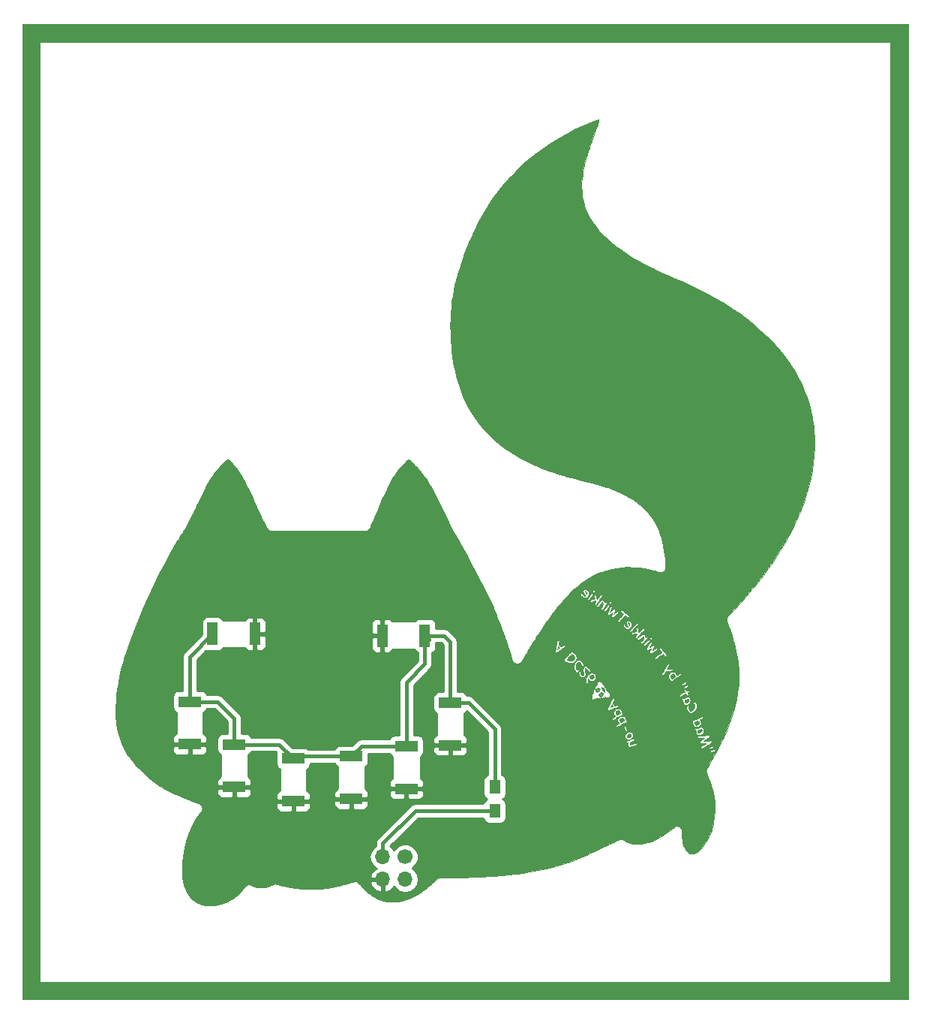
<source format=gbl>
G04 #@! TF.FileFunction,Copper,L2,Bot,Signal*
%FSLAX46Y46*%
G04 Gerber Fmt 4.6, Leading zero omitted, Abs format (unit mm)*
G04 Created by KiCad (PCBNEW 4.0.7) date 06/27/18 23:59:29*
%MOMM*%
%LPD*%
G01*
G04 APERTURE LIST*
%ADD10C,0.100000*%
%ADD11C,0.010000*%
%ADD12R,1.200000X2.600000*%
%ADD13R,2.600000X1.200000*%
%ADD14R,1.300000X1.500000*%
%ADD15C,1.700000*%
%ADD16O,1.700000X1.700000*%
%ADD17C,0.381000*%
%ADD18C,0.152400*%
%ADD19C,0.254000*%
G04 APERTURE END LIST*
D10*
D11*
G36*
X205041500Y-150516166D02*
X105029000Y-150516166D01*
X105029000Y-120492260D01*
X107022492Y-120492260D01*
X107022496Y-121725495D01*
X107022508Y-122938574D01*
X107022528Y-124130929D01*
X107022557Y-125301995D01*
X107022593Y-126451203D01*
X107022637Y-127577988D01*
X107022688Y-128681782D01*
X107022748Y-129762019D01*
X107022815Y-130818131D01*
X107022889Y-131849553D01*
X107022972Y-132855717D01*
X107023062Y-133836057D01*
X107023159Y-134790005D01*
X107023264Y-135716995D01*
X107023376Y-136616461D01*
X107023495Y-137487834D01*
X107023622Y-138330549D01*
X107023756Y-139144039D01*
X107023898Y-139927737D01*
X107024046Y-140681076D01*
X107024201Y-141403489D01*
X107024364Y-142094409D01*
X107024534Y-142753270D01*
X107024710Y-143379506D01*
X107024893Y-143972548D01*
X107025084Y-144531830D01*
X107025281Y-145056786D01*
X107025484Y-145546849D01*
X107025695Y-146001452D01*
X107025912Y-146420027D01*
X107026136Y-146802009D01*
X107026366Y-147146831D01*
X107026603Y-147453925D01*
X107026846Y-147722725D01*
X107027096Y-147952664D01*
X107027352Y-148143176D01*
X107027614Y-148293693D01*
X107027882Y-148403648D01*
X107028157Y-148472476D01*
X107028438Y-148499608D01*
X107028474Y-148500041D01*
X107036000Y-148501024D01*
X107058118Y-148501983D01*
X107095271Y-148502920D01*
X107147898Y-148503834D01*
X107216442Y-148504725D01*
X107301345Y-148505595D01*
X107403047Y-148506442D01*
X107521991Y-148507268D01*
X107658616Y-148508073D01*
X107813366Y-148508856D01*
X107986681Y-148509619D01*
X108179003Y-148510361D01*
X108390774Y-148511082D01*
X108622434Y-148511783D01*
X108874425Y-148512465D01*
X109147189Y-148513126D01*
X109441167Y-148513768D01*
X109756800Y-148514391D01*
X110094531Y-148514995D01*
X110454799Y-148515581D01*
X110838048Y-148516148D01*
X111244718Y-148516696D01*
X111675250Y-148517227D01*
X112130087Y-148517740D01*
X112609669Y-148518235D01*
X113114438Y-148518713D01*
X113644836Y-148519174D01*
X114201304Y-148519619D01*
X114784283Y-148520047D01*
X115394215Y-148520458D01*
X116031541Y-148520854D01*
X116696702Y-148521233D01*
X117390141Y-148521597D01*
X118112299Y-148521946D01*
X118863616Y-148522280D01*
X119644535Y-148522599D01*
X120455497Y-148522903D01*
X121296943Y-148523193D01*
X122169314Y-148523469D01*
X123073053Y-148523731D01*
X124008601Y-148523980D01*
X124976399Y-148524215D01*
X125976888Y-148524437D01*
X127010510Y-148524646D01*
X128077707Y-148524843D01*
X129178920Y-148525027D01*
X130314589Y-148525199D01*
X131485158Y-148525359D01*
X132691067Y-148525507D01*
X133932757Y-148525644D01*
X135210671Y-148525770D01*
X136525248Y-148525885D01*
X137876932Y-148525989D01*
X139266164Y-148526083D01*
X140693384Y-148526166D01*
X142159034Y-148526240D01*
X143663556Y-148526304D01*
X145207391Y-148526358D01*
X146790981Y-148526403D01*
X148414767Y-148526440D01*
X150079190Y-148526467D01*
X151784692Y-148526486D01*
X153531715Y-148526497D01*
X155034585Y-148526500D01*
X203030666Y-148526500D01*
X203030666Y-42502657D01*
X155029958Y-42507953D01*
X107029250Y-42513250D01*
X107023847Y-95493416D01*
X107023698Y-96992546D01*
X107023558Y-98481721D01*
X107023427Y-99960376D01*
X107023304Y-101427942D01*
X107023191Y-102883855D01*
X107023086Y-104327546D01*
X107022990Y-105758449D01*
X107022903Y-107175996D01*
X107022824Y-108579623D01*
X107022753Y-109968761D01*
X107022692Y-111342843D01*
X107022638Y-112701303D01*
X107022593Y-114043575D01*
X107022556Y-115369090D01*
X107022528Y-116677284D01*
X107022508Y-117967588D01*
X107022496Y-119239435D01*
X107022492Y-120492260D01*
X105029000Y-120492260D01*
X105029000Y-40513000D01*
X205041500Y-40513000D01*
X205041500Y-150516166D01*
X205041500Y-150516166D01*
G37*
X205041500Y-150516166D02*
X105029000Y-150516166D01*
X105029000Y-120492260D01*
X107022492Y-120492260D01*
X107022496Y-121725495D01*
X107022508Y-122938574D01*
X107022528Y-124130929D01*
X107022557Y-125301995D01*
X107022593Y-126451203D01*
X107022637Y-127577988D01*
X107022688Y-128681782D01*
X107022748Y-129762019D01*
X107022815Y-130818131D01*
X107022889Y-131849553D01*
X107022972Y-132855717D01*
X107023062Y-133836057D01*
X107023159Y-134790005D01*
X107023264Y-135716995D01*
X107023376Y-136616461D01*
X107023495Y-137487834D01*
X107023622Y-138330549D01*
X107023756Y-139144039D01*
X107023898Y-139927737D01*
X107024046Y-140681076D01*
X107024201Y-141403489D01*
X107024364Y-142094409D01*
X107024534Y-142753270D01*
X107024710Y-143379506D01*
X107024893Y-143972548D01*
X107025084Y-144531830D01*
X107025281Y-145056786D01*
X107025484Y-145546849D01*
X107025695Y-146001452D01*
X107025912Y-146420027D01*
X107026136Y-146802009D01*
X107026366Y-147146831D01*
X107026603Y-147453925D01*
X107026846Y-147722725D01*
X107027096Y-147952664D01*
X107027352Y-148143176D01*
X107027614Y-148293693D01*
X107027882Y-148403648D01*
X107028157Y-148472476D01*
X107028438Y-148499608D01*
X107028474Y-148500041D01*
X107036000Y-148501024D01*
X107058118Y-148501983D01*
X107095271Y-148502920D01*
X107147898Y-148503834D01*
X107216442Y-148504725D01*
X107301345Y-148505595D01*
X107403047Y-148506442D01*
X107521991Y-148507268D01*
X107658616Y-148508073D01*
X107813366Y-148508856D01*
X107986681Y-148509619D01*
X108179003Y-148510361D01*
X108390774Y-148511082D01*
X108622434Y-148511783D01*
X108874425Y-148512465D01*
X109147189Y-148513126D01*
X109441167Y-148513768D01*
X109756800Y-148514391D01*
X110094531Y-148514995D01*
X110454799Y-148515581D01*
X110838048Y-148516148D01*
X111244718Y-148516696D01*
X111675250Y-148517227D01*
X112130087Y-148517740D01*
X112609669Y-148518235D01*
X113114438Y-148518713D01*
X113644836Y-148519174D01*
X114201304Y-148519619D01*
X114784283Y-148520047D01*
X115394215Y-148520458D01*
X116031541Y-148520854D01*
X116696702Y-148521233D01*
X117390141Y-148521597D01*
X118112299Y-148521946D01*
X118863616Y-148522280D01*
X119644535Y-148522599D01*
X120455497Y-148522903D01*
X121296943Y-148523193D01*
X122169314Y-148523469D01*
X123073053Y-148523731D01*
X124008601Y-148523980D01*
X124976399Y-148524215D01*
X125976888Y-148524437D01*
X127010510Y-148524646D01*
X128077707Y-148524843D01*
X129178920Y-148525027D01*
X130314589Y-148525199D01*
X131485158Y-148525359D01*
X132691067Y-148525507D01*
X133932757Y-148525644D01*
X135210671Y-148525770D01*
X136525248Y-148525885D01*
X137876932Y-148525989D01*
X139266164Y-148526083D01*
X140693384Y-148526166D01*
X142159034Y-148526240D01*
X143663556Y-148526304D01*
X145207391Y-148526358D01*
X146790981Y-148526403D01*
X148414767Y-148526440D01*
X150079190Y-148526467D01*
X151784692Y-148526486D01*
X153531715Y-148526497D01*
X155034585Y-148526500D01*
X203030666Y-148526500D01*
X203030666Y-42502657D01*
X155029958Y-42507953D01*
X107029250Y-42513250D01*
X107023847Y-95493416D01*
X107023698Y-96992546D01*
X107023558Y-98481721D01*
X107023427Y-99960376D01*
X107023304Y-101427942D01*
X107023191Y-102883855D01*
X107023086Y-104327546D01*
X107022990Y-105758449D01*
X107022903Y-107175996D01*
X107022824Y-108579623D01*
X107022753Y-109968761D01*
X107022692Y-111342843D01*
X107022638Y-112701303D01*
X107022593Y-114043575D01*
X107022556Y-115369090D01*
X107022528Y-116677284D01*
X107022508Y-117967588D01*
X107022496Y-119239435D01*
X107022492Y-120492260D01*
X105029000Y-120492260D01*
X105029000Y-40513000D01*
X205041500Y-40513000D01*
X205041500Y-150516166D01*
G36*
X170055384Y-51283161D02*
X170097256Y-51325850D01*
X170121123Y-51371500D01*
X170120818Y-51390664D01*
X170112904Y-51428885D01*
X170096731Y-51488076D01*
X170071652Y-51570148D01*
X170037018Y-51677014D01*
X169992180Y-51810587D01*
X169936489Y-51972779D01*
X169869297Y-52165503D01*
X169789955Y-52390672D01*
X169697815Y-52650197D01*
X169592227Y-52945992D01*
X169496573Y-53213000D01*
X169334919Y-53666647D01*
X169188419Y-54084461D01*
X169056111Y-54469756D01*
X168937034Y-54825844D01*
X168830225Y-55156039D01*
X168734723Y-55463654D01*
X168649567Y-55752002D01*
X168573796Y-56024396D01*
X168506446Y-56284149D01*
X168446558Y-56534575D01*
X168393169Y-56778987D01*
X168345318Y-57020698D01*
X168302043Y-57263020D01*
X168277158Y-57414583D01*
X168213835Y-57902733D01*
X168177511Y-58395890D01*
X168168257Y-58885517D01*
X168186148Y-59363072D01*
X168231258Y-59820017D01*
X168255102Y-59983665D01*
X168356837Y-60495104D01*
X168497599Y-60997354D01*
X168677659Y-61490805D01*
X168897288Y-61975850D01*
X169156759Y-62452879D01*
X169456343Y-62922285D01*
X169796311Y-63384458D01*
X170176937Y-63839791D01*
X170598490Y-64288673D01*
X171061244Y-64731498D01*
X171565470Y-65168657D01*
X172111439Y-65600540D01*
X172200599Y-65667619D01*
X172763951Y-66071819D01*
X173368593Y-66473350D01*
X174013536Y-66871676D01*
X174697790Y-67266257D01*
X175420365Y-67656554D01*
X176180274Y-68042031D01*
X176976524Y-68422147D01*
X177808129Y-68796365D01*
X178470565Y-69079582D01*
X179370173Y-69466415D01*
X180253775Y-69867464D01*
X181115918Y-70280063D01*
X181951150Y-70701544D01*
X182754019Y-71129243D01*
X183388000Y-71484792D01*
X184286327Y-72018934D01*
X185149221Y-72568692D01*
X185976187Y-73133625D01*
X186766729Y-73713295D01*
X187520351Y-74307263D01*
X188236558Y-74915089D01*
X188914853Y-75536334D01*
X189554740Y-76170558D01*
X190155725Y-76817324D01*
X190717311Y-77476191D01*
X191239002Y-78146720D01*
X191720302Y-78828473D01*
X191781212Y-78919916D01*
X192227160Y-79629172D01*
X192631697Y-80346166D01*
X192995196Y-81071824D01*
X193318027Y-81807072D01*
X193600562Y-82552833D01*
X193843171Y-83310033D01*
X194046226Y-84079598D01*
X194210098Y-84862450D01*
X194244631Y-85058250D01*
X194307683Y-85456682D01*
X194358654Y-85842187D01*
X194398152Y-86223445D01*
X194426790Y-86609137D01*
X194445176Y-87007943D01*
X194453921Y-87428544D01*
X194453636Y-87879621D01*
X194452073Y-88008907D01*
X194446482Y-88314131D01*
X194438556Y-88586872D01*
X194427638Y-88836947D01*
X194413068Y-89074172D01*
X194394186Y-89308365D01*
X194370334Y-89549343D01*
X194340851Y-89806923D01*
X194320105Y-89974160D01*
X194188562Y-90848264D01*
X194015255Y-91728112D01*
X193800312Y-92613368D01*
X193543864Y-93503698D01*
X193246039Y-94398767D01*
X192906967Y-95298242D01*
X192526779Y-96201786D01*
X192105603Y-97109067D01*
X191643570Y-98019748D01*
X191140809Y-98933496D01*
X190597450Y-99849976D01*
X190324216Y-100287666D01*
X189794660Y-101098108D01*
X189239638Y-101899571D01*
X188656956Y-102694818D01*
X188044418Y-103486605D01*
X187399827Y-104277695D01*
X186720987Y-105070845D01*
X186005704Y-105868815D01*
X185251780Y-106674366D01*
X185194219Y-106734536D01*
X185068084Y-106867248D01*
X184949944Y-106993565D01*
X184843371Y-107109513D01*
X184751938Y-107211121D01*
X184679220Y-107294416D01*
X184628790Y-107355426D01*
X184604220Y-107390178D01*
X184603955Y-107390702D01*
X184580616Y-107451427D01*
X184568537Y-107523262D01*
X184565611Y-107620203D01*
X184565925Y-107643083D01*
X184567790Y-107695260D01*
X184572365Y-107745092D01*
X184581208Y-107798234D01*
X184595879Y-107860342D01*
X184617936Y-107937070D01*
X184648937Y-108034072D01*
X184690441Y-108157003D01*
X184744007Y-108311519D01*
X184773036Y-108394500D01*
X184958083Y-108932657D01*
X185124063Y-109437391D01*
X185271862Y-109912614D01*
X185402366Y-110362236D01*
X185516465Y-110790171D01*
X185615043Y-111200329D01*
X185698989Y-111596623D01*
X185769188Y-111982964D01*
X185826529Y-112363264D01*
X185871898Y-112741435D01*
X185906182Y-113121389D01*
X185929702Y-113495666D01*
X185939349Y-113805623D01*
X185939285Y-114142851D01*
X185929936Y-114493519D01*
X185911727Y-114843797D01*
X185885084Y-115179853D01*
X185874623Y-115284250D01*
X185788677Y-115937350D01*
X185667669Y-116604096D01*
X185511384Y-117285052D01*
X185319607Y-117980782D01*
X185092122Y-118691852D01*
X184828713Y-119418826D01*
X184529167Y-120162269D01*
X184193266Y-120922746D01*
X183820797Y-121700821D01*
X183411544Y-122497059D01*
X182965292Y-123312026D01*
X182523458Y-124076151D01*
X182429003Y-124237348D01*
X182355381Y-124368403D01*
X182300673Y-124474875D01*
X182262959Y-124562321D01*
X182240318Y-124636297D01*
X182230832Y-124702362D01*
X182232580Y-124766073D01*
X182243642Y-124832987D01*
X182250972Y-124864905D01*
X182269083Y-124925983D01*
X182300516Y-125017742D01*
X182342208Y-125131831D01*
X182391092Y-125259899D01*
X182444104Y-125393594D01*
X182453839Y-125417592D01*
X182676020Y-126003392D01*
X182859435Y-126575580D01*
X183004380Y-127136867D01*
X183111148Y-127689967D01*
X183180032Y-128237593D01*
X183211327Y-128782459D01*
X183205326Y-129327277D01*
X183162322Y-129874760D01*
X183082611Y-130427622D01*
X183027406Y-130714990D01*
X182970580Y-130971647D01*
X182911273Y-131202125D01*
X182845717Y-131417171D01*
X182770144Y-131627532D01*
X182680788Y-131843956D01*
X182573880Y-132077189D01*
X182488344Y-132252666D01*
X182315325Y-132582264D01*
X182141609Y-132874528D01*
X181963784Y-133134369D01*
X181778435Y-133366701D01*
X181582152Y-133576434D01*
X181540497Y-133616852D01*
X181354796Y-133778397D01*
X181176162Y-133900514D01*
X181001115Y-133984775D01*
X180826171Y-134032750D01*
X180647850Y-134046009D01*
X180594479Y-134043547D01*
X180433138Y-134011137D01*
X180278678Y-133939342D01*
X180132956Y-133830810D01*
X179997830Y-133688191D01*
X179875157Y-133514132D01*
X179766794Y-133311282D01*
X179674599Y-133082291D01*
X179600430Y-132829807D01*
X179546144Y-132556479D01*
X179544603Y-132546409D01*
X179530782Y-132428454D01*
X179519296Y-132275483D01*
X179510562Y-132094770D01*
X179504998Y-131893586D01*
X179504152Y-131840989D01*
X179501887Y-131685893D01*
X179499473Y-131566765D01*
X179496218Y-131477245D01*
X179491431Y-131410973D01*
X179484420Y-131361586D01*
X179474493Y-131322724D01*
X179460958Y-131288027D01*
X179443124Y-131251133D01*
X179439143Y-131243254D01*
X179353783Y-131118577D01*
X179242227Y-131024803D01*
X179110052Y-130964853D01*
X178962833Y-130941653D01*
X178872675Y-130946197D01*
X178813539Y-130957757D01*
X178752195Y-130979588D01*
X178683918Y-131014757D01*
X178603981Y-131066336D01*
X178507660Y-131137392D01*
X178390229Y-131230994D01*
X178246960Y-131350212D01*
X178234970Y-131360333D01*
X178134738Y-131442781D01*
X178030795Y-131523351D01*
X177917306Y-131606107D01*
X177788433Y-131695117D01*
X177638340Y-131794447D01*
X177461191Y-131908164D01*
X177328360Y-131991978D01*
X177091468Y-132139314D01*
X176883582Y-132265051D01*
X176698989Y-132371807D01*
X176531975Y-132462201D01*
X176376826Y-132538855D01*
X176227828Y-132604386D01*
X176079267Y-132661415D01*
X175925429Y-132712561D01*
X175760600Y-132760444D01*
X175579067Y-132807683D01*
X175514243Y-132823644D01*
X175326604Y-132868599D01*
X175170830Y-132903766D01*
X175037945Y-132930505D01*
X174918976Y-132950171D01*
X174804945Y-132964124D01*
X174686879Y-132973719D01*
X174555801Y-132980315D01*
X174455666Y-132983749D01*
X174292863Y-132987297D01*
X174162149Y-132986674D01*
X174053449Y-132981478D01*
X173956688Y-132971304D01*
X173891582Y-132961165D01*
X173650560Y-132904565D01*
X173424424Y-132822864D01*
X173223796Y-132720112D01*
X173170863Y-132686255D01*
X173049026Y-132604901D01*
X172955020Y-132544559D01*
X172882189Y-132501684D01*
X172823877Y-132472732D01*
X172773431Y-132454162D01*
X172724195Y-132442428D01*
X172707471Y-132439516D01*
X172670868Y-132434159D01*
X172635194Y-132431152D01*
X172597841Y-132431573D01*
X172556202Y-132436497D01*
X172507669Y-132447001D01*
X172449636Y-132464159D01*
X172379494Y-132489049D01*
X172294637Y-132522747D01*
X172192458Y-132566328D01*
X172070348Y-132620868D01*
X171925701Y-132687444D01*
X171755909Y-132767132D01*
X171558364Y-132861007D01*
X171330461Y-132970146D01*
X171069590Y-133095625D01*
X170783250Y-133233647D01*
X170402382Y-133416830D01*
X170055563Y-133582544D01*
X169739091Y-133732477D01*
X169449262Y-133868320D01*
X169182375Y-133991761D01*
X168934729Y-134104489D01*
X168702620Y-134208193D01*
X168482348Y-134304563D01*
X168270209Y-134395286D01*
X168062502Y-134482052D01*
X167910309Y-134544366D01*
X167095713Y-134859618D01*
X166272738Y-135146757D01*
X165436813Y-135407015D01*
X164583368Y-135641626D01*
X163707833Y-135851822D01*
X162805639Y-136038836D01*
X161872217Y-136203901D01*
X161596916Y-136247549D01*
X161420124Y-136274829D01*
X161280959Y-136296056D01*
X161175217Y-136311681D01*
X161098697Y-136322158D01*
X161047194Y-136327940D01*
X161016505Y-136329480D01*
X161002428Y-136327230D01*
X161000759Y-136321644D01*
X161007295Y-136313174D01*
X161009541Y-136310841D01*
X161011501Y-136301477D01*
X161013369Y-136276913D01*
X161015145Y-136236260D01*
X161016832Y-136178629D01*
X161018432Y-136103132D01*
X161019947Y-136008880D01*
X161021379Y-135894985D01*
X161022730Y-135760558D01*
X161024002Y-135604710D01*
X161025197Y-135426554D01*
X161026316Y-135225201D01*
X161027363Y-134999761D01*
X161028338Y-134749347D01*
X161029244Y-134473070D01*
X161030084Y-134170042D01*
X161030857Y-133839374D01*
X161031568Y-133480177D01*
X161032217Y-133091563D01*
X161032808Y-132672643D01*
X161033341Y-132222530D01*
X161033818Y-131740333D01*
X161034243Y-131225166D01*
X161034616Y-130676139D01*
X161034940Y-130092363D01*
X161035217Y-129472951D01*
X161035448Y-128817014D01*
X161035636Y-128123663D01*
X161035783Y-127392010D01*
X161035890Y-126621165D01*
X161035960Y-125810242D01*
X161035995Y-124958350D01*
X161036000Y-124483891D01*
X161035994Y-123636535D01*
X161035974Y-122830483D01*
X161035959Y-122505513D01*
X182650328Y-122505513D01*
X182670172Y-122554811D01*
X182676402Y-122564716D01*
X182702186Y-122595919D01*
X182734244Y-122612327D01*
X182780524Y-122613957D01*
X182848971Y-122600829D01*
X182947535Y-122572961D01*
X182972188Y-122565428D01*
X183054773Y-122538916D01*
X183123559Y-122514845D01*
X183167000Y-122497321D01*
X183173687Y-122493752D01*
X183199415Y-122455891D01*
X183201375Y-122402467D01*
X183183802Y-122348880D01*
X183150934Y-122310531D01*
X183120678Y-122301000D01*
X183088713Y-122306504D01*
X183026436Y-122321317D01*
X182944175Y-122342890D01*
X182887906Y-122358473D01*
X182774079Y-122394428D01*
X182698837Y-122428681D01*
X182658734Y-122464590D01*
X182650328Y-122505513D01*
X161035959Y-122505513D01*
X161035938Y-122064708D01*
X161035891Y-121447648D01*
X173231358Y-121447648D01*
X173260542Y-121512539D01*
X173260950Y-121513123D01*
X173313192Y-121553040D01*
X173356944Y-121560166D01*
X173399325Y-121563485D01*
X173407798Y-121578912D01*
X173398078Y-121601108D01*
X173378742Y-121671508D01*
X173378872Y-121759676D01*
X173397121Y-121846515D01*
X173418712Y-121894273D01*
X173469637Y-121955946D01*
X173534583Y-121991675D01*
X173618669Y-122001999D01*
X173727017Y-121987454D01*
X173864744Y-121948580D01*
X173881654Y-121942927D01*
X173982009Y-121910973D01*
X174084844Y-121881501D01*
X174171307Y-121859841D01*
X174187685Y-121856367D01*
X174282386Y-121828370D01*
X174351469Y-121789605D01*
X174388095Y-121744511D01*
X174392166Y-121723626D01*
X174380788Y-121687426D01*
X174357363Y-121646896D01*
X174332049Y-121617965D01*
X174300311Y-121605350D01*
X174247910Y-121605327D01*
X174211238Y-121608697D01*
X174139382Y-121621460D01*
X174045022Y-121645440D01*
X173944984Y-121676200D01*
X173912667Y-121687415D01*
X173797434Y-121727780D01*
X173715420Y-121753433D01*
X173660546Y-121765402D01*
X173626731Y-121764714D01*
X173607897Y-121752398D01*
X173601328Y-121740039D01*
X173601139Y-121689278D01*
X173625947Y-121620660D01*
X173669948Y-121545367D01*
X173727339Y-121474586D01*
X173751006Y-121451598D01*
X173820807Y-121400467D01*
X173907552Y-121352435D01*
X173960772Y-121329792D01*
X174031943Y-121303075D01*
X174089822Y-121279576D01*
X174117000Y-121266892D01*
X174147204Y-121228502D01*
X174154987Y-121171795D01*
X174140203Y-121114449D01*
X174118474Y-121085250D01*
X174088136Y-121062907D01*
X174055129Y-121056962D01*
X174003850Y-121066184D01*
X173974572Y-121073886D01*
X173910843Y-121094570D01*
X173822829Y-121127501D01*
X173724708Y-121167244D01*
X173671013Y-121190281D01*
X173576039Y-121231022D01*
X173486047Y-121267971D01*
X173414022Y-121295872D01*
X173385263Y-121305945D01*
X173293011Y-121345531D01*
X173241945Y-121392372D01*
X173231358Y-121447648D01*
X161035891Y-121447648D01*
X161035882Y-121338180D01*
X161035817Y-120761560D01*
X173063578Y-120761560D01*
X173072659Y-120897680D01*
X173114541Y-121009598D01*
X173185626Y-121094724D01*
X173282315Y-121150472D01*
X173401009Y-121174255D01*
X173538112Y-121163483D01*
X173600791Y-121147893D01*
X173719123Y-121095191D01*
X173821898Y-121016009D01*
X173902278Y-120918414D01*
X173908104Y-120906119D01*
X181244089Y-120906119D01*
X181269720Y-120966143D01*
X181322353Y-121006315D01*
X181350903Y-121016724D01*
X181389130Y-121022226D01*
X181444129Y-121022714D01*
X181522997Y-121018081D01*
X181632830Y-121008220D01*
X181709521Y-121000476D01*
X181822632Y-120989259D01*
X181919926Y-120980500D01*
X181994083Y-120974788D01*
X182037784Y-120972711D01*
X182046314Y-120973425D01*
X182032733Y-120987820D01*
X181990680Y-121023119D01*
X181925632Y-121074934D01*
X181843063Y-121138877D01*
X181780554Y-121186405D01*
X181662871Y-121277450D01*
X181577114Y-121349943D01*
X181519689Y-121408360D01*
X181487000Y-121457176D01*
X181475452Y-121500868D01*
X181481448Y-121543911D01*
X181484991Y-121554351D01*
X181500740Y-121581925D01*
X181528328Y-121601744D01*
X181573483Y-121614661D01*
X181641935Y-121621530D01*
X181739414Y-121623203D01*
X181871648Y-121620534D01*
X181919106Y-121619009D01*
X182027172Y-121615697D01*
X182118377Y-121613583D01*
X182185260Y-121612784D01*
X182220361Y-121613422D01*
X182223833Y-121614127D01*
X182206939Y-121628718D01*
X182161815Y-121659481D01*
X182096798Y-121701259D01*
X182020226Y-121748893D01*
X181940436Y-121797225D01*
X181865765Y-121841098D01*
X181804551Y-121875355D01*
X181785385Y-121885369D01*
X181694001Y-121943518D01*
X181642234Y-122004744D01*
X181630936Y-122067257D01*
X181660961Y-122129267D01*
X181666197Y-122135291D01*
X181706091Y-122165539D01*
X181755635Y-122171050D01*
X181825564Y-122152093D01*
X181856123Y-122140025D01*
X181856332Y-122139920D01*
X182541644Y-122139920D01*
X182560656Y-122191713D01*
X182561444Y-122193195D01*
X182587916Y-122222723D01*
X182630538Y-122235061D01*
X182695183Y-122229925D01*
X182787721Y-122207031D01*
X182879570Y-122177832D01*
X182981485Y-122140497D01*
X183047097Y-122107125D01*
X183081522Y-122072918D01*
X183089873Y-122033076D01*
X183079844Y-121989908D01*
X183059553Y-121951506D01*
X183027540Y-121930660D01*
X182977481Y-121927247D01*
X182903049Y-121941143D01*
X182797916Y-121972223D01*
X182762956Y-121983708D01*
X182655052Y-122023404D01*
X182584856Y-122059909D01*
X182548382Y-122097366D01*
X182541644Y-122139920D01*
X181856332Y-122139920D01*
X181904028Y-122116011D01*
X181977983Y-122073966D01*
X182068802Y-122019319D01*
X182167296Y-121957498D01*
X182192083Y-121941531D01*
X182299789Y-121872601D01*
X182410386Y-121803236D01*
X182511549Y-121741085D01*
X182590953Y-121693793D01*
X182597386Y-121690081D01*
X182700229Y-121623998D01*
X182781877Y-121557548D01*
X182836593Y-121496191D01*
X182858645Y-121445387D01*
X182858833Y-121441163D01*
X182841902Y-121399211D01*
X182800968Y-121353784D01*
X182750815Y-121318360D01*
X182710748Y-121306166D01*
X182673579Y-121308655D01*
X182604018Y-121315448D01*
X182511673Y-121325539D01*
X182406150Y-121337921D01*
X182395058Y-121339269D01*
X182283034Y-121351539D01*
X182177558Y-121360618D01*
X182090341Y-121365651D01*
X182033096Y-121365785D01*
X182032272Y-121365727D01*
X181940999Y-121359083D01*
X182204124Y-121175157D01*
X182304110Y-121105198D01*
X182399001Y-121038680D01*
X182479981Y-120981792D01*
X182538232Y-120940723D01*
X182551916Y-120931020D01*
X182611366Y-120879532D01*
X182638959Y-120828428D01*
X182643018Y-120805392D01*
X182640058Y-120748742D01*
X182616042Y-120708175D01*
X182567421Y-120682969D01*
X182490648Y-120672400D01*
X182382177Y-120675742D01*
X182238460Y-120692274D01*
X182152275Y-120705260D01*
X182050081Y-120719541D01*
X181920668Y-120734703D01*
X181779079Y-120749130D01*
X181640355Y-120761204D01*
X181610572Y-120763468D01*
X181486105Y-120772939D01*
X181397194Y-120781022D01*
X181337154Y-120789133D01*
X181299301Y-120798692D01*
X181276950Y-120811115D01*
X181263417Y-120827819D01*
X181257845Y-120838268D01*
X181244089Y-120906119D01*
X173908104Y-120906119D01*
X173953429Y-120810471D01*
X173968833Y-120713663D01*
X173955136Y-120612482D01*
X173918976Y-120511686D01*
X173867745Y-120431853D01*
X173867484Y-120431563D01*
X173778059Y-120362577D01*
X173666960Y-120322796D01*
X173543867Y-120312984D01*
X173418461Y-120333905D01*
X173300424Y-120386322D01*
X173299686Y-120386777D01*
X173185064Y-120476816D01*
X173108940Y-120582601D01*
X173069458Y-120707074D01*
X173063578Y-120761560D01*
X161035817Y-120761560D01*
X161035804Y-120649872D01*
X161035700Y-119998754D01*
X161035626Y-119655224D01*
X172025304Y-119655224D01*
X172026048Y-119700409D01*
X172042082Y-119738741D01*
X172066889Y-119768223D01*
X172103583Y-119779641D01*
X172156723Y-119771702D01*
X172230864Y-119743116D01*
X172330566Y-119692590D01*
X172373174Y-119668408D01*
X172914982Y-119668408D01*
X172920733Y-119701461D01*
X172940106Y-119763420D01*
X172969265Y-119844628D01*
X173004375Y-119935426D01*
X173041601Y-120026153D01*
X173077109Y-120107152D01*
X173107061Y-120168762D01*
X173125733Y-120199214D01*
X173168957Y-120222876D01*
X173224383Y-120222608D01*
X173266100Y-120201266D01*
X173287005Y-120160309D01*
X173291500Y-120129644D01*
X173282096Y-120079535D01*
X173257097Y-120003533D01*
X173249930Y-119985312D01*
X180933251Y-119985312D01*
X180944434Y-120043216D01*
X180989205Y-120097632D01*
X180996166Y-120103013D01*
X181035729Y-120138191D01*
X181054407Y-120177742D01*
X181059594Y-120239071D01*
X181059666Y-120252493D01*
X181074785Y-120367619D01*
X181116105Y-120477176D01*
X181177578Y-120570319D01*
X181253150Y-120636202D01*
X181281916Y-120650857D01*
X181353534Y-120666455D01*
X181447085Y-120668115D01*
X181544761Y-120656478D01*
X181611176Y-120639001D01*
X181740310Y-120575110D01*
X181838112Y-120484232D01*
X181900603Y-120380761D01*
X181940589Y-120251718D01*
X181947875Y-120119469D01*
X181924521Y-119992689D01*
X181872584Y-119880054D01*
X181794120Y-119790239D01*
X181753720Y-119761390D01*
X181712344Y-119738188D01*
X181681544Y-119732993D01*
X181644472Y-119747040D01*
X181599417Y-119772701D01*
X181434649Y-119850064D01*
X181261672Y-119896727D01*
X181124086Y-119909166D01*
X181043604Y-119912941D01*
X180983507Y-119923034D01*
X180958066Y-119934566D01*
X180933251Y-119985312D01*
X173249930Y-119985312D01*
X173221318Y-119912577D01*
X173179574Y-119817603D01*
X173136682Y-119729548D01*
X173097458Y-119659348D01*
X173066717Y-119617941D01*
X173065812Y-119617110D01*
X173025659Y-119585932D01*
X172996052Y-119582494D01*
X172966348Y-119598369D01*
X172928963Y-119636458D01*
X172914982Y-119668408D01*
X172373174Y-119668408D01*
X172455937Y-119621437D01*
X172650524Y-119509589D01*
X172815470Y-119419367D01*
X172955833Y-119348145D01*
X173076672Y-119293297D01*
X173127849Y-119272548D01*
X173223019Y-119226957D01*
X173276490Y-119179713D01*
X173288896Y-119129620D01*
X173288540Y-119128932D01*
X180616393Y-119128932D01*
X180639243Y-119189858D01*
X180654356Y-119207522D01*
X180681178Y-119253308D01*
X180702402Y-119323927D01*
X180708409Y-119358760D01*
X180744441Y-119506412D01*
X180808284Y-119623722D01*
X180898133Y-119709050D01*
X181012184Y-119760757D01*
X181148634Y-119777201D01*
X181168026Y-119776659D01*
X181262158Y-119767769D01*
X181335626Y-119746824D01*
X181409678Y-119707732D01*
X181410788Y-119707046D01*
X181526699Y-119614603D01*
X181604901Y-119504447D01*
X181644497Y-119377933D01*
X181647905Y-119348444D01*
X181642677Y-119220868D01*
X181608453Y-119102600D01*
X181549216Y-119006950D01*
X181543988Y-119001179D01*
X181515411Y-118967027D01*
X181507123Y-118949723D01*
X181507330Y-118949569D01*
X181528450Y-118939170D01*
X181578875Y-118914881D01*
X181649680Y-118880990D01*
X181690367Y-118861580D01*
X181795758Y-118808913D01*
X181866346Y-118766352D01*
X181906987Y-118729192D01*
X181922536Y-118692728D01*
X181917849Y-118652256D01*
X181915103Y-118643817D01*
X181896914Y-118607722D01*
X181869446Y-118586238D01*
X181828150Y-118580235D01*
X181768479Y-118590583D01*
X181685884Y-118618152D01*
X181575818Y-118663813D01*
X181433732Y-118728434D01*
X181406688Y-118741077D01*
X181276024Y-118800792D01*
X181141857Y-118859433D01*
X181015377Y-118912292D01*
X180907773Y-118954659D01*
X180848724Y-118975872D01*
X180762038Y-119006850D01*
X180690697Y-119035936D01*
X180644247Y-119059042D01*
X180632090Y-119068640D01*
X180616393Y-119128932D01*
X173288540Y-119128932D01*
X173260869Y-119075486D01*
X173242504Y-119056197D01*
X173205735Y-119002037D01*
X173175259Y-118921588D01*
X173167580Y-118890901D01*
X173119971Y-118756849D01*
X173045567Y-118651250D01*
X172950120Y-118575491D01*
X172839383Y-118530956D01*
X172719110Y-118519031D01*
X172595053Y-118541100D01*
X172472964Y-118598549D01*
X172358598Y-118692764D01*
X172355997Y-118695486D01*
X172279134Y-118804941D01*
X172239445Y-118927672D01*
X172236955Y-119056653D01*
X172271689Y-119184859D01*
X172343673Y-119305264D01*
X172353746Y-119317587D01*
X172384858Y-119361021D01*
X172395059Y-119389443D01*
X172391571Y-119394297D01*
X172365224Y-119407701D01*
X172311961Y-119437787D01*
X172241050Y-119479260D01*
X172201416Y-119502888D01*
X172109019Y-119562337D01*
X172051638Y-119611158D01*
X172025304Y-119655224D01*
X161035626Y-119655224D01*
X161035566Y-119383799D01*
X161035412Y-118841945D01*
X171603901Y-118841945D01*
X171606701Y-118881949D01*
X171606874Y-118882646D01*
X171638185Y-118933396D01*
X171691314Y-118962453D01*
X171746333Y-118961101D01*
X171774091Y-118946271D01*
X171830616Y-118912375D01*
X171909255Y-118863530D01*
X172003354Y-118803852D01*
X172074416Y-118758123D01*
X172195492Y-118681840D01*
X172325642Y-118603328D01*
X172451723Y-118530301D01*
X172560591Y-118470477D01*
X172593000Y-118453679D01*
X172682373Y-118405830D01*
X172758003Y-118360562D01*
X172811512Y-118323203D01*
X172834035Y-118300331D01*
X172836810Y-118253875D01*
X172816082Y-118202574D01*
X172781371Y-118163450D01*
X172751262Y-118152333D01*
X172726580Y-118133298D01*
X172720000Y-118088153D01*
X172700237Y-117976956D01*
X172645648Y-117869719D01*
X172563277Y-117776627D01*
X172460169Y-117707866D01*
X172455416Y-117705629D01*
X172330562Y-117669891D01*
X172202530Y-117674797D01*
X172075689Y-117719332D01*
X171954405Y-117802483D01*
X171926313Y-117828360D01*
X171841513Y-117933721D01*
X171795482Y-118050648D01*
X171784282Y-118165857D01*
X171802724Y-118292923D01*
X171858041Y-118407320D01*
X171919301Y-118482729D01*
X171981696Y-118548541D01*
X171826085Y-118645529D01*
X171725939Y-118710469D01*
X171658724Y-118761393D01*
X171619643Y-118803489D01*
X171603901Y-118841945D01*
X161035412Y-118841945D01*
X161035401Y-118803977D01*
X161035201Y-118258260D01*
X161034995Y-117811408D01*
X171095327Y-117811408D01*
X171110450Y-117842634D01*
X171125255Y-117853211D01*
X171150456Y-117866024D01*
X171176681Y-117872163D01*
X171210595Y-117870110D01*
X171258867Y-117858346D01*
X171328163Y-117835355D01*
X171425149Y-117799618D01*
X171521511Y-117762986D01*
X171712740Y-117690904D01*
X171874785Y-117631841D01*
X172005443Y-117586550D01*
X172005827Y-117586428D01*
X180029691Y-117586428D01*
X180031663Y-117742276D01*
X180065296Y-117880453D01*
X180126353Y-117997461D01*
X180210603Y-118089799D01*
X180313809Y-118153969D01*
X180431738Y-118186472D01*
X180560155Y-118183809D01*
X180694825Y-118142482D01*
X180699833Y-118140184D01*
X180832459Y-118056169D01*
X180953981Y-117933613D01*
X181061741Y-117775459D01*
X181106930Y-117689559D01*
X181150649Y-117594596D01*
X181177242Y-117521558D01*
X181190793Y-117455734D01*
X181195386Y-117382412D01*
X181195550Y-117370403D01*
X181186789Y-117244966D01*
X181156637Y-117147295D01*
X181156457Y-117146916D01*
X181129648Y-117082423D01*
X181112335Y-117025353D01*
X181110148Y-117012867D01*
X181086910Y-116944900D01*
X181037734Y-116910067D01*
X180963240Y-116908532D01*
X180864049Y-116940463D01*
X180854999Y-116944498D01*
X180776169Y-116992344D01*
X180735975Y-117045592D01*
X180736078Y-117101747D01*
X180741907Y-117114681D01*
X180793187Y-117169906D01*
X180864949Y-117198230D01*
X180886373Y-117199833D01*
X180930093Y-117218469D01*
X180957381Y-117269091D01*
X180965910Y-117343774D01*
X180954216Y-117431069D01*
X180923532Y-117519875D01*
X180873833Y-117623805D01*
X180814154Y-117726277D01*
X180753533Y-117810711D01*
X180737162Y-117829354D01*
X180670654Y-117883711D01*
X180590284Y-117925786D01*
X180510974Y-117949274D01*
X180453145Y-117949382D01*
X180364580Y-117909395D01*
X180304598Y-117838291D01*
X180273285Y-117736260D01*
X180270727Y-117603491D01*
X180275325Y-117559666D01*
X180282004Y-117452678D01*
X180268810Y-117380771D01*
X180234262Y-117340899D01*
X180176882Y-117330016D01*
X180164219Y-117330881D01*
X180112020Y-117347026D01*
X180074541Y-117387429D01*
X180048847Y-117457667D01*
X180032001Y-117563318D01*
X180029691Y-117586428D01*
X172005827Y-117586428D01*
X172102510Y-117555782D01*
X172163779Y-117540290D01*
X172179564Y-117538500D01*
X172221939Y-117529133D01*
X172275843Y-117506571D01*
X172276551Y-117506206D01*
X172324106Y-117469570D01*
X172338938Y-117419747D01*
X172339000Y-117415189D01*
X172330343Y-117362465D01*
X172313600Y-117331066D01*
X172268320Y-117311509D01*
X172192629Y-117306509D01*
X172095643Y-117315477D01*
X171986480Y-117337819D01*
X171921759Y-117356487D01*
X171898507Y-117359858D01*
X171877190Y-117349153D01*
X171852692Y-117318102D01*
X171819895Y-117260435D01*
X171780416Y-117183311D01*
X171685897Y-116995112D01*
X171727777Y-116933431D01*
X171792694Y-116829109D01*
X171836684Y-116739675D01*
X171853681Y-116683061D01*
X179434275Y-116683061D01*
X179461980Y-116732383D01*
X179512325Y-116760991D01*
X179550553Y-116781105D01*
X179572123Y-116813344D01*
X179584992Y-116871283D01*
X179587497Y-116889205D01*
X179622050Y-117030448D01*
X179685290Y-117141854D01*
X179779122Y-117226372D01*
X179821463Y-117251153D01*
X179890171Y-117277160D01*
X179964149Y-117281755D01*
X180056603Y-117265037D01*
X180098957Y-117253226D01*
X180206995Y-117204762D01*
X180308562Y-117130272D01*
X180390274Y-117040954D01*
X180427076Y-116978764D01*
X180456694Y-116878346D01*
X180466822Y-116762090D01*
X180457498Y-116647441D01*
X180428756Y-116551843D01*
X180426199Y-116546671D01*
X180383996Y-116481955D01*
X180326726Y-116416761D01*
X180264464Y-116360390D01*
X180207283Y-116322146D01*
X180170788Y-116310833D01*
X180130752Y-116323188D01*
X180074049Y-116354826D01*
X180037375Y-116380542D01*
X179893816Y-116469476D01*
X179736170Y-116531692D01*
X179593117Y-116559745D01*
X179519301Y-116569175D01*
X179476198Y-116583747D01*
X179452188Y-116608191D01*
X179446346Y-116619509D01*
X179434275Y-116683061D01*
X171853681Y-116683061D01*
X171857319Y-116670945D01*
X171853867Y-116631511D01*
X171806185Y-116568445D01*
X171753184Y-116547338D01*
X171694974Y-116568168D01*
X171631669Y-116630912D01*
X171593143Y-116685743D01*
X171546225Y-116754689D01*
X171501012Y-116813475D01*
X171470175Y-116846595D01*
X171440657Y-116885470D01*
X171437390Y-116916435D01*
X171434221Y-116949566D01*
X171414715Y-117008002D01*
X171382918Y-117079946D01*
X171377687Y-117090483D01*
X171325837Y-117197445D01*
X171271962Y-117315431D01*
X171219683Y-117435756D01*
X171172617Y-117549739D01*
X171134385Y-117648694D01*
X171108605Y-117723938D01*
X171100190Y-117756288D01*
X171095327Y-117811408D01*
X161034995Y-117811408D01*
X161034964Y-117745620D01*
X161034685Y-117265028D01*
X161034362Y-116815455D01*
X161033991Y-116395873D01*
X161033968Y-116374333D01*
X169316860Y-116374333D01*
X169330164Y-116507154D01*
X169354738Y-116604944D01*
X169389447Y-116666224D01*
X169433156Y-116689511D01*
X169484732Y-116673325D01*
X169521494Y-116641405D01*
X169578380Y-116602082D01*
X169651603Y-116577768D01*
X169654406Y-116577300D01*
X169727355Y-116559995D01*
X169793896Y-116535534D01*
X169801221Y-116531934D01*
X169849420Y-116512204D01*
X169889253Y-116516142D01*
X169924948Y-116532539D01*
X170026746Y-116563221D01*
X170137578Y-116560993D01*
X170241467Y-116527102D01*
X170277365Y-116505056D01*
X170329527Y-116469771D01*
X170365864Y-116457176D01*
X170403946Y-116463943D01*
X170433736Y-116475419D01*
X170539500Y-116496436D01*
X170650442Y-116476777D01*
X170746341Y-116428150D01*
X170832346Y-116371235D01*
X170934798Y-116407188D01*
X171048256Y-116428803D01*
X171155246Y-116410214D01*
X171259743Y-116350519D01*
X171288427Y-116326902D01*
X171355342Y-116246193D01*
X171366790Y-116207080D01*
X179197000Y-116207080D01*
X179212629Y-116258861D01*
X179250144Y-116305500D01*
X179295489Y-116330868D01*
X179305888Y-116332000D01*
X179328958Y-116322391D01*
X179381794Y-116296066D01*
X179457105Y-116256778D01*
X179547602Y-116208278D01*
X179571053Y-116195530D01*
X179691202Y-116130666D01*
X179780538Y-116085342D01*
X179845205Y-116058445D01*
X179891344Y-116048862D01*
X179925097Y-116055480D01*
X179952606Y-116077185D01*
X179980013Y-116112864D01*
X179985257Y-116120461D01*
X180043467Y-116183209D01*
X180102879Y-116206036D01*
X180160344Y-116188113D01*
X180179738Y-116171738D01*
X180208553Y-116124869D01*
X180204841Y-116068491D01*
X180170587Y-115998113D01*
X180143391Y-115951154D01*
X180129011Y-115921735D01*
X180128333Y-115918846D01*
X180145709Y-115904937D01*
X180190033Y-115880501D01*
X180222776Y-115864490D01*
X180295540Y-115820788D01*
X180329215Y-115773547D01*
X180326980Y-115716895D01*
X180316907Y-115690642D01*
X180278044Y-115641040D01*
X180220139Y-115625567D01*
X180139835Y-115643647D01*
X180111226Y-115655371D01*
X180039111Y-115681542D01*
X179996839Y-115681779D01*
X179980618Y-115655848D01*
X179980166Y-115647326D01*
X179967486Y-115616136D01*
X179935659Y-115568847D01*
X179920653Y-115550030D01*
X179877327Y-115504907D01*
X179841259Y-115488866D01*
X179804847Y-115492871D01*
X179743807Y-115522138D01*
X179717880Y-115571750D01*
X179726512Y-115643742D01*
X179748645Y-115699801D01*
X179773882Y-115758091D01*
X179787520Y-115798550D01*
X179787964Y-115809813D01*
X179766942Y-115821710D01*
X179715529Y-115849354D01*
X179640881Y-115888936D01*
X179550151Y-115936648D01*
X179525083Y-115949772D01*
X179405888Y-116012878D01*
X179319454Y-116061274D01*
X179260601Y-116099023D01*
X179224146Y-116130188D01*
X179204909Y-116158834D01*
X179197708Y-116189023D01*
X179197000Y-116207080D01*
X171366790Y-116207080D01*
X171381553Y-116156647D01*
X171366984Y-116057899D01*
X171311558Y-115949589D01*
X171215199Y-115831351D01*
X171175600Y-115791256D01*
X171056543Y-115652181D01*
X170943575Y-115473269D01*
X170939960Y-115466693D01*
X170860208Y-115327968D01*
X179668575Y-115327968D01*
X179695300Y-115369300D01*
X179705532Y-115380032D01*
X179738430Y-115405485D01*
X179775374Y-115414119D01*
X179823543Y-115404149D01*
X179890115Y-115373790D01*
X179982270Y-115321256D01*
X180010625Y-115304159D01*
X180083895Y-115255895D01*
X180142548Y-115210209D01*
X180177120Y-115174741D01*
X180181861Y-115165906D01*
X180180530Y-115116050D01*
X180155748Y-115064590D01*
X180117809Y-115028013D01*
X180090803Y-115020031D01*
X180058023Y-115030497D01*
X179998628Y-115058446D01*
X179922070Y-115099192D01*
X179863750Y-115132574D01*
X179763833Y-115195023D01*
X179699936Y-115245375D01*
X179669152Y-115288175D01*
X179668575Y-115327968D01*
X170860208Y-115327968D01*
X170800452Y-115224026D01*
X170670067Y-115022433D01*
X170626491Y-114964762D01*
X179472166Y-114964762D01*
X179488679Y-115024987D01*
X179530022Y-115068985D01*
X179576112Y-115083166D01*
X179609351Y-115072391D01*
X179668272Y-115043411D01*
X179743160Y-115001248D01*
X179791558Y-114971810D01*
X179885779Y-114909190D01*
X179945524Y-114858539D01*
X179974738Y-114814049D01*
X179977366Y-114769913D01*
X179959584Y-114724425D01*
X179929575Y-114691919D01*
X179884430Y-114684313D01*
X179819834Y-114702625D01*
X179731473Y-114747872D01*
X179651889Y-114796941D01*
X179566527Y-114853972D01*
X179512177Y-114896080D01*
X179482834Y-114928873D01*
X179472490Y-114957961D01*
X179472166Y-114964762D01*
X170626491Y-114964762D01*
X170548609Y-114861690D01*
X170435882Y-114741575D01*
X170331691Y-114661867D01*
X170235841Y-114622343D01*
X170191730Y-114617579D01*
X170097483Y-114637414D01*
X170014660Y-114691290D01*
X169950529Y-114771118D01*
X169912359Y-114868809D01*
X169904912Y-114936745D01*
X169901325Y-114999701D01*
X169884109Y-115039078D01*
X169843381Y-115073464D01*
X169826138Y-115084912D01*
X169731230Y-115166642D01*
X169671661Y-115263213D01*
X169650834Y-115369096D01*
X169650833Y-115369930D01*
X169645165Y-115432453D01*
X169622362Y-115481852D01*
X169574167Y-115536599D01*
X169530664Y-115583019D01*
X169509068Y-115621000D01*
X169503503Y-115667865D01*
X169507454Y-115733285D01*
X169511364Y-115803609D01*
X169505472Y-115846935D01*
X169485441Y-115878242D01*
X169458312Y-115903031D01*
X169390862Y-115985838D01*
X169343819Y-116100474D01*
X169319051Y-116240706D01*
X169316860Y-116374333D01*
X161033968Y-116374333D01*
X161033571Y-116005254D01*
X161033098Y-115642568D01*
X161032568Y-115306788D01*
X161031979Y-114996885D01*
X161031328Y-114711830D01*
X161031159Y-114649831D01*
X168656159Y-114649831D01*
X168666349Y-114753763D01*
X168695285Y-114827535D01*
X168740077Y-114868082D01*
X168797832Y-114872335D01*
X168845963Y-114851112D01*
X168861127Y-114829733D01*
X168872634Y-114783630D01*
X168881422Y-114707021D01*
X168888433Y-114594124D01*
X168888717Y-114588197D01*
X168894340Y-114490863D01*
X168900919Y-114409733D01*
X168907601Y-114353757D01*
X168913088Y-114332189D01*
X168930494Y-114340251D01*
X168958665Y-114375872D01*
X168969492Y-114393211D01*
X169039657Y-114478966D01*
X169134568Y-114550880D01*
X169238534Y-114598183D01*
X169283051Y-114608418D01*
X169398852Y-114605818D01*
X169509477Y-114567451D01*
X169609286Y-114499881D01*
X169692636Y-114409673D01*
X169753885Y-114303389D01*
X169787390Y-114187595D01*
X169787510Y-114068853D01*
X169779579Y-114031429D01*
X177970201Y-114031429D01*
X177987462Y-114160625D01*
X178042103Y-114285743D01*
X178125637Y-114391393D01*
X178169583Y-114439993D01*
X178197260Y-114479552D01*
X178202166Y-114493419D01*
X178219333Y-114535834D01*
X178259304Y-114575457D01*
X178304785Y-114595926D01*
X178310932Y-114596333D01*
X178338039Y-114584977D01*
X178395354Y-114552908D01*
X178478019Y-114503124D01*
X178581171Y-114438622D01*
X178699951Y-114362401D01*
X178829497Y-114277458D01*
X178849796Y-114263991D01*
X178991483Y-114168654D01*
X179116580Y-114082130D01*
X179221167Y-114007280D01*
X179301324Y-113946963D01*
X179353131Y-113904036D01*
X179372125Y-113882991D01*
X179381372Y-113827757D01*
X179366991Y-113773875D01*
X179335276Y-113736599D01*
X179308390Y-113728500D01*
X179275366Y-113739798D01*
X179217299Y-113770179D01*
X179143772Y-113814369D01*
X179096821Y-113844916D01*
X179022371Y-113894215D01*
X178961991Y-113933167D01*
X178923633Y-113956703D01*
X178914314Y-113961333D01*
X178904561Y-113942859D01*
X178889675Y-113896025D01*
X178881845Y-113866629D01*
X178838183Y-113764743D01*
X178765916Y-113669398D01*
X178677710Y-113596563D01*
X178659399Y-113586170D01*
X178574049Y-113559448D01*
X178468403Y-113551597D01*
X178359845Y-113562192D01*
X178265761Y-113590809D01*
X178255083Y-113596047D01*
X178132763Y-113680463D01*
X178043846Y-113785238D01*
X177989328Y-113904263D01*
X177970201Y-114031429D01*
X169779579Y-114031429D01*
X169779466Y-114030900D01*
X169730700Y-113918778D01*
X169681275Y-113853005D01*
X177199454Y-113853005D01*
X177227234Y-113902376D01*
X177274329Y-113936957D01*
X177329392Y-113946726D01*
X177359430Y-113937649D01*
X177393129Y-113909403D01*
X177435408Y-113860635D01*
X177450967Y-113839608D01*
X177492000Y-113779143D01*
X177543153Y-113700823D01*
X177587097Y-113631559D01*
X177667370Y-113502868D01*
X178024726Y-113464634D01*
X178178232Y-113446812D01*
X178294165Y-113429575D01*
X178377238Y-113411465D01*
X178432163Y-113391021D01*
X178463650Y-113366785D01*
X178476413Y-113337298D01*
X178477333Y-113324453D01*
X178471204Y-113266161D01*
X178448062Y-113228897D01*
X178400774Y-113208358D01*
X178322204Y-113200240D01*
X178270213Y-113199493D01*
X178166392Y-113202741D01*
X178056504Y-113211059D01*
X177971984Y-113221547D01*
X177901419Y-113231511D01*
X177849396Y-113236070D01*
X177828103Y-113234492D01*
X177834190Y-113213617D01*
X177857488Y-113163712D01*
X177894193Y-113092495D01*
X177935495Y-113016646D01*
X177997553Y-112902632D01*
X178039024Y-112818237D01*
X178061632Y-112757103D01*
X178067101Y-112712872D01*
X178057153Y-112679186D01*
X178034667Y-112650834D01*
X177974065Y-112612362D01*
X177912547Y-112612957D01*
X177891179Y-112623360D01*
X177874018Y-112645920D01*
X177840022Y-112700153D01*
X177792466Y-112780479D01*
X177734627Y-112881320D01*
X177669779Y-112997096D01*
X177639689Y-113051661D01*
X177566949Y-113182820D01*
X177494281Y-113311368D01*
X177426407Y-113429138D01*
X177368043Y-113527964D01*
X177323909Y-113599680D01*
X177315871Y-113612083D01*
X177268582Y-113685560D01*
X177229510Y-113749315D01*
X177205434Y-113792194D01*
X177202334Y-113798868D01*
X177199454Y-113853005D01*
X169681275Y-113853005D01*
X169651940Y-113813969D01*
X169554899Y-113731057D01*
X169523833Y-113712559D01*
X169404866Y-113671478D01*
X169280600Y-113671744D01*
X169152628Y-113712931D01*
X169022538Y-113794616D01*
X168938317Y-113868525D01*
X168819306Y-114014140D01*
X168732593Y-114186907D01*
X168678313Y-114386454D01*
X168656601Y-114612407D01*
X168656159Y-114649831D01*
X161031159Y-114649831D01*
X161030612Y-114450595D01*
X161029827Y-114212151D01*
X161028970Y-113995470D01*
X161028039Y-113799523D01*
X161027332Y-113675889D01*
X167836654Y-113675889D01*
X167850345Y-113770750D01*
X167880559Y-113871035D01*
X167924529Y-113967118D01*
X167979488Y-114049378D01*
X168030519Y-114099540D01*
X168144378Y-114165095D01*
X168262110Y-114194240D01*
X168376463Y-114186267D01*
X168476230Y-114143100D01*
X168518576Y-114099585D01*
X168563042Y-114029875D01*
X168602104Y-113948994D01*
X168628239Y-113871969D01*
X168634833Y-113826346D01*
X168630863Y-113780005D01*
X168620121Y-113703699D01*
X168604357Y-113608930D01*
X168589562Y-113528877D01*
X168570178Y-113425755D01*
X168559036Y-113354198D01*
X168555815Y-113304314D01*
X168560192Y-113266208D01*
X168571846Y-113229989D01*
X168579257Y-113211958D01*
X168602052Y-113163451D01*
X168618267Y-113138631D01*
X168621522Y-113137875D01*
X168637561Y-113156659D01*
X168674723Y-113200185D01*
X168726641Y-113260997D01*
X168761468Y-113301792D01*
X168862360Y-113411803D01*
X168947535Y-113486215D01*
X169020076Y-113527361D01*
X169073553Y-113537920D01*
X169118724Y-113521731D01*
X169156436Y-113482949D01*
X169175851Y-113436483D01*
X169170980Y-113403882D01*
X169150945Y-113378984D01*
X169106672Y-113329516D01*
X169043465Y-113261232D01*
X168966631Y-113179881D01*
X168906376Y-113116994D01*
X168801748Y-113011222D01*
X168717585Y-112932046D01*
X168656011Y-112881342D01*
X168619154Y-112860987D01*
X168616071Y-112860666D01*
X168567246Y-112877083D01*
X168507095Y-112919861D01*
X168446450Y-112979289D01*
X168396144Y-113045658D01*
X168382169Y-113070329D01*
X168351861Y-113137879D01*
X168334007Y-113202203D01*
X168328144Y-113273315D01*
X168333811Y-113361226D01*
X168350548Y-113475949D01*
X168360773Y-113534574D01*
X168379712Y-113641919D01*
X168391184Y-113716737D01*
X168395364Y-113768140D01*
X168392427Y-113805240D01*
X168382549Y-113837147D01*
X168367244Y-113870239D01*
X168337835Y-113921719D01*
X168307305Y-113943915D01*
X168260151Y-113947357D01*
X168254141Y-113947087D01*
X168179952Y-113927103D01*
X168124058Y-113873741D01*
X168084407Y-113784370D01*
X168066560Y-113706809D01*
X168050925Y-113633356D01*
X168033656Y-113575098D01*
X168020950Y-113548524D01*
X167968450Y-113513389D01*
X167909204Y-113515530D01*
X167869908Y-113540924D01*
X167842253Y-113596072D01*
X167836654Y-113675889D01*
X161027332Y-113675889D01*
X161027031Y-113623282D01*
X161025942Y-113465717D01*
X161024769Y-113325802D01*
X161023510Y-113202506D01*
X161022161Y-113094802D01*
X161020719Y-113001661D01*
X161019524Y-112939757D01*
X167287755Y-112939757D01*
X167289007Y-113090585D01*
X167313433Y-113230193D01*
X167361484Y-113351048D01*
X167433609Y-113445618D01*
X167441107Y-113452417D01*
X167484524Y-113494994D01*
X167510105Y-113528695D01*
X167513000Y-113537353D01*
X167526692Y-113566909D01*
X167556416Y-113602582D01*
X167598746Y-113630555D01*
X167647419Y-113630188D01*
X167709758Y-113599851D01*
X167772345Y-113554519D01*
X167840872Y-113484504D01*
X167867447Y-113415503D01*
X167852721Y-113349471D01*
X167836178Y-113324187D01*
X167813041Y-113309478D01*
X167772098Y-113301849D01*
X167702137Y-113297805D01*
X167684909Y-113297163D01*
X167613884Y-113280652D01*
X167565067Y-113235031D01*
X167536702Y-113157209D01*
X167527032Y-113044099D01*
X167527141Y-113019756D01*
X167543589Y-112844694D01*
X167586289Y-112694691D01*
X167653775Y-112574261D01*
X167682965Y-112539947D01*
X167735076Y-112490474D01*
X167779993Y-112466268D01*
X167835980Y-112458770D01*
X167856779Y-112458500D01*
X167923426Y-112463470D01*
X167970033Y-112484899D01*
X168016939Y-112531192D01*
X168050458Y-112570822D01*
X168073366Y-112605321D01*
X168090601Y-112646385D01*
X168107101Y-112705709D01*
X168127202Y-112792316D01*
X168155092Y-112876827D01*
X168195366Y-112925555D01*
X168253774Y-112944529D01*
X168273120Y-112945333D01*
X168326682Y-112927365D01*
X168358615Y-112876333D01*
X168367174Y-112796544D01*
X168359492Y-112731904D01*
X168314324Y-112575080D01*
X168245472Y-112443593D01*
X168157555Y-112339372D01*
X168055191Y-112264349D01*
X167942999Y-112220455D01*
X167825597Y-112209620D01*
X167707604Y-112233775D01*
X167593639Y-112294851D01*
X167505490Y-112374885D01*
X167418545Y-112495273D01*
X167352974Y-112634569D01*
X167309227Y-112785242D01*
X167287755Y-112939757D01*
X161019524Y-112939757D01*
X161019182Y-112922055D01*
X161017545Y-112854954D01*
X161015807Y-112799331D01*
X161013964Y-112754157D01*
X161012013Y-112718403D01*
X161009950Y-112691041D01*
X161007774Y-112671042D01*
X161005481Y-112657378D01*
X161003068Y-112649021D01*
X161000969Y-112645375D01*
X160977770Y-112616671D01*
X160984376Y-112607402D01*
X161001673Y-112606666D01*
X161050952Y-112594870D01*
X161119899Y-112564471D01*
X161194842Y-112522957D01*
X161262110Y-112477813D01*
X161304055Y-112441080D01*
X161325855Y-112415808D01*
X161351073Y-112383444D01*
X161381601Y-112341040D01*
X161419333Y-112285647D01*
X161454583Y-112231951D01*
X166158333Y-112231951D01*
X166165470Y-112287526D01*
X166182846Y-112324519D01*
X166184791Y-112326269D01*
X166220598Y-112345487D01*
X166287451Y-112373595D01*
X166375862Y-112407278D01*
X166476342Y-112443217D01*
X166579403Y-112478096D01*
X166675556Y-112508597D01*
X166755312Y-112531403D01*
X166802116Y-112542086D01*
X166936117Y-112553115D01*
X167076966Y-112544113D01*
X167206067Y-112516889D01*
X167259000Y-112497621D01*
X167390954Y-112419414D01*
X167490718Y-112313972D01*
X167557579Y-112182368D01*
X167590825Y-112025671D01*
X167592616Y-112002306D01*
X176423973Y-112002306D01*
X176438490Y-112059419D01*
X176449566Y-112073266D01*
X176495432Y-112094272D01*
X176557580Y-112096678D01*
X176614787Y-112081514D01*
X176638161Y-112064111D01*
X176672018Y-112032324D01*
X176736686Y-111980126D01*
X176827858Y-111910747D01*
X176941230Y-111827419D01*
X177072496Y-111733373D01*
X177173266Y-111662516D01*
X177361449Y-111531166D01*
X177491161Y-111666750D01*
X177575721Y-111747130D01*
X177643935Y-111792372D01*
X177700343Y-111804162D01*
X177749482Y-111784184D01*
X177766738Y-111769071D01*
X177797270Y-111713572D01*
X177786611Y-111650063D01*
X177734956Y-111579446D01*
X177723751Y-111568360D01*
X177675498Y-111518405D01*
X177612022Y-111447549D01*
X177544281Y-111368156D01*
X177518354Y-111336666D01*
X177396618Y-111189976D01*
X177287705Y-111064642D01*
X177194103Y-110963260D01*
X177118297Y-110888425D01*
X177062774Y-110842732D01*
X177031773Y-110828666D01*
X176973592Y-110846714D01*
X176928361Y-110891213D01*
X176911000Y-110945523D01*
X176925484Y-110983711D01*
X176965926Y-111044796D01*
X177027807Y-111122293D01*
X177059166Y-111158245D01*
X177120096Y-111227612D01*
X177168662Y-111285062D01*
X177199013Y-111323539D01*
X177206302Y-111335710D01*
X177189508Y-111350937D01*
X177143366Y-111386460D01*
X177073225Y-111438328D01*
X176984436Y-111502586D01*
X176882350Y-111575281D01*
X176875554Y-111580083D01*
X176767564Y-111657220D01*
X176667684Y-111730195D01*
X176582656Y-111793956D01*
X176519222Y-111843451D01*
X176485001Y-111872753D01*
X176440214Y-111935910D01*
X176423973Y-112002306D01*
X167592616Y-112002306D01*
X167593180Y-111994959D01*
X167590941Y-111864864D01*
X167564538Y-111753576D01*
X167509348Y-111649333D01*
X167420751Y-111540373D01*
X167410054Y-111528954D01*
X167342674Y-111468786D01*
X167258103Y-111408887D01*
X167167689Y-111355734D01*
X167082777Y-111315808D01*
X167014715Y-111295588D01*
X166999177Y-111294333D01*
X166966023Y-111309527D01*
X166914763Y-111350345D01*
X166854091Y-111409641D01*
X166838886Y-111426058D01*
X166785082Y-111484851D01*
X166709632Y-111566680D01*
X166619823Y-111663676D01*
X166522939Y-111767967D01*
X166438791Y-111858269D01*
X166340587Y-111964232D01*
X166268069Y-112044826D01*
X166217461Y-112105082D01*
X166184988Y-112150030D01*
X166166873Y-112184700D01*
X166159343Y-112214123D01*
X166158333Y-112231951D01*
X161454583Y-112231951D01*
X161466161Y-112214315D01*
X161523980Y-112124094D01*
X161594681Y-112012035D01*
X161680158Y-111875188D01*
X161782304Y-111710605D01*
X161903012Y-111515335D01*
X162021114Y-111323850D01*
X162032857Y-111304847D01*
X165207526Y-111304847D01*
X165212954Y-111345859D01*
X165243847Y-111371475D01*
X165292878Y-111379000D01*
X165329034Y-111372622D01*
X165377158Y-111351377D01*
X165442607Y-111312101D01*
X165530740Y-111251626D01*
X165626917Y-111181613D01*
X165768465Y-111077160D01*
X165881056Y-110994794D01*
X165905408Y-110977281D01*
X175480226Y-110977281D01*
X175493183Y-111044137D01*
X175534482Y-111085162D01*
X175600907Y-111099509D01*
X175689239Y-111086331D01*
X175796263Y-111044782D01*
X175894714Y-110989579D01*
X175954977Y-110953136D01*
X175999372Y-110929270D01*
X176017744Y-110923188D01*
X176011760Y-110943710D01*
X175990136Y-110993613D01*
X175956594Y-111064629D01*
X175928070Y-111122370D01*
X175875058Y-111234268D01*
X175844230Y-111317390D01*
X175834363Y-111378231D01*
X175844234Y-111423286D01*
X175865868Y-111452678D01*
X175903823Y-111474053D01*
X175958340Y-111474522D01*
X176034777Y-111452979D01*
X176138495Y-111408320D01*
X176180750Y-111387760D01*
X176267115Y-111341417D01*
X176370319Y-111280989D01*
X176472714Y-111216947D01*
X176508833Y-111193107D01*
X176592150Y-111135535D01*
X176645929Y-111093284D01*
X176676791Y-111059659D01*
X176691357Y-111027968D01*
X176695285Y-111004594D01*
X176691170Y-110947811D01*
X176659145Y-110909433D01*
X176650643Y-110903572D01*
X176620857Y-110887160D01*
X176591137Y-110881786D01*
X176554552Y-110890086D01*
X176504170Y-110914697D01*
X176433060Y-110958253D01*
X176334290Y-111023393D01*
X176332588Y-111024530D01*
X176257611Y-111074698D01*
X176206701Y-111106545D01*
X176179256Y-111117008D01*
X176174673Y-111103023D01*
X176192350Y-111061526D01*
X176231682Y-110989453D01*
X176292069Y-110883741D01*
X176301613Y-110867054D01*
X176355523Y-110767170D01*
X176385269Y-110694399D01*
X176391504Y-110641555D01*
X176374881Y-110601455D01*
X176336054Y-110566916D01*
X176329315Y-110562398D01*
X176297244Y-110547363D01*
X176260282Y-110545297D01*
X176212289Y-110558504D01*
X176147128Y-110589289D01*
X176058662Y-110639956D01*
X175958684Y-110701551D01*
X175889786Y-110745116D01*
X175841955Y-110774202D01*
X175815441Y-110785575D01*
X175810498Y-110776002D01*
X175827374Y-110742252D01*
X175866323Y-110681090D01*
X175927596Y-110589284D01*
X175972650Y-110521938D01*
X176021729Y-110444283D01*
X176060020Y-110375911D01*
X176082155Y-110326812D01*
X176085500Y-110311938D01*
X176068407Y-110252920D01*
X176025677Y-110212773D01*
X175970128Y-110196826D01*
X175914580Y-110210410D01*
X175890131Y-110230708D01*
X175855073Y-110277040D01*
X175805700Y-110350756D01*
X175747233Y-110443117D01*
X175684896Y-110545386D01*
X175623910Y-110648825D01*
X175569499Y-110744695D01*
X175526883Y-110824259D01*
X175501287Y-110878778D01*
X175498828Y-110885439D01*
X175480226Y-110977281D01*
X165905408Y-110977281D01*
X165969561Y-110931147D01*
X166038848Y-110882852D01*
X166093786Y-110846540D01*
X166139244Y-110818845D01*
X166180092Y-110796397D01*
X166194667Y-110788922D01*
X166272828Y-110739227D01*
X166311455Y-110686991D01*
X166313301Y-110627774D01*
X166307026Y-110607802D01*
X166271337Y-110564873D01*
X166231731Y-110557736D01*
X175121365Y-110557736D01*
X175151998Y-110605163D01*
X175206619Y-110634024D01*
X175240259Y-110638166D01*
X175268349Y-110632052D01*
X175305571Y-110611346D01*
X175356336Y-110572502D01*
X175425058Y-110511972D01*
X175516149Y-110426211D01*
X175576058Y-110368291D01*
X175687984Y-110257328D01*
X175769524Y-110171529D01*
X175822594Y-110108696D01*
X175849111Y-110066633D01*
X175853079Y-110050791D01*
X175836877Y-109998652D01*
X175798439Y-109950224D01*
X175751747Y-109921188D01*
X175735114Y-109918500D01*
X175708766Y-109932791D01*
X175658939Y-109971898D01*
X175591549Y-110030173D01*
X175512508Y-110101964D01*
X175427732Y-110181624D01*
X175343135Y-110263502D01*
X175264631Y-110341948D01*
X175198134Y-110411314D01*
X175149560Y-110465950D01*
X175124821Y-110500206D01*
X175123847Y-110502391D01*
X175121365Y-110557736D01*
X166231731Y-110557736D01*
X166208695Y-110553585D01*
X166118742Y-110573962D01*
X166001120Y-110626028D01*
X165995992Y-110628688D01*
X165851742Y-110703876D01*
X165709606Y-110558035D01*
X165567469Y-110412194D01*
X165608739Y-110276472D01*
X165640370Y-110152919D01*
X165649066Y-110062467D01*
X165634218Y-110002248D01*
X165595214Y-109969392D01*
X165541466Y-109960833D01*
X165489604Y-109973680D01*
X165446753Y-110015469D01*
X165409257Y-110091071D01*
X165382562Y-110172500D01*
X165358549Y-110243490D01*
X165332681Y-110301363D01*
X165317878Y-110324436D01*
X165298513Y-110369872D01*
X165305559Y-110393669D01*
X165310384Y-110431214D01*
X165305345Y-110505958D01*
X165290806Y-110614021D01*
X165277046Y-110696815D01*
X165252086Y-110849203D01*
X165231999Y-110992829D01*
X165217441Y-111121064D01*
X165209064Y-111227280D01*
X165207526Y-111304847D01*
X162032857Y-111304847D01*
X162314647Y-110848854D01*
X162588798Y-110407958D01*
X162845279Y-109998558D01*
X162949823Y-109833172D01*
X174422650Y-109833172D01*
X174422851Y-109891519D01*
X174433311Y-109916278D01*
X174468631Y-109960973D01*
X174514257Y-109975987D01*
X174574857Y-109960550D01*
X174655101Y-109913890D01*
X174715842Y-109869651D01*
X174801011Y-109800837D01*
X174887699Y-109724963D01*
X174959560Y-109656443D01*
X174970659Y-109644948D01*
X175042061Y-109575812D01*
X175093274Y-109543131D01*
X175127102Y-109547813D01*
X175146345Y-109590765D01*
X175153806Y-109672895D01*
X175154166Y-109704408D01*
X175134682Y-109825704D01*
X175079856Y-109947959D01*
X174995132Y-110060776D01*
X174940317Y-110112893D01*
X174870274Y-110180957D01*
X174838764Y-110234826D01*
X174836666Y-110249896D01*
X174852018Y-110302124D01*
X174889094Y-110351055D01*
X174934429Y-110381010D01*
X174951984Y-110384166D01*
X174981960Y-110371321D01*
X175033647Y-110337302D01*
X175096958Y-110288882D01*
X175110734Y-110277561D01*
X175171015Y-110225536D01*
X175216047Y-110183130D01*
X175237912Y-110157904D01*
X175238833Y-110155258D01*
X175252982Y-110135049D01*
X175291513Y-110091611D01*
X175348547Y-110031323D01*
X175418208Y-109960562D01*
X175418533Y-109960238D01*
X175501103Y-109875312D01*
X175555732Y-109812307D01*
X175586657Y-109765638D01*
X175594566Y-109740854D01*
X175857930Y-109740854D01*
X175859662Y-109783680D01*
X175892035Y-109835784D01*
X175896536Y-109841562D01*
X175951897Y-109888043D01*
X176016982Y-109894446D01*
X176053640Y-109883863D01*
X176095372Y-109848194D01*
X176112900Y-109792015D01*
X176106083Y-109729646D01*
X176074778Y-109675408D01*
X176055872Y-109659532D01*
X175997959Y-109642818D01*
X175934295Y-109654126D01*
X175886166Y-109689601D01*
X175885616Y-109690376D01*
X175857930Y-109740854D01*
X175594566Y-109740854D01*
X175598119Y-109729721D01*
X175598449Y-109723196D01*
X175580801Y-109663688D01*
X175536197Y-109622622D01*
X175477884Y-109608880D01*
X175441161Y-109617748D01*
X175394242Y-109631067D01*
X175371308Y-109612343D01*
X175365833Y-109564671D01*
X175346779Y-109475872D01*
X175296079Y-109396636D01*
X175223425Y-109336886D01*
X175138508Y-109306549D01*
X175111932Y-109304666D01*
X175045324Y-109315111D01*
X174971406Y-109348695D01*
X174884651Y-109408789D01*
X174779529Y-109498765D01*
X174752000Y-109524202D01*
X174676880Y-109591473D01*
X174596475Y-109658993D01*
X174535062Y-109706946D01*
X174459362Y-109773071D01*
X174422650Y-109833172D01*
X162949823Y-109833172D01*
X163085806Y-109618052D01*
X163312093Y-109263839D01*
X163367756Y-109177771D01*
X173781817Y-109177771D01*
X173782381Y-109204945D01*
X173794967Y-109257773D01*
X173824190Y-109290098D01*
X173875852Y-109303434D01*
X173955757Y-109299294D01*
X174068274Y-109279486D01*
X174190662Y-109256432D01*
X174278116Y-109246317D01*
X174336190Y-109249703D01*
X174370433Y-109267156D01*
X174386399Y-109299237D01*
X174388476Y-109311988D01*
X174384163Y-109358910D01*
X174356957Y-109412461D01*
X174309101Y-109474535D01*
X174263622Y-109534488D01*
X174232365Y-109587200D01*
X174222833Y-109616626D01*
X174241323Y-109679309D01*
X174288450Y-109722497D01*
X174351694Y-109736619D01*
X174375037Y-109732997D01*
X174402253Y-109713991D01*
X174449778Y-109669144D01*
X174510884Y-109605192D01*
X174577810Y-109530067D01*
X174652361Y-109445498D01*
X174746614Y-109341394D01*
X174850697Y-109228507D01*
X174954737Y-109117592D01*
X175002397Y-109067550D01*
X175094605Y-108968950D01*
X175169962Y-108883629D01*
X175224700Y-108816127D01*
X175255053Y-108770990D01*
X175260000Y-108756878D01*
X175241840Y-108709869D01*
X175198097Y-108667828D01*
X175144873Y-108643095D01*
X175110911Y-108642608D01*
X175082163Y-108661285D01*
X175030773Y-108705520D01*
X174962761Y-108769717D01*
X174884148Y-108848276D01*
X174836542Y-108897715D01*
X174743505Y-108993347D01*
X174671333Y-109062523D01*
X174622030Y-109103461D01*
X174597597Y-109114381D01*
X174595548Y-109112029D01*
X174590714Y-109079630D01*
X174584943Y-109015054D01*
X174579041Y-108928426D01*
X174574882Y-108852406D01*
X174567669Y-108739918D01*
X174558157Y-108662311D01*
X174545041Y-108612146D01*
X174527516Y-108582531D01*
X174473544Y-108547128D01*
X174415357Y-108553379D01*
X174368759Y-108587240D01*
X174347007Y-108613563D01*
X174334464Y-108645727D01*
X174329396Y-108694324D01*
X174330074Y-108769944D01*
X174331718Y-108813808D01*
X174339250Y-108995803D01*
X174107864Y-109033902D01*
X173979146Y-109057443D01*
X173887423Y-109080847D01*
X173827453Y-109106867D01*
X173793998Y-109138257D01*
X173781817Y-109177771D01*
X163367756Y-109177771D01*
X163493479Y-108983375D01*
X173545500Y-108983375D01*
X173559749Y-109049470D01*
X173602310Y-109084108D01*
X173660186Y-109088662D01*
X173683333Y-109081643D01*
X173713921Y-109062651D01*
X173755157Y-109028594D01*
X173810247Y-108976375D01*
X173882397Y-108902899D01*
X173974814Y-108805072D01*
X174090703Y-108679798D01*
X174144478Y-108621169D01*
X174274778Y-108478098D01*
X174378122Y-108362255D01*
X174456720Y-108270183D01*
X174512778Y-108198426D01*
X174548508Y-108143527D01*
X174566116Y-108102031D01*
X174567812Y-108070479D01*
X174555805Y-108045417D01*
X174532303Y-108023387D01*
X174528350Y-108020442D01*
X174501120Y-108003004D01*
X174474482Y-107994454D01*
X174444967Y-107997522D01*
X174409104Y-108014935D01*
X174363424Y-108049421D01*
X174304457Y-108103710D01*
X174228733Y-108180528D01*
X174132782Y-108282604D01*
X174013135Y-108412667D01*
X173971288Y-108458442D01*
X173844210Y-108598301D01*
X173743685Y-108710834D01*
X173667038Y-108799339D01*
X173611594Y-108867114D01*
X173574679Y-108917456D01*
X173553616Y-108953664D01*
X173545731Y-108979035D01*
X173545500Y-108983375D01*
X163493479Y-108983375D01*
X163525855Y-108933316D01*
X163728807Y-108623880D01*
X163922662Y-108332929D01*
X163988315Y-108236084D01*
X172850086Y-108236084D01*
X172857860Y-108313697D01*
X172899387Y-108410582D01*
X172909454Y-108428612D01*
X172991899Y-108541708D01*
X173092526Y-108631512D01*
X173204348Y-108695300D01*
X173320382Y-108730351D01*
X173433640Y-108733940D01*
X173537138Y-108703345D01*
X173567935Y-108685300D01*
X173623870Y-108638919D01*
X173683793Y-108576554D01*
X173707801Y-108547182D01*
X173782156Y-108419272D01*
X173816881Y-108287744D01*
X173813634Y-108158331D01*
X173774072Y-108036767D01*
X173699853Y-107928785D01*
X173592634Y-107840119D01*
X173488472Y-107788555D01*
X173391852Y-107766267D01*
X173309662Y-107781573D01*
X173234360Y-107835881D01*
X173234189Y-107836053D01*
X173202181Y-107880988D01*
X173189416Y-107936855D01*
X173196720Y-108009304D01*
X173224917Y-108103987D01*
X173274832Y-108226556D01*
X173299068Y-108280317D01*
X173338613Y-108367782D01*
X173370552Y-108441062D01*
X173391263Y-108491670D01*
X173397333Y-108510504D01*
X173380746Y-108521183D01*
X173338784Y-108515137D01*
X173283147Y-108496076D01*
X173225534Y-108467710D01*
X173191514Y-108445239D01*
X173141596Y-108394726D01*
X173090524Y-108323833D01*
X173063235Y-108275279D01*
X173013598Y-108194318D01*
X172963376Y-108149390D01*
X172915852Y-108142281D01*
X172875456Y-108173174D01*
X172850086Y-108236084D01*
X163988315Y-108236084D01*
X164109136Y-108057861D01*
X164286772Y-107800665D01*
X172235536Y-107800665D01*
X172251412Y-107867446D01*
X172268197Y-107890124D01*
X172306775Y-107921395D01*
X172347766Y-107927150D01*
X172396402Y-107904973D01*
X172457916Y-107852449D01*
X172537541Y-107767160D01*
X172539629Y-107764791D01*
X172648740Y-107642587D01*
X172753619Y-107528271D01*
X172850567Y-107425596D01*
X172935886Y-107338314D01*
X173005880Y-107270177D01*
X173056851Y-107224938D01*
X173085100Y-107206349D01*
X173089165Y-107207141D01*
X173111875Y-107228076D01*
X173160136Y-107264504D01*
X173223953Y-107308920D01*
X173230696Y-107313438D01*
X173332987Y-107371537D01*
X173415592Y-107397127D01*
X173476399Y-107390381D01*
X173513302Y-107351475D01*
X173524333Y-107289163D01*
X173516036Y-107246905D01*
X173485714Y-107207611D01*
X173425816Y-107161105D01*
X173371963Y-107122056D01*
X173294726Y-107063862D01*
X173203738Y-106993875D01*
X173108631Y-106919448D01*
X173092441Y-106906640D01*
X172956427Y-106799738D01*
X172848672Y-106717410D01*
X172765024Y-106657001D01*
X172701327Y-106615854D01*
X172653431Y-106591313D01*
X172617180Y-106580721D01*
X172588422Y-106581423D01*
X172585129Y-106582177D01*
X172534804Y-106613992D01*
X172511992Y-106671146D01*
X172517063Y-106729152D01*
X172538937Y-106760953D01*
X172587525Y-106808893D01*
X172654565Y-106865266D01*
X172699771Y-106899610D01*
X172770935Y-106953653D01*
X172826174Y-106999499D01*
X172858447Y-107031072D01*
X172863754Y-107041113D01*
X172848143Y-107061286D01*
X172808215Y-107107527D01*
X172748413Y-107174839D01*
X172673183Y-107258230D01*
X172586969Y-107352702D01*
X172571833Y-107369187D01*
X172482510Y-107467213D01*
X172401951Y-107557188D01*
X172335028Y-107633545D01*
X172286614Y-107690715D01*
X172261579Y-107723133D01*
X172260375Y-107725101D01*
X172235536Y-107800665D01*
X164286772Y-107800665D01*
X164289944Y-107796073D01*
X164466799Y-107544964D01*
X164641416Y-107301931D01*
X164815510Y-107064371D01*
X164869838Y-106991363D01*
X171114015Y-106991363D01*
X171122364Y-107046368D01*
X171143614Y-107082753D01*
X171201566Y-107119713D01*
X171274755Y-107118778D01*
X171363780Y-107079740D01*
X171469241Y-107002391D01*
X171528147Y-106949451D01*
X171581972Y-106900830D01*
X171621600Y-106869389D01*
X171639661Y-106860882D01*
X171640055Y-106862137D01*
X171634227Y-106889833D01*
X171619039Y-106947603D01*
X171597295Y-107024970D01*
X171587139Y-107059912D01*
X171554458Y-107182225D01*
X171538648Y-107272693D01*
X171539367Y-107338149D01*
X171556273Y-107385426D01*
X171569968Y-107403590D01*
X171599449Y-107426465D01*
X171636418Y-107430398D01*
X171690347Y-107414137D01*
X171769131Y-107377221D01*
X171811376Y-107349130D01*
X171875876Y-107298270D01*
X171954784Y-107231641D01*
X172040255Y-107156243D01*
X172124445Y-107079075D01*
X172199508Y-107007137D01*
X172257598Y-106947429D01*
X172280791Y-106920701D01*
X172314256Y-106855259D01*
X172305790Y-106794005D01*
X172282802Y-106761041D01*
X172243805Y-106729802D01*
X172200495Y-106722797D01*
X172147609Y-106742159D01*
X172079886Y-106790019D01*
X171992063Y-106868509D01*
X171973382Y-106886375D01*
X171907145Y-106948427D01*
X171854813Y-106994045D01*
X171821888Y-107018676D01*
X171813536Y-107018666D01*
X171824230Y-106986197D01*
X171844927Y-106923468D01*
X171872349Y-106840413D01*
X171894879Y-106772204D01*
X171926001Y-106676501D01*
X171944657Y-106611881D01*
X171952006Y-106569347D01*
X171949208Y-106539900D01*
X171937424Y-106514544D01*
X171929668Y-106502329D01*
X171893678Y-106461238D01*
X171852029Y-106445117D01*
X171799917Y-106455528D01*
X171732535Y-106494033D01*
X171645078Y-106562195D01*
X171584975Y-106614407D01*
X171511702Y-106678915D01*
X171450933Y-106731066D01*
X171408974Y-106765542D01*
X171392133Y-106777026D01*
X171392124Y-106777018D01*
X171397650Y-106756905D01*
X171416594Y-106706833D01*
X171445517Y-106635673D01*
X171463096Y-106593902D01*
X171514353Y-106472895D01*
X171550402Y-106384446D01*
X171572595Y-106322149D01*
X171582284Y-106279603D01*
X171580822Y-106250403D01*
X171569560Y-106228147D01*
X171549850Y-106206431D01*
X171545768Y-106202344D01*
X171501981Y-106165090D01*
X171463397Y-106150039D01*
X171427156Y-106160230D01*
X171390401Y-106198704D01*
X171350270Y-106268500D01*
X171303904Y-106372659D01*
X171248444Y-106514220D01*
X171245790Y-106521250D01*
X171186507Y-106684885D01*
X171145305Y-106814918D01*
X171121401Y-106915645D01*
X171114015Y-106991363D01*
X164869838Y-106991363D01*
X164920401Y-106923416D01*
X165147134Y-106629100D01*
X170666833Y-106629100D01*
X170685665Y-106684054D01*
X170732826Y-106726353D01*
X170794309Y-106743497D01*
X170794985Y-106743500D01*
X170825400Y-106738156D01*
X170857348Y-106718275D01*
X170896928Y-106678077D01*
X170950237Y-106611785D01*
X170990452Y-106558291D01*
X171096119Y-106412016D01*
X171181988Y-106285161D01*
X171246137Y-106180861D01*
X171286645Y-106102250D01*
X171301590Y-106052463D01*
X171301632Y-106050779D01*
X171283308Y-106001715D01*
X171238407Y-105963290D01*
X171182686Y-105946265D01*
X171153686Y-105949743D01*
X171124152Y-105972561D01*
X171079065Y-106023215D01*
X171025201Y-106093573D01*
X170982804Y-106154856D01*
X170918099Y-106250559D01*
X170849525Y-106348726D01*
X170787698Y-106434280D01*
X170761570Y-106468999D01*
X170714974Y-106534368D01*
X170681160Y-106590987D01*
X170666923Y-106627370D01*
X170666833Y-106629100D01*
X165147134Y-106629100D01*
X165375178Y-106333084D01*
X165539230Y-106133031D01*
X169866139Y-106133031D01*
X169894684Y-106179984D01*
X169895761Y-106181071D01*
X169944045Y-106211266D01*
X169998691Y-106207781D01*
X170064078Y-106169196D01*
X170135804Y-106103208D01*
X170201895Y-106028765D01*
X170274735Y-105936788D01*
X170339452Y-105846136D01*
X170344232Y-105838898D01*
X170392310Y-105769663D01*
X170434306Y-105716647D01*
X170463441Y-105688132D01*
X170469841Y-105685440D01*
X170509246Y-105704697D01*
X170539285Y-105758608D01*
X170557013Y-105839985D01*
X170560535Y-105906834D01*
X170545793Y-106039394D01*
X170499634Y-106161078D01*
X170417610Y-106283527D01*
X170415596Y-106286035D01*
X170366254Y-106365673D01*
X170350605Y-106435499D01*
X170367478Y-106489913D01*
X170415701Y-106523316D01*
X170466889Y-106531189D01*
X170507551Y-106517002D01*
X170557993Y-106480606D01*
X170576299Y-106463041D01*
X170616698Y-106414231D01*
X170669631Y-106341163D01*
X170726350Y-106256175D01*
X170752619Y-106214333D01*
X170809541Y-106123470D01*
X170867729Y-106033750D01*
X170917712Y-105959668D01*
X170934251Y-105936330D01*
X170984504Y-105856563D01*
X171002625Y-105795933D01*
X170989596Y-105747202D01*
X170984318Y-105741116D01*
X171259500Y-105741116D01*
X171277416Y-105807314D01*
X171323390Y-105856282D01*
X171385756Y-105875664D01*
X171386500Y-105875666D01*
X171428038Y-105864084D01*
X171466456Y-105842716D01*
X171506455Y-105794063D01*
X171513462Y-105736650D01*
X171491928Y-105681465D01*
X171446308Y-105639493D01*
X171381054Y-105621723D01*
X171376869Y-105621666D01*
X171308269Y-105633682D01*
X171270646Y-105672778D01*
X171259500Y-105741116D01*
X170984318Y-105741116D01*
X170963908Y-105717587D01*
X170912787Y-105691787D01*
X170845245Y-105696692D01*
X170788541Y-105716459D01*
X170758684Y-105719203D01*
X170751360Y-105692722D01*
X170734916Y-105634970D01*
X170692706Y-105569311D01*
X170634888Y-105510228D01*
X170610925Y-105492505D01*
X170525901Y-105454857D01*
X170440666Y-105455319D01*
X170353281Y-105494762D01*
X170261804Y-105574057D01*
X170165663Y-105692173D01*
X170109495Y-105765442D01*
X170039619Y-105850295D01*
X169974619Y-105924498D01*
X169904621Y-106010123D01*
X169868956Y-106078023D01*
X169866139Y-106133031D01*
X165539230Y-106133031D01*
X165825740Y-105783647D01*
X166003002Y-105581836D01*
X169112450Y-105581836D01*
X169138890Y-105637266D01*
X169183811Y-105672940D01*
X169191995Y-105675532D01*
X169244872Y-105675393D01*
X169311134Y-105658382D01*
X169325035Y-105652836D01*
X169370950Y-105634408D01*
X169437726Y-105609129D01*
X169514477Y-105580924D01*
X169590318Y-105553720D01*
X169654363Y-105531443D01*
X169695725Y-105518020D01*
X169704889Y-105515833D01*
X169714957Y-105533061D01*
X169733704Y-105575027D01*
X169735738Y-105579908D01*
X169748635Y-105619562D01*
X169746592Y-105654879D01*
X169726323Y-105699974D01*
X169695972Y-105750648D01*
X169659767Y-105816168D01*
X169635683Y-105873694D01*
X169629666Y-105901864D01*
X169646236Y-105962016D01*
X169687767Y-106003551D01*
X169741993Y-106021102D01*
X169796647Y-106009303D01*
X169823799Y-105986791D01*
X169846701Y-105954710D01*
X169885780Y-105894862D01*
X169935534Y-105815843D01*
X169989707Y-105727500D01*
X170055464Y-105620563D01*
X170129479Y-105502960D01*
X170206838Y-105382219D01*
X170282628Y-105265873D01*
X170351936Y-105161449D01*
X170409847Y-105076480D01*
X170451447Y-105018494D01*
X170457432Y-105010729D01*
X170493027Y-104940256D01*
X170487565Y-104873759D01*
X170462469Y-104834875D01*
X170424097Y-104803677D01*
X170383336Y-104795877D01*
X170337416Y-104813862D01*
X170283569Y-104860021D01*
X170219026Y-104936741D01*
X170141019Y-105046411D01*
X170046780Y-105191420D01*
X170043959Y-105195888D01*
X169993880Y-105274284D01*
X169952423Y-105337354D01*
X169924489Y-105377759D01*
X169915147Y-105388833D01*
X169907951Y-105369511D01*
X169893526Y-105316855D01*
X169873943Y-105238833D01*
X169851272Y-105143409D01*
X169850512Y-105140125D01*
X169825883Y-105040659D01*
X169801678Y-104954958D01*
X169780720Y-104892313D01*
X169766112Y-104862312D01*
X169718338Y-104837648D01*
X169656506Y-104836814D01*
X169601146Y-104859228D01*
X169591853Y-104867241D01*
X169576437Y-104886668D01*
X169569348Y-104912083D01*
X169570708Y-104952807D01*
X169580643Y-105018157D01*
X169594868Y-105094540D01*
X169610336Y-105179115D01*
X169621182Y-105246113D01*
X169625950Y-105286095D01*
X169625499Y-105293114D01*
X169603719Y-105301753D01*
X169552159Y-105319653D01*
X169481356Y-105343169D01*
X169470916Y-105346570D01*
X169349054Y-105390050D01*
X169246055Y-105434398D01*
X169168401Y-105476359D01*
X169122574Y-105512679D01*
X169114318Y-105525618D01*
X169112450Y-105581836D01*
X166003002Y-105581836D01*
X166175087Y-105385919D01*
X168825333Y-105385919D01*
X168843576Y-105428743D01*
X168887764Y-105467028D01*
X168942085Y-105489275D01*
X168969360Y-105490657D01*
X169006629Y-105477313D01*
X169047479Y-105441789D01*
X169098407Y-105377775D01*
X169125916Y-105338616D01*
X169192605Y-105237639D01*
X169258679Y-105131011D01*
X169320060Y-105026059D01*
X169372672Y-104930110D01*
X169412437Y-104850492D01*
X169435279Y-104794532D01*
X169439166Y-104775654D01*
X169420971Y-104732309D01*
X169377241Y-104694177D01*
X169324260Y-104673054D01*
X169297332Y-104672910D01*
X169265273Y-104693868D01*
X169223583Y-104739983D01*
X169195750Y-104779253D01*
X169084154Y-104953968D01*
X168994505Y-105095642D01*
X168925410Y-105206555D01*
X168875477Y-105288984D01*
X168843316Y-105345210D01*
X168827535Y-105377511D01*
X168825333Y-105385919D01*
X166175087Y-105385919D01*
X166273369Y-105274026D01*
X166719349Y-104803142D01*
X166745547Y-104777672D01*
X168030353Y-104777672D01*
X168040015Y-104841102D01*
X168083130Y-104914834D01*
X168161570Y-105003573D01*
X168167595Y-105009632D01*
X168287160Y-105106938D01*
X168414715Y-105170625D01*
X168543915Y-105198759D01*
X168668419Y-105189408D01*
X168712830Y-105175756D01*
X168804765Y-105119757D01*
X168882200Y-105032307D01*
X168941434Y-104922888D01*
X168978763Y-104800982D01*
X168990485Y-104676071D01*
X168972899Y-104557637D01*
X168964194Y-104531983D01*
X168919722Y-104452053D01*
X169375666Y-104452053D01*
X169393038Y-104519395D01*
X169437428Y-104565040D01*
X169497250Y-104583744D01*
X169560916Y-104570265D01*
X169590958Y-104549469D01*
X169624611Y-104493909D01*
X169622367Y-104429670D01*
X169587333Y-104372833D01*
X169527702Y-104336571D01*
X169465805Y-104334373D01*
X169412999Y-104361989D01*
X169380641Y-104415167D01*
X169375666Y-104452053D01*
X168919722Y-104452053D01*
X168912484Y-104439045D01*
X168837968Y-104359931D01*
X168748270Y-104297542D01*
X168651019Y-104254779D01*
X168553839Y-104234543D01*
X168464358Y-104239735D01*
X168390202Y-104273255D01*
X168360583Y-104302391D01*
X168328855Y-104353592D01*
X168316252Y-104407541D01*
X168324415Y-104470144D01*
X168354986Y-104547309D01*
X168409606Y-104644943D01*
X168489918Y-104768954D01*
X168490471Y-104769774D01*
X168550380Y-104859863D01*
X168587880Y-104920881D01*
X168604827Y-104958445D01*
X168603080Y-104978170D01*
X168584493Y-104985676D01*
X168562171Y-104986666D01*
X168482057Y-104970066D01*
X168394740Y-104926004D01*
X168315181Y-104863089D01*
X168281234Y-104824992D01*
X168212586Y-104740126D01*
X168160675Y-104689191D01*
X168120408Y-104669848D01*
X168086692Y-104679758D01*
X168054432Y-104716583D01*
X168052272Y-104719842D01*
X168030353Y-104777672D01*
X166745547Y-104777672D01*
X167164961Y-104369916D01*
X167611489Y-103973268D01*
X168060215Y-103612119D01*
X168512423Y-103285390D01*
X168969394Y-102992001D01*
X169432412Y-102730874D01*
X169902758Y-102500928D01*
X170381717Y-102301085D01*
X170440242Y-102278922D01*
X170997139Y-102092882D01*
X171567969Y-101946733D01*
X172152444Y-101840492D01*
X172750279Y-101774175D01*
X173361185Y-101747800D01*
X173984876Y-101761383D01*
X174621064Y-101814942D01*
X175269462Y-101908494D01*
X175609250Y-101972523D01*
X175715804Y-101995433D01*
X175845888Y-102025366D01*
X175991588Y-102060306D01*
X176144993Y-102098240D01*
X176298192Y-102137152D01*
X176443273Y-102175029D01*
X176572323Y-102209854D01*
X176677432Y-102239615D01*
X176750688Y-102262296D01*
X176760300Y-102265621D01*
X176834935Y-102287728D01*
X176926385Y-102308899D01*
X176982550Y-102319222D01*
X177138747Y-102324403D01*
X177282867Y-102289957D01*
X177410762Y-102217840D01*
X177518284Y-102110009D01*
X177561434Y-102046150D01*
X177583943Y-102005878D01*
X177599956Y-101967693D01*
X177610838Y-101923073D01*
X177617956Y-101863492D01*
X177622676Y-101780427D01*
X177626364Y-101665354D01*
X177627138Y-101636216D01*
X177625565Y-101219068D01*
X177600805Y-100776131D01*
X177554274Y-100316067D01*
X177487388Y-99847538D01*
X177401562Y-99379206D01*
X177298211Y-98919735D01*
X177178749Y-98477785D01*
X177044594Y-98062019D01*
X177041966Y-98054583D01*
X176831891Y-97519082D01*
X176589644Y-97009162D01*
X176314847Y-96524453D01*
X176007118Y-96064584D01*
X175666077Y-95629186D01*
X175291344Y-95217889D01*
X174882539Y-94830323D01*
X174439281Y-94466118D01*
X173961190Y-94124905D01*
X173447886Y-93806313D01*
X172898988Y-93509973D01*
X172314116Y-93235515D01*
X171915950Y-93069263D01*
X171716857Y-92991132D01*
X171519333Y-92916312D01*
X171320220Y-92843871D01*
X171116359Y-92772873D01*
X170904592Y-92702388D01*
X170681761Y-92631482D01*
X170444707Y-92559221D01*
X170190271Y-92484673D01*
X169915297Y-92406906D01*
X169616624Y-92324985D01*
X169291095Y-92237978D01*
X168935552Y-92144952D01*
X168546836Y-92044974D01*
X168121789Y-91937111D01*
X167862304Y-91871808D01*
X167379309Y-91749039D01*
X166932926Y-91632202D01*
X166518104Y-91519733D01*
X166129790Y-91410068D01*
X165762932Y-91301644D01*
X165412478Y-91192898D01*
X165073375Y-91082264D01*
X164740572Y-90968181D01*
X164409016Y-90849085D01*
X164073656Y-90723411D01*
X163766500Y-90604215D01*
X162939289Y-90260528D01*
X162148386Y-89895257D01*
X161393819Y-89508419D01*
X160675617Y-89100030D01*
X159993809Y-88670105D01*
X159348422Y-88218661D01*
X158855833Y-87840000D01*
X158267800Y-87342422D01*
X157713990Y-86820308D01*
X157194282Y-86273468D01*
X156708557Y-85701710D01*
X156256695Y-85104845D01*
X155838574Y-84482679D01*
X155454076Y-83835024D01*
X155103080Y-83161688D01*
X154785465Y-82462479D01*
X154501112Y-81737207D01*
X154249900Y-80985682D01*
X154031709Y-80207711D01*
X154017443Y-80151359D01*
X153892448Y-79625546D01*
X153781648Y-79097401D01*
X153684121Y-78560770D01*
X153598947Y-78009495D01*
X153525202Y-77437419D01*
X153461966Y-76838388D01*
X153408316Y-76206244D01*
X153391018Y-75967166D01*
X153383784Y-75835413D01*
X153377656Y-75669053D01*
X153372636Y-75474045D01*
X153368726Y-75256350D01*
X153365927Y-75021928D01*
X153364240Y-74776739D01*
X153363669Y-74526744D01*
X153364213Y-74277902D01*
X153365875Y-74036173D01*
X153368655Y-73807518D01*
X153372557Y-73597896D01*
X153377581Y-73413268D01*
X153383728Y-73259594D01*
X153390275Y-73152000D01*
X153453229Y-72446440D01*
X153530979Y-71775676D01*
X153624460Y-71134504D01*
X153734602Y-70517720D01*
X153862340Y-69920121D01*
X154008607Y-69336504D01*
X154174334Y-68761665D01*
X154181391Y-68738750D01*
X154330530Y-68259366D01*
X154470771Y-67816771D01*
X154603635Y-67406721D01*
X154730645Y-67024975D01*
X154853325Y-66667289D01*
X154973196Y-66329422D01*
X155091781Y-66007131D01*
X155210603Y-65696174D01*
X155331185Y-65392308D01*
X155455049Y-65091291D01*
X155583718Y-64788880D01*
X155670419Y-64590083D01*
X156101683Y-63655629D01*
X156558813Y-62754010D01*
X157042654Y-61883912D01*
X157554052Y-61044022D01*
X158093851Y-60233027D01*
X158662898Y-59449614D01*
X159262037Y-58692469D01*
X159892115Y-57960279D01*
X160050886Y-57785000D01*
X160177201Y-57649598D01*
X160328297Y-57492007D01*
X160497731Y-57318625D01*
X160679063Y-57135849D01*
X160865850Y-56950078D01*
X161051650Y-56767710D01*
X161230022Y-56595144D01*
X161394524Y-56438776D01*
X161538714Y-56305007D01*
X161565166Y-56280967D01*
X162306594Y-55638367D01*
X163079909Y-55023531D01*
X163884963Y-54436550D01*
X164721609Y-53877513D01*
X165589699Y-53346509D01*
X166489087Y-52843627D01*
X167419624Y-52368958D01*
X168381164Y-51922590D01*
X169373558Y-51504614D01*
X169550585Y-51434316D01*
X169678112Y-51384713D01*
X169793662Y-51340882D01*
X169890993Y-51305101D01*
X169963863Y-51279649D01*
X170006031Y-51266802D01*
X170012677Y-51265699D01*
X170055384Y-51283161D01*
X170055384Y-51283161D01*
G37*
X170055384Y-51283161D02*
X170097256Y-51325850D01*
X170121123Y-51371500D01*
X170120818Y-51390664D01*
X170112904Y-51428885D01*
X170096731Y-51488076D01*
X170071652Y-51570148D01*
X170037018Y-51677014D01*
X169992180Y-51810587D01*
X169936489Y-51972779D01*
X169869297Y-52165503D01*
X169789955Y-52390672D01*
X169697815Y-52650197D01*
X169592227Y-52945992D01*
X169496573Y-53213000D01*
X169334919Y-53666647D01*
X169188419Y-54084461D01*
X169056111Y-54469756D01*
X168937034Y-54825844D01*
X168830225Y-55156039D01*
X168734723Y-55463654D01*
X168649567Y-55752002D01*
X168573796Y-56024396D01*
X168506446Y-56284149D01*
X168446558Y-56534575D01*
X168393169Y-56778987D01*
X168345318Y-57020698D01*
X168302043Y-57263020D01*
X168277158Y-57414583D01*
X168213835Y-57902733D01*
X168177511Y-58395890D01*
X168168257Y-58885517D01*
X168186148Y-59363072D01*
X168231258Y-59820017D01*
X168255102Y-59983665D01*
X168356837Y-60495104D01*
X168497599Y-60997354D01*
X168677659Y-61490805D01*
X168897288Y-61975850D01*
X169156759Y-62452879D01*
X169456343Y-62922285D01*
X169796311Y-63384458D01*
X170176937Y-63839791D01*
X170598490Y-64288673D01*
X171061244Y-64731498D01*
X171565470Y-65168657D01*
X172111439Y-65600540D01*
X172200599Y-65667619D01*
X172763951Y-66071819D01*
X173368593Y-66473350D01*
X174013536Y-66871676D01*
X174697790Y-67266257D01*
X175420365Y-67656554D01*
X176180274Y-68042031D01*
X176976524Y-68422147D01*
X177808129Y-68796365D01*
X178470565Y-69079582D01*
X179370173Y-69466415D01*
X180253775Y-69867464D01*
X181115918Y-70280063D01*
X181951150Y-70701544D01*
X182754019Y-71129243D01*
X183388000Y-71484792D01*
X184286327Y-72018934D01*
X185149221Y-72568692D01*
X185976187Y-73133625D01*
X186766729Y-73713295D01*
X187520351Y-74307263D01*
X188236558Y-74915089D01*
X188914853Y-75536334D01*
X189554740Y-76170558D01*
X190155725Y-76817324D01*
X190717311Y-77476191D01*
X191239002Y-78146720D01*
X191720302Y-78828473D01*
X191781212Y-78919916D01*
X192227160Y-79629172D01*
X192631697Y-80346166D01*
X192995196Y-81071824D01*
X193318027Y-81807072D01*
X193600562Y-82552833D01*
X193843171Y-83310033D01*
X194046226Y-84079598D01*
X194210098Y-84862450D01*
X194244631Y-85058250D01*
X194307683Y-85456682D01*
X194358654Y-85842187D01*
X194398152Y-86223445D01*
X194426790Y-86609137D01*
X194445176Y-87007943D01*
X194453921Y-87428544D01*
X194453636Y-87879621D01*
X194452073Y-88008907D01*
X194446482Y-88314131D01*
X194438556Y-88586872D01*
X194427638Y-88836947D01*
X194413068Y-89074172D01*
X194394186Y-89308365D01*
X194370334Y-89549343D01*
X194340851Y-89806923D01*
X194320105Y-89974160D01*
X194188562Y-90848264D01*
X194015255Y-91728112D01*
X193800312Y-92613368D01*
X193543864Y-93503698D01*
X193246039Y-94398767D01*
X192906967Y-95298242D01*
X192526779Y-96201786D01*
X192105603Y-97109067D01*
X191643570Y-98019748D01*
X191140809Y-98933496D01*
X190597450Y-99849976D01*
X190324216Y-100287666D01*
X189794660Y-101098108D01*
X189239638Y-101899571D01*
X188656956Y-102694818D01*
X188044418Y-103486605D01*
X187399827Y-104277695D01*
X186720987Y-105070845D01*
X186005704Y-105868815D01*
X185251780Y-106674366D01*
X185194219Y-106734536D01*
X185068084Y-106867248D01*
X184949944Y-106993565D01*
X184843371Y-107109513D01*
X184751938Y-107211121D01*
X184679220Y-107294416D01*
X184628790Y-107355426D01*
X184604220Y-107390178D01*
X184603955Y-107390702D01*
X184580616Y-107451427D01*
X184568537Y-107523262D01*
X184565611Y-107620203D01*
X184565925Y-107643083D01*
X184567790Y-107695260D01*
X184572365Y-107745092D01*
X184581208Y-107798234D01*
X184595879Y-107860342D01*
X184617936Y-107937070D01*
X184648937Y-108034072D01*
X184690441Y-108157003D01*
X184744007Y-108311519D01*
X184773036Y-108394500D01*
X184958083Y-108932657D01*
X185124063Y-109437391D01*
X185271862Y-109912614D01*
X185402366Y-110362236D01*
X185516465Y-110790171D01*
X185615043Y-111200329D01*
X185698989Y-111596623D01*
X185769188Y-111982964D01*
X185826529Y-112363264D01*
X185871898Y-112741435D01*
X185906182Y-113121389D01*
X185929702Y-113495666D01*
X185939349Y-113805623D01*
X185939285Y-114142851D01*
X185929936Y-114493519D01*
X185911727Y-114843797D01*
X185885084Y-115179853D01*
X185874623Y-115284250D01*
X185788677Y-115937350D01*
X185667669Y-116604096D01*
X185511384Y-117285052D01*
X185319607Y-117980782D01*
X185092122Y-118691852D01*
X184828713Y-119418826D01*
X184529167Y-120162269D01*
X184193266Y-120922746D01*
X183820797Y-121700821D01*
X183411544Y-122497059D01*
X182965292Y-123312026D01*
X182523458Y-124076151D01*
X182429003Y-124237348D01*
X182355381Y-124368403D01*
X182300673Y-124474875D01*
X182262959Y-124562321D01*
X182240318Y-124636297D01*
X182230832Y-124702362D01*
X182232580Y-124766073D01*
X182243642Y-124832987D01*
X182250972Y-124864905D01*
X182269083Y-124925983D01*
X182300516Y-125017742D01*
X182342208Y-125131831D01*
X182391092Y-125259899D01*
X182444104Y-125393594D01*
X182453839Y-125417592D01*
X182676020Y-126003392D01*
X182859435Y-126575580D01*
X183004380Y-127136867D01*
X183111148Y-127689967D01*
X183180032Y-128237593D01*
X183211327Y-128782459D01*
X183205326Y-129327277D01*
X183162322Y-129874760D01*
X183082611Y-130427622D01*
X183027406Y-130714990D01*
X182970580Y-130971647D01*
X182911273Y-131202125D01*
X182845717Y-131417171D01*
X182770144Y-131627532D01*
X182680788Y-131843956D01*
X182573880Y-132077189D01*
X182488344Y-132252666D01*
X182315325Y-132582264D01*
X182141609Y-132874528D01*
X181963784Y-133134369D01*
X181778435Y-133366701D01*
X181582152Y-133576434D01*
X181540497Y-133616852D01*
X181354796Y-133778397D01*
X181176162Y-133900514D01*
X181001115Y-133984775D01*
X180826171Y-134032750D01*
X180647850Y-134046009D01*
X180594479Y-134043547D01*
X180433138Y-134011137D01*
X180278678Y-133939342D01*
X180132956Y-133830810D01*
X179997830Y-133688191D01*
X179875157Y-133514132D01*
X179766794Y-133311282D01*
X179674599Y-133082291D01*
X179600430Y-132829807D01*
X179546144Y-132556479D01*
X179544603Y-132546409D01*
X179530782Y-132428454D01*
X179519296Y-132275483D01*
X179510562Y-132094770D01*
X179504998Y-131893586D01*
X179504152Y-131840989D01*
X179501887Y-131685893D01*
X179499473Y-131566765D01*
X179496218Y-131477245D01*
X179491431Y-131410973D01*
X179484420Y-131361586D01*
X179474493Y-131322724D01*
X179460958Y-131288027D01*
X179443124Y-131251133D01*
X179439143Y-131243254D01*
X179353783Y-131118577D01*
X179242227Y-131024803D01*
X179110052Y-130964853D01*
X178962833Y-130941653D01*
X178872675Y-130946197D01*
X178813539Y-130957757D01*
X178752195Y-130979588D01*
X178683918Y-131014757D01*
X178603981Y-131066336D01*
X178507660Y-131137392D01*
X178390229Y-131230994D01*
X178246960Y-131350212D01*
X178234970Y-131360333D01*
X178134738Y-131442781D01*
X178030795Y-131523351D01*
X177917306Y-131606107D01*
X177788433Y-131695117D01*
X177638340Y-131794447D01*
X177461191Y-131908164D01*
X177328360Y-131991978D01*
X177091468Y-132139314D01*
X176883582Y-132265051D01*
X176698989Y-132371807D01*
X176531975Y-132462201D01*
X176376826Y-132538855D01*
X176227828Y-132604386D01*
X176079267Y-132661415D01*
X175925429Y-132712561D01*
X175760600Y-132760444D01*
X175579067Y-132807683D01*
X175514243Y-132823644D01*
X175326604Y-132868599D01*
X175170830Y-132903766D01*
X175037945Y-132930505D01*
X174918976Y-132950171D01*
X174804945Y-132964124D01*
X174686879Y-132973719D01*
X174555801Y-132980315D01*
X174455666Y-132983749D01*
X174292863Y-132987297D01*
X174162149Y-132986674D01*
X174053449Y-132981478D01*
X173956688Y-132971304D01*
X173891582Y-132961165D01*
X173650560Y-132904565D01*
X173424424Y-132822864D01*
X173223796Y-132720112D01*
X173170863Y-132686255D01*
X173049026Y-132604901D01*
X172955020Y-132544559D01*
X172882189Y-132501684D01*
X172823877Y-132472732D01*
X172773431Y-132454162D01*
X172724195Y-132442428D01*
X172707471Y-132439516D01*
X172670868Y-132434159D01*
X172635194Y-132431152D01*
X172597841Y-132431573D01*
X172556202Y-132436497D01*
X172507669Y-132447001D01*
X172449636Y-132464159D01*
X172379494Y-132489049D01*
X172294637Y-132522747D01*
X172192458Y-132566328D01*
X172070348Y-132620868D01*
X171925701Y-132687444D01*
X171755909Y-132767132D01*
X171558364Y-132861007D01*
X171330461Y-132970146D01*
X171069590Y-133095625D01*
X170783250Y-133233647D01*
X170402382Y-133416830D01*
X170055563Y-133582544D01*
X169739091Y-133732477D01*
X169449262Y-133868320D01*
X169182375Y-133991761D01*
X168934729Y-134104489D01*
X168702620Y-134208193D01*
X168482348Y-134304563D01*
X168270209Y-134395286D01*
X168062502Y-134482052D01*
X167910309Y-134544366D01*
X167095713Y-134859618D01*
X166272738Y-135146757D01*
X165436813Y-135407015D01*
X164583368Y-135641626D01*
X163707833Y-135851822D01*
X162805639Y-136038836D01*
X161872217Y-136203901D01*
X161596916Y-136247549D01*
X161420124Y-136274829D01*
X161280959Y-136296056D01*
X161175217Y-136311681D01*
X161098697Y-136322158D01*
X161047194Y-136327940D01*
X161016505Y-136329480D01*
X161002428Y-136327230D01*
X161000759Y-136321644D01*
X161007295Y-136313174D01*
X161009541Y-136310841D01*
X161011501Y-136301477D01*
X161013369Y-136276913D01*
X161015145Y-136236260D01*
X161016832Y-136178629D01*
X161018432Y-136103132D01*
X161019947Y-136008880D01*
X161021379Y-135894985D01*
X161022730Y-135760558D01*
X161024002Y-135604710D01*
X161025197Y-135426554D01*
X161026316Y-135225201D01*
X161027363Y-134999761D01*
X161028338Y-134749347D01*
X161029244Y-134473070D01*
X161030084Y-134170042D01*
X161030857Y-133839374D01*
X161031568Y-133480177D01*
X161032217Y-133091563D01*
X161032808Y-132672643D01*
X161033341Y-132222530D01*
X161033818Y-131740333D01*
X161034243Y-131225166D01*
X161034616Y-130676139D01*
X161034940Y-130092363D01*
X161035217Y-129472951D01*
X161035448Y-128817014D01*
X161035636Y-128123663D01*
X161035783Y-127392010D01*
X161035890Y-126621165D01*
X161035960Y-125810242D01*
X161035995Y-124958350D01*
X161036000Y-124483891D01*
X161035994Y-123636535D01*
X161035974Y-122830483D01*
X161035959Y-122505513D01*
X182650328Y-122505513D01*
X182670172Y-122554811D01*
X182676402Y-122564716D01*
X182702186Y-122595919D01*
X182734244Y-122612327D01*
X182780524Y-122613957D01*
X182848971Y-122600829D01*
X182947535Y-122572961D01*
X182972188Y-122565428D01*
X183054773Y-122538916D01*
X183123559Y-122514845D01*
X183167000Y-122497321D01*
X183173687Y-122493752D01*
X183199415Y-122455891D01*
X183201375Y-122402467D01*
X183183802Y-122348880D01*
X183150934Y-122310531D01*
X183120678Y-122301000D01*
X183088713Y-122306504D01*
X183026436Y-122321317D01*
X182944175Y-122342890D01*
X182887906Y-122358473D01*
X182774079Y-122394428D01*
X182698837Y-122428681D01*
X182658734Y-122464590D01*
X182650328Y-122505513D01*
X161035959Y-122505513D01*
X161035938Y-122064708D01*
X161035891Y-121447648D01*
X173231358Y-121447648D01*
X173260542Y-121512539D01*
X173260950Y-121513123D01*
X173313192Y-121553040D01*
X173356944Y-121560166D01*
X173399325Y-121563485D01*
X173407798Y-121578912D01*
X173398078Y-121601108D01*
X173378742Y-121671508D01*
X173378872Y-121759676D01*
X173397121Y-121846515D01*
X173418712Y-121894273D01*
X173469637Y-121955946D01*
X173534583Y-121991675D01*
X173618669Y-122001999D01*
X173727017Y-121987454D01*
X173864744Y-121948580D01*
X173881654Y-121942927D01*
X173982009Y-121910973D01*
X174084844Y-121881501D01*
X174171307Y-121859841D01*
X174187685Y-121856367D01*
X174282386Y-121828370D01*
X174351469Y-121789605D01*
X174388095Y-121744511D01*
X174392166Y-121723626D01*
X174380788Y-121687426D01*
X174357363Y-121646896D01*
X174332049Y-121617965D01*
X174300311Y-121605350D01*
X174247910Y-121605327D01*
X174211238Y-121608697D01*
X174139382Y-121621460D01*
X174045022Y-121645440D01*
X173944984Y-121676200D01*
X173912667Y-121687415D01*
X173797434Y-121727780D01*
X173715420Y-121753433D01*
X173660546Y-121765402D01*
X173626731Y-121764714D01*
X173607897Y-121752398D01*
X173601328Y-121740039D01*
X173601139Y-121689278D01*
X173625947Y-121620660D01*
X173669948Y-121545367D01*
X173727339Y-121474586D01*
X173751006Y-121451598D01*
X173820807Y-121400467D01*
X173907552Y-121352435D01*
X173960772Y-121329792D01*
X174031943Y-121303075D01*
X174089822Y-121279576D01*
X174117000Y-121266892D01*
X174147204Y-121228502D01*
X174154987Y-121171795D01*
X174140203Y-121114449D01*
X174118474Y-121085250D01*
X174088136Y-121062907D01*
X174055129Y-121056962D01*
X174003850Y-121066184D01*
X173974572Y-121073886D01*
X173910843Y-121094570D01*
X173822829Y-121127501D01*
X173724708Y-121167244D01*
X173671013Y-121190281D01*
X173576039Y-121231022D01*
X173486047Y-121267971D01*
X173414022Y-121295872D01*
X173385263Y-121305945D01*
X173293011Y-121345531D01*
X173241945Y-121392372D01*
X173231358Y-121447648D01*
X161035891Y-121447648D01*
X161035882Y-121338180D01*
X161035817Y-120761560D01*
X173063578Y-120761560D01*
X173072659Y-120897680D01*
X173114541Y-121009598D01*
X173185626Y-121094724D01*
X173282315Y-121150472D01*
X173401009Y-121174255D01*
X173538112Y-121163483D01*
X173600791Y-121147893D01*
X173719123Y-121095191D01*
X173821898Y-121016009D01*
X173902278Y-120918414D01*
X173908104Y-120906119D01*
X181244089Y-120906119D01*
X181269720Y-120966143D01*
X181322353Y-121006315D01*
X181350903Y-121016724D01*
X181389130Y-121022226D01*
X181444129Y-121022714D01*
X181522997Y-121018081D01*
X181632830Y-121008220D01*
X181709521Y-121000476D01*
X181822632Y-120989259D01*
X181919926Y-120980500D01*
X181994083Y-120974788D01*
X182037784Y-120972711D01*
X182046314Y-120973425D01*
X182032733Y-120987820D01*
X181990680Y-121023119D01*
X181925632Y-121074934D01*
X181843063Y-121138877D01*
X181780554Y-121186405D01*
X181662871Y-121277450D01*
X181577114Y-121349943D01*
X181519689Y-121408360D01*
X181487000Y-121457176D01*
X181475452Y-121500868D01*
X181481448Y-121543911D01*
X181484991Y-121554351D01*
X181500740Y-121581925D01*
X181528328Y-121601744D01*
X181573483Y-121614661D01*
X181641935Y-121621530D01*
X181739414Y-121623203D01*
X181871648Y-121620534D01*
X181919106Y-121619009D01*
X182027172Y-121615697D01*
X182118377Y-121613583D01*
X182185260Y-121612784D01*
X182220361Y-121613422D01*
X182223833Y-121614127D01*
X182206939Y-121628718D01*
X182161815Y-121659481D01*
X182096798Y-121701259D01*
X182020226Y-121748893D01*
X181940436Y-121797225D01*
X181865765Y-121841098D01*
X181804551Y-121875355D01*
X181785385Y-121885369D01*
X181694001Y-121943518D01*
X181642234Y-122004744D01*
X181630936Y-122067257D01*
X181660961Y-122129267D01*
X181666197Y-122135291D01*
X181706091Y-122165539D01*
X181755635Y-122171050D01*
X181825564Y-122152093D01*
X181856123Y-122140025D01*
X181856332Y-122139920D01*
X182541644Y-122139920D01*
X182560656Y-122191713D01*
X182561444Y-122193195D01*
X182587916Y-122222723D01*
X182630538Y-122235061D01*
X182695183Y-122229925D01*
X182787721Y-122207031D01*
X182879570Y-122177832D01*
X182981485Y-122140497D01*
X183047097Y-122107125D01*
X183081522Y-122072918D01*
X183089873Y-122033076D01*
X183079844Y-121989908D01*
X183059553Y-121951506D01*
X183027540Y-121930660D01*
X182977481Y-121927247D01*
X182903049Y-121941143D01*
X182797916Y-121972223D01*
X182762956Y-121983708D01*
X182655052Y-122023404D01*
X182584856Y-122059909D01*
X182548382Y-122097366D01*
X182541644Y-122139920D01*
X181856332Y-122139920D01*
X181904028Y-122116011D01*
X181977983Y-122073966D01*
X182068802Y-122019319D01*
X182167296Y-121957498D01*
X182192083Y-121941531D01*
X182299789Y-121872601D01*
X182410386Y-121803236D01*
X182511549Y-121741085D01*
X182590953Y-121693793D01*
X182597386Y-121690081D01*
X182700229Y-121623998D01*
X182781877Y-121557548D01*
X182836593Y-121496191D01*
X182858645Y-121445387D01*
X182858833Y-121441163D01*
X182841902Y-121399211D01*
X182800968Y-121353784D01*
X182750815Y-121318360D01*
X182710748Y-121306166D01*
X182673579Y-121308655D01*
X182604018Y-121315448D01*
X182511673Y-121325539D01*
X182406150Y-121337921D01*
X182395058Y-121339269D01*
X182283034Y-121351539D01*
X182177558Y-121360618D01*
X182090341Y-121365651D01*
X182033096Y-121365785D01*
X182032272Y-121365727D01*
X181940999Y-121359083D01*
X182204124Y-121175157D01*
X182304110Y-121105198D01*
X182399001Y-121038680D01*
X182479981Y-120981792D01*
X182538232Y-120940723D01*
X182551916Y-120931020D01*
X182611366Y-120879532D01*
X182638959Y-120828428D01*
X182643018Y-120805392D01*
X182640058Y-120748742D01*
X182616042Y-120708175D01*
X182567421Y-120682969D01*
X182490648Y-120672400D01*
X182382177Y-120675742D01*
X182238460Y-120692274D01*
X182152275Y-120705260D01*
X182050081Y-120719541D01*
X181920668Y-120734703D01*
X181779079Y-120749130D01*
X181640355Y-120761204D01*
X181610572Y-120763468D01*
X181486105Y-120772939D01*
X181397194Y-120781022D01*
X181337154Y-120789133D01*
X181299301Y-120798692D01*
X181276950Y-120811115D01*
X181263417Y-120827819D01*
X181257845Y-120838268D01*
X181244089Y-120906119D01*
X173908104Y-120906119D01*
X173953429Y-120810471D01*
X173968833Y-120713663D01*
X173955136Y-120612482D01*
X173918976Y-120511686D01*
X173867745Y-120431853D01*
X173867484Y-120431563D01*
X173778059Y-120362577D01*
X173666960Y-120322796D01*
X173543867Y-120312984D01*
X173418461Y-120333905D01*
X173300424Y-120386322D01*
X173299686Y-120386777D01*
X173185064Y-120476816D01*
X173108940Y-120582601D01*
X173069458Y-120707074D01*
X173063578Y-120761560D01*
X161035817Y-120761560D01*
X161035804Y-120649872D01*
X161035700Y-119998754D01*
X161035626Y-119655224D01*
X172025304Y-119655224D01*
X172026048Y-119700409D01*
X172042082Y-119738741D01*
X172066889Y-119768223D01*
X172103583Y-119779641D01*
X172156723Y-119771702D01*
X172230864Y-119743116D01*
X172330566Y-119692590D01*
X172373174Y-119668408D01*
X172914982Y-119668408D01*
X172920733Y-119701461D01*
X172940106Y-119763420D01*
X172969265Y-119844628D01*
X173004375Y-119935426D01*
X173041601Y-120026153D01*
X173077109Y-120107152D01*
X173107061Y-120168762D01*
X173125733Y-120199214D01*
X173168957Y-120222876D01*
X173224383Y-120222608D01*
X173266100Y-120201266D01*
X173287005Y-120160309D01*
X173291500Y-120129644D01*
X173282096Y-120079535D01*
X173257097Y-120003533D01*
X173249930Y-119985312D01*
X180933251Y-119985312D01*
X180944434Y-120043216D01*
X180989205Y-120097632D01*
X180996166Y-120103013D01*
X181035729Y-120138191D01*
X181054407Y-120177742D01*
X181059594Y-120239071D01*
X181059666Y-120252493D01*
X181074785Y-120367619D01*
X181116105Y-120477176D01*
X181177578Y-120570319D01*
X181253150Y-120636202D01*
X181281916Y-120650857D01*
X181353534Y-120666455D01*
X181447085Y-120668115D01*
X181544761Y-120656478D01*
X181611176Y-120639001D01*
X181740310Y-120575110D01*
X181838112Y-120484232D01*
X181900603Y-120380761D01*
X181940589Y-120251718D01*
X181947875Y-120119469D01*
X181924521Y-119992689D01*
X181872584Y-119880054D01*
X181794120Y-119790239D01*
X181753720Y-119761390D01*
X181712344Y-119738188D01*
X181681544Y-119732993D01*
X181644472Y-119747040D01*
X181599417Y-119772701D01*
X181434649Y-119850064D01*
X181261672Y-119896727D01*
X181124086Y-119909166D01*
X181043604Y-119912941D01*
X180983507Y-119923034D01*
X180958066Y-119934566D01*
X180933251Y-119985312D01*
X173249930Y-119985312D01*
X173221318Y-119912577D01*
X173179574Y-119817603D01*
X173136682Y-119729548D01*
X173097458Y-119659348D01*
X173066717Y-119617941D01*
X173065812Y-119617110D01*
X173025659Y-119585932D01*
X172996052Y-119582494D01*
X172966348Y-119598369D01*
X172928963Y-119636458D01*
X172914982Y-119668408D01*
X172373174Y-119668408D01*
X172455937Y-119621437D01*
X172650524Y-119509589D01*
X172815470Y-119419367D01*
X172955833Y-119348145D01*
X173076672Y-119293297D01*
X173127849Y-119272548D01*
X173223019Y-119226957D01*
X173276490Y-119179713D01*
X173288896Y-119129620D01*
X173288540Y-119128932D01*
X180616393Y-119128932D01*
X180639243Y-119189858D01*
X180654356Y-119207522D01*
X180681178Y-119253308D01*
X180702402Y-119323927D01*
X180708409Y-119358760D01*
X180744441Y-119506412D01*
X180808284Y-119623722D01*
X180898133Y-119709050D01*
X181012184Y-119760757D01*
X181148634Y-119777201D01*
X181168026Y-119776659D01*
X181262158Y-119767769D01*
X181335626Y-119746824D01*
X181409678Y-119707732D01*
X181410788Y-119707046D01*
X181526699Y-119614603D01*
X181604901Y-119504447D01*
X181644497Y-119377933D01*
X181647905Y-119348444D01*
X181642677Y-119220868D01*
X181608453Y-119102600D01*
X181549216Y-119006950D01*
X181543988Y-119001179D01*
X181515411Y-118967027D01*
X181507123Y-118949723D01*
X181507330Y-118949569D01*
X181528450Y-118939170D01*
X181578875Y-118914881D01*
X181649680Y-118880990D01*
X181690367Y-118861580D01*
X181795758Y-118808913D01*
X181866346Y-118766352D01*
X181906987Y-118729192D01*
X181922536Y-118692728D01*
X181917849Y-118652256D01*
X181915103Y-118643817D01*
X181896914Y-118607722D01*
X181869446Y-118586238D01*
X181828150Y-118580235D01*
X181768479Y-118590583D01*
X181685884Y-118618152D01*
X181575818Y-118663813D01*
X181433732Y-118728434D01*
X181406688Y-118741077D01*
X181276024Y-118800792D01*
X181141857Y-118859433D01*
X181015377Y-118912292D01*
X180907773Y-118954659D01*
X180848724Y-118975872D01*
X180762038Y-119006850D01*
X180690697Y-119035936D01*
X180644247Y-119059042D01*
X180632090Y-119068640D01*
X180616393Y-119128932D01*
X173288540Y-119128932D01*
X173260869Y-119075486D01*
X173242504Y-119056197D01*
X173205735Y-119002037D01*
X173175259Y-118921588D01*
X173167580Y-118890901D01*
X173119971Y-118756849D01*
X173045567Y-118651250D01*
X172950120Y-118575491D01*
X172839383Y-118530956D01*
X172719110Y-118519031D01*
X172595053Y-118541100D01*
X172472964Y-118598549D01*
X172358598Y-118692764D01*
X172355997Y-118695486D01*
X172279134Y-118804941D01*
X172239445Y-118927672D01*
X172236955Y-119056653D01*
X172271689Y-119184859D01*
X172343673Y-119305264D01*
X172353746Y-119317587D01*
X172384858Y-119361021D01*
X172395059Y-119389443D01*
X172391571Y-119394297D01*
X172365224Y-119407701D01*
X172311961Y-119437787D01*
X172241050Y-119479260D01*
X172201416Y-119502888D01*
X172109019Y-119562337D01*
X172051638Y-119611158D01*
X172025304Y-119655224D01*
X161035626Y-119655224D01*
X161035566Y-119383799D01*
X161035412Y-118841945D01*
X171603901Y-118841945D01*
X171606701Y-118881949D01*
X171606874Y-118882646D01*
X171638185Y-118933396D01*
X171691314Y-118962453D01*
X171746333Y-118961101D01*
X171774091Y-118946271D01*
X171830616Y-118912375D01*
X171909255Y-118863530D01*
X172003354Y-118803852D01*
X172074416Y-118758123D01*
X172195492Y-118681840D01*
X172325642Y-118603328D01*
X172451723Y-118530301D01*
X172560591Y-118470477D01*
X172593000Y-118453679D01*
X172682373Y-118405830D01*
X172758003Y-118360562D01*
X172811512Y-118323203D01*
X172834035Y-118300331D01*
X172836810Y-118253875D01*
X172816082Y-118202574D01*
X172781371Y-118163450D01*
X172751262Y-118152333D01*
X172726580Y-118133298D01*
X172720000Y-118088153D01*
X172700237Y-117976956D01*
X172645648Y-117869719D01*
X172563277Y-117776627D01*
X172460169Y-117707866D01*
X172455416Y-117705629D01*
X172330562Y-117669891D01*
X172202530Y-117674797D01*
X172075689Y-117719332D01*
X171954405Y-117802483D01*
X171926313Y-117828360D01*
X171841513Y-117933721D01*
X171795482Y-118050648D01*
X171784282Y-118165857D01*
X171802724Y-118292923D01*
X171858041Y-118407320D01*
X171919301Y-118482729D01*
X171981696Y-118548541D01*
X171826085Y-118645529D01*
X171725939Y-118710469D01*
X171658724Y-118761393D01*
X171619643Y-118803489D01*
X171603901Y-118841945D01*
X161035412Y-118841945D01*
X161035401Y-118803977D01*
X161035201Y-118258260D01*
X161034995Y-117811408D01*
X171095327Y-117811408D01*
X171110450Y-117842634D01*
X171125255Y-117853211D01*
X171150456Y-117866024D01*
X171176681Y-117872163D01*
X171210595Y-117870110D01*
X171258867Y-117858346D01*
X171328163Y-117835355D01*
X171425149Y-117799618D01*
X171521511Y-117762986D01*
X171712740Y-117690904D01*
X171874785Y-117631841D01*
X172005443Y-117586550D01*
X172005827Y-117586428D01*
X180029691Y-117586428D01*
X180031663Y-117742276D01*
X180065296Y-117880453D01*
X180126353Y-117997461D01*
X180210603Y-118089799D01*
X180313809Y-118153969D01*
X180431738Y-118186472D01*
X180560155Y-118183809D01*
X180694825Y-118142482D01*
X180699833Y-118140184D01*
X180832459Y-118056169D01*
X180953981Y-117933613D01*
X181061741Y-117775459D01*
X181106930Y-117689559D01*
X181150649Y-117594596D01*
X181177242Y-117521558D01*
X181190793Y-117455734D01*
X181195386Y-117382412D01*
X181195550Y-117370403D01*
X181186789Y-117244966D01*
X181156637Y-117147295D01*
X181156457Y-117146916D01*
X181129648Y-117082423D01*
X181112335Y-117025353D01*
X181110148Y-117012867D01*
X181086910Y-116944900D01*
X181037734Y-116910067D01*
X180963240Y-116908532D01*
X180864049Y-116940463D01*
X180854999Y-116944498D01*
X180776169Y-116992344D01*
X180735975Y-117045592D01*
X180736078Y-117101747D01*
X180741907Y-117114681D01*
X180793187Y-117169906D01*
X180864949Y-117198230D01*
X180886373Y-117199833D01*
X180930093Y-117218469D01*
X180957381Y-117269091D01*
X180965910Y-117343774D01*
X180954216Y-117431069D01*
X180923532Y-117519875D01*
X180873833Y-117623805D01*
X180814154Y-117726277D01*
X180753533Y-117810711D01*
X180737162Y-117829354D01*
X180670654Y-117883711D01*
X180590284Y-117925786D01*
X180510974Y-117949274D01*
X180453145Y-117949382D01*
X180364580Y-117909395D01*
X180304598Y-117838291D01*
X180273285Y-117736260D01*
X180270727Y-117603491D01*
X180275325Y-117559666D01*
X180282004Y-117452678D01*
X180268810Y-117380771D01*
X180234262Y-117340899D01*
X180176882Y-117330016D01*
X180164219Y-117330881D01*
X180112020Y-117347026D01*
X180074541Y-117387429D01*
X180048847Y-117457667D01*
X180032001Y-117563318D01*
X180029691Y-117586428D01*
X172005827Y-117586428D01*
X172102510Y-117555782D01*
X172163779Y-117540290D01*
X172179564Y-117538500D01*
X172221939Y-117529133D01*
X172275843Y-117506571D01*
X172276551Y-117506206D01*
X172324106Y-117469570D01*
X172338938Y-117419747D01*
X172339000Y-117415189D01*
X172330343Y-117362465D01*
X172313600Y-117331066D01*
X172268320Y-117311509D01*
X172192629Y-117306509D01*
X172095643Y-117315477D01*
X171986480Y-117337819D01*
X171921759Y-117356487D01*
X171898507Y-117359858D01*
X171877190Y-117349153D01*
X171852692Y-117318102D01*
X171819895Y-117260435D01*
X171780416Y-117183311D01*
X171685897Y-116995112D01*
X171727777Y-116933431D01*
X171792694Y-116829109D01*
X171836684Y-116739675D01*
X171853681Y-116683061D01*
X179434275Y-116683061D01*
X179461980Y-116732383D01*
X179512325Y-116760991D01*
X179550553Y-116781105D01*
X179572123Y-116813344D01*
X179584992Y-116871283D01*
X179587497Y-116889205D01*
X179622050Y-117030448D01*
X179685290Y-117141854D01*
X179779122Y-117226372D01*
X179821463Y-117251153D01*
X179890171Y-117277160D01*
X179964149Y-117281755D01*
X180056603Y-117265037D01*
X180098957Y-117253226D01*
X180206995Y-117204762D01*
X180308562Y-117130272D01*
X180390274Y-117040954D01*
X180427076Y-116978764D01*
X180456694Y-116878346D01*
X180466822Y-116762090D01*
X180457498Y-116647441D01*
X180428756Y-116551843D01*
X180426199Y-116546671D01*
X180383996Y-116481955D01*
X180326726Y-116416761D01*
X180264464Y-116360390D01*
X180207283Y-116322146D01*
X180170788Y-116310833D01*
X180130752Y-116323188D01*
X180074049Y-116354826D01*
X180037375Y-116380542D01*
X179893816Y-116469476D01*
X179736170Y-116531692D01*
X179593117Y-116559745D01*
X179519301Y-116569175D01*
X179476198Y-116583747D01*
X179452188Y-116608191D01*
X179446346Y-116619509D01*
X179434275Y-116683061D01*
X171853681Y-116683061D01*
X171857319Y-116670945D01*
X171853867Y-116631511D01*
X171806185Y-116568445D01*
X171753184Y-116547338D01*
X171694974Y-116568168D01*
X171631669Y-116630912D01*
X171593143Y-116685743D01*
X171546225Y-116754689D01*
X171501012Y-116813475D01*
X171470175Y-116846595D01*
X171440657Y-116885470D01*
X171437390Y-116916435D01*
X171434221Y-116949566D01*
X171414715Y-117008002D01*
X171382918Y-117079946D01*
X171377687Y-117090483D01*
X171325837Y-117197445D01*
X171271962Y-117315431D01*
X171219683Y-117435756D01*
X171172617Y-117549739D01*
X171134385Y-117648694D01*
X171108605Y-117723938D01*
X171100190Y-117756288D01*
X171095327Y-117811408D01*
X161034995Y-117811408D01*
X161034964Y-117745620D01*
X161034685Y-117265028D01*
X161034362Y-116815455D01*
X161033991Y-116395873D01*
X161033968Y-116374333D01*
X169316860Y-116374333D01*
X169330164Y-116507154D01*
X169354738Y-116604944D01*
X169389447Y-116666224D01*
X169433156Y-116689511D01*
X169484732Y-116673325D01*
X169521494Y-116641405D01*
X169578380Y-116602082D01*
X169651603Y-116577768D01*
X169654406Y-116577300D01*
X169727355Y-116559995D01*
X169793896Y-116535534D01*
X169801221Y-116531934D01*
X169849420Y-116512204D01*
X169889253Y-116516142D01*
X169924948Y-116532539D01*
X170026746Y-116563221D01*
X170137578Y-116560993D01*
X170241467Y-116527102D01*
X170277365Y-116505056D01*
X170329527Y-116469771D01*
X170365864Y-116457176D01*
X170403946Y-116463943D01*
X170433736Y-116475419D01*
X170539500Y-116496436D01*
X170650442Y-116476777D01*
X170746341Y-116428150D01*
X170832346Y-116371235D01*
X170934798Y-116407188D01*
X171048256Y-116428803D01*
X171155246Y-116410214D01*
X171259743Y-116350519D01*
X171288427Y-116326902D01*
X171355342Y-116246193D01*
X171366790Y-116207080D01*
X179197000Y-116207080D01*
X179212629Y-116258861D01*
X179250144Y-116305500D01*
X179295489Y-116330868D01*
X179305888Y-116332000D01*
X179328958Y-116322391D01*
X179381794Y-116296066D01*
X179457105Y-116256778D01*
X179547602Y-116208278D01*
X179571053Y-116195530D01*
X179691202Y-116130666D01*
X179780538Y-116085342D01*
X179845205Y-116058445D01*
X179891344Y-116048862D01*
X179925097Y-116055480D01*
X179952606Y-116077185D01*
X179980013Y-116112864D01*
X179985257Y-116120461D01*
X180043467Y-116183209D01*
X180102879Y-116206036D01*
X180160344Y-116188113D01*
X180179738Y-116171738D01*
X180208553Y-116124869D01*
X180204841Y-116068491D01*
X180170587Y-115998113D01*
X180143391Y-115951154D01*
X180129011Y-115921735D01*
X180128333Y-115918846D01*
X180145709Y-115904937D01*
X180190033Y-115880501D01*
X180222776Y-115864490D01*
X180295540Y-115820788D01*
X180329215Y-115773547D01*
X180326980Y-115716895D01*
X180316907Y-115690642D01*
X180278044Y-115641040D01*
X180220139Y-115625567D01*
X180139835Y-115643647D01*
X180111226Y-115655371D01*
X180039111Y-115681542D01*
X179996839Y-115681779D01*
X179980618Y-115655848D01*
X179980166Y-115647326D01*
X179967486Y-115616136D01*
X179935659Y-115568847D01*
X179920653Y-115550030D01*
X179877327Y-115504907D01*
X179841259Y-115488866D01*
X179804847Y-115492871D01*
X179743807Y-115522138D01*
X179717880Y-115571750D01*
X179726512Y-115643742D01*
X179748645Y-115699801D01*
X179773882Y-115758091D01*
X179787520Y-115798550D01*
X179787964Y-115809813D01*
X179766942Y-115821710D01*
X179715529Y-115849354D01*
X179640881Y-115888936D01*
X179550151Y-115936648D01*
X179525083Y-115949772D01*
X179405888Y-116012878D01*
X179319454Y-116061274D01*
X179260601Y-116099023D01*
X179224146Y-116130188D01*
X179204909Y-116158834D01*
X179197708Y-116189023D01*
X179197000Y-116207080D01*
X171366790Y-116207080D01*
X171381553Y-116156647D01*
X171366984Y-116057899D01*
X171311558Y-115949589D01*
X171215199Y-115831351D01*
X171175600Y-115791256D01*
X171056543Y-115652181D01*
X170943575Y-115473269D01*
X170939960Y-115466693D01*
X170860208Y-115327968D01*
X179668575Y-115327968D01*
X179695300Y-115369300D01*
X179705532Y-115380032D01*
X179738430Y-115405485D01*
X179775374Y-115414119D01*
X179823543Y-115404149D01*
X179890115Y-115373790D01*
X179982270Y-115321256D01*
X180010625Y-115304159D01*
X180083895Y-115255895D01*
X180142548Y-115210209D01*
X180177120Y-115174741D01*
X180181861Y-115165906D01*
X180180530Y-115116050D01*
X180155748Y-115064590D01*
X180117809Y-115028013D01*
X180090803Y-115020031D01*
X180058023Y-115030497D01*
X179998628Y-115058446D01*
X179922070Y-115099192D01*
X179863750Y-115132574D01*
X179763833Y-115195023D01*
X179699936Y-115245375D01*
X179669152Y-115288175D01*
X179668575Y-115327968D01*
X170860208Y-115327968D01*
X170800452Y-115224026D01*
X170670067Y-115022433D01*
X170626491Y-114964762D01*
X179472166Y-114964762D01*
X179488679Y-115024987D01*
X179530022Y-115068985D01*
X179576112Y-115083166D01*
X179609351Y-115072391D01*
X179668272Y-115043411D01*
X179743160Y-115001248D01*
X179791558Y-114971810D01*
X179885779Y-114909190D01*
X179945524Y-114858539D01*
X179974738Y-114814049D01*
X179977366Y-114769913D01*
X179959584Y-114724425D01*
X179929575Y-114691919D01*
X179884430Y-114684313D01*
X179819834Y-114702625D01*
X179731473Y-114747872D01*
X179651889Y-114796941D01*
X179566527Y-114853972D01*
X179512177Y-114896080D01*
X179482834Y-114928873D01*
X179472490Y-114957961D01*
X179472166Y-114964762D01*
X170626491Y-114964762D01*
X170548609Y-114861690D01*
X170435882Y-114741575D01*
X170331691Y-114661867D01*
X170235841Y-114622343D01*
X170191730Y-114617579D01*
X170097483Y-114637414D01*
X170014660Y-114691290D01*
X169950529Y-114771118D01*
X169912359Y-114868809D01*
X169904912Y-114936745D01*
X169901325Y-114999701D01*
X169884109Y-115039078D01*
X169843381Y-115073464D01*
X169826138Y-115084912D01*
X169731230Y-115166642D01*
X169671661Y-115263213D01*
X169650834Y-115369096D01*
X169650833Y-115369930D01*
X169645165Y-115432453D01*
X169622362Y-115481852D01*
X169574167Y-115536599D01*
X169530664Y-115583019D01*
X169509068Y-115621000D01*
X169503503Y-115667865D01*
X169507454Y-115733285D01*
X169511364Y-115803609D01*
X169505472Y-115846935D01*
X169485441Y-115878242D01*
X169458312Y-115903031D01*
X169390862Y-115985838D01*
X169343819Y-116100474D01*
X169319051Y-116240706D01*
X169316860Y-116374333D01*
X161033968Y-116374333D01*
X161033571Y-116005254D01*
X161033098Y-115642568D01*
X161032568Y-115306788D01*
X161031979Y-114996885D01*
X161031328Y-114711830D01*
X161031159Y-114649831D01*
X168656159Y-114649831D01*
X168666349Y-114753763D01*
X168695285Y-114827535D01*
X168740077Y-114868082D01*
X168797832Y-114872335D01*
X168845963Y-114851112D01*
X168861127Y-114829733D01*
X168872634Y-114783630D01*
X168881422Y-114707021D01*
X168888433Y-114594124D01*
X168888717Y-114588197D01*
X168894340Y-114490863D01*
X168900919Y-114409733D01*
X168907601Y-114353757D01*
X168913088Y-114332189D01*
X168930494Y-114340251D01*
X168958665Y-114375872D01*
X168969492Y-114393211D01*
X169039657Y-114478966D01*
X169134568Y-114550880D01*
X169238534Y-114598183D01*
X169283051Y-114608418D01*
X169398852Y-114605818D01*
X169509477Y-114567451D01*
X169609286Y-114499881D01*
X169692636Y-114409673D01*
X169753885Y-114303389D01*
X169787390Y-114187595D01*
X169787510Y-114068853D01*
X169779579Y-114031429D01*
X177970201Y-114031429D01*
X177987462Y-114160625D01*
X178042103Y-114285743D01*
X178125637Y-114391393D01*
X178169583Y-114439993D01*
X178197260Y-114479552D01*
X178202166Y-114493419D01*
X178219333Y-114535834D01*
X178259304Y-114575457D01*
X178304785Y-114595926D01*
X178310932Y-114596333D01*
X178338039Y-114584977D01*
X178395354Y-114552908D01*
X178478019Y-114503124D01*
X178581171Y-114438622D01*
X178699951Y-114362401D01*
X178829497Y-114277458D01*
X178849796Y-114263991D01*
X178991483Y-114168654D01*
X179116580Y-114082130D01*
X179221167Y-114007280D01*
X179301324Y-113946963D01*
X179353131Y-113904036D01*
X179372125Y-113882991D01*
X179381372Y-113827757D01*
X179366991Y-113773875D01*
X179335276Y-113736599D01*
X179308390Y-113728500D01*
X179275366Y-113739798D01*
X179217299Y-113770179D01*
X179143772Y-113814369D01*
X179096821Y-113844916D01*
X179022371Y-113894215D01*
X178961991Y-113933167D01*
X178923633Y-113956703D01*
X178914314Y-113961333D01*
X178904561Y-113942859D01*
X178889675Y-113896025D01*
X178881845Y-113866629D01*
X178838183Y-113764743D01*
X178765916Y-113669398D01*
X178677710Y-113596563D01*
X178659399Y-113586170D01*
X178574049Y-113559448D01*
X178468403Y-113551597D01*
X178359845Y-113562192D01*
X178265761Y-113590809D01*
X178255083Y-113596047D01*
X178132763Y-113680463D01*
X178043846Y-113785238D01*
X177989328Y-113904263D01*
X177970201Y-114031429D01*
X169779579Y-114031429D01*
X169779466Y-114030900D01*
X169730700Y-113918778D01*
X169681275Y-113853005D01*
X177199454Y-113853005D01*
X177227234Y-113902376D01*
X177274329Y-113936957D01*
X177329392Y-113946726D01*
X177359430Y-113937649D01*
X177393129Y-113909403D01*
X177435408Y-113860635D01*
X177450967Y-113839608D01*
X177492000Y-113779143D01*
X177543153Y-113700823D01*
X177587097Y-113631559D01*
X177667370Y-113502868D01*
X178024726Y-113464634D01*
X178178232Y-113446812D01*
X178294165Y-113429575D01*
X178377238Y-113411465D01*
X178432163Y-113391021D01*
X178463650Y-113366785D01*
X178476413Y-113337298D01*
X178477333Y-113324453D01*
X178471204Y-113266161D01*
X178448062Y-113228897D01*
X178400774Y-113208358D01*
X178322204Y-113200240D01*
X178270213Y-113199493D01*
X178166392Y-113202741D01*
X178056504Y-113211059D01*
X177971984Y-113221547D01*
X177901419Y-113231511D01*
X177849396Y-113236070D01*
X177828103Y-113234492D01*
X177834190Y-113213617D01*
X177857488Y-113163712D01*
X177894193Y-113092495D01*
X177935495Y-113016646D01*
X177997553Y-112902632D01*
X178039024Y-112818237D01*
X178061632Y-112757103D01*
X178067101Y-112712872D01*
X178057153Y-112679186D01*
X178034667Y-112650834D01*
X177974065Y-112612362D01*
X177912547Y-112612957D01*
X177891179Y-112623360D01*
X177874018Y-112645920D01*
X177840022Y-112700153D01*
X177792466Y-112780479D01*
X177734627Y-112881320D01*
X177669779Y-112997096D01*
X177639689Y-113051661D01*
X177566949Y-113182820D01*
X177494281Y-113311368D01*
X177426407Y-113429138D01*
X177368043Y-113527964D01*
X177323909Y-113599680D01*
X177315871Y-113612083D01*
X177268582Y-113685560D01*
X177229510Y-113749315D01*
X177205434Y-113792194D01*
X177202334Y-113798868D01*
X177199454Y-113853005D01*
X169681275Y-113853005D01*
X169651940Y-113813969D01*
X169554899Y-113731057D01*
X169523833Y-113712559D01*
X169404866Y-113671478D01*
X169280600Y-113671744D01*
X169152628Y-113712931D01*
X169022538Y-113794616D01*
X168938317Y-113868525D01*
X168819306Y-114014140D01*
X168732593Y-114186907D01*
X168678313Y-114386454D01*
X168656601Y-114612407D01*
X168656159Y-114649831D01*
X161031159Y-114649831D01*
X161030612Y-114450595D01*
X161029827Y-114212151D01*
X161028970Y-113995470D01*
X161028039Y-113799523D01*
X161027332Y-113675889D01*
X167836654Y-113675889D01*
X167850345Y-113770750D01*
X167880559Y-113871035D01*
X167924529Y-113967118D01*
X167979488Y-114049378D01*
X168030519Y-114099540D01*
X168144378Y-114165095D01*
X168262110Y-114194240D01*
X168376463Y-114186267D01*
X168476230Y-114143100D01*
X168518576Y-114099585D01*
X168563042Y-114029875D01*
X168602104Y-113948994D01*
X168628239Y-113871969D01*
X168634833Y-113826346D01*
X168630863Y-113780005D01*
X168620121Y-113703699D01*
X168604357Y-113608930D01*
X168589562Y-113528877D01*
X168570178Y-113425755D01*
X168559036Y-113354198D01*
X168555815Y-113304314D01*
X168560192Y-113266208D01*
X168571846Y-113229989D01*
X168579257Y-113211958D01*
X168602052Y-113163451D01*
X168618267Y-113138631D01*
X168621522Y-113137875D01*
X168637561Y-113156659D01*
X168674723Y-113200185D01*
X168726641Y-113260997D01*
X168761468Y-113301792D01*
X168862360Y-113411803D01*
X168947535Y-113486215D01*
X169020076Y-113527361D01*
X169073553Y-113537920D01*
X169118724Y-113521731D01*
X169156436Y-113482949D01*
X169175851Y-113436483D01*
X169170980Y-113403882D01*
X169150945Y-113378984D01*
X169106672Y-113329516D01*
X169043465Y-113261232D01*
X168966631Y-113179881D01*
X168906376Y-113116994D01*
X168801748Y-113011222D01*
X168717585Y-112932046D01*
X168656011Y-112881342D01*
X168619154Y-112860987D01*
X168616071Y-112860666D01*
X168567246Y-112877083D01*
X168507095Y-112919861D01*
X168446450Y-112979289D01*
X168396144Y-113045658D01*
X168382169Y-113070329D01*
X168351861Y-113137879D01*
X168334007Y-113202203D01*
X168328144Y-113273315D01*
X168333811Y-113361226D01*
X168350548Y-113475949D01*
X168360773Y-113534574D01*
X168379712Y-113641919D01*
X168391184Y-113716737D01*
X168395364Y-113768140D01*
X168392427Y-113805240D01*
X168382549Y-113837147D01*
X168367244Y-113870239D01*
X168337835Y-113921719D01*
X168307305Y-113943915D01*
X168260151Y-113947357D01*
X168254141Y-113947087D01*
X168179952Y-113927103D01*
X168124058Y-113873741D01*
X168084407Y-113784370D01*
X168066560Y-113706809D01*
X168050925Y-113633356D01*
X168033656Y-113575098D01*
X168020950Y-113548524D01*
X167968450Y-113513389D01*
X167909204Y-113515530D01*
X167869908Y-113540924D01*
X167842253Y-113596072D01*
X167836654Y-113675889D01*
X161027332Y-113675889D01*
X161027031Y-113623282D01*
X161025942Y-113465717D01*
X161024769Y-113325802D01*
X161023510Y-113202506D01*
X161022161Y-113094802D01*
X161020719Y-113001661D01*
X161019524Y-112939757D01*
X167287755Y-112939757D01*
X167289007Y-113090585D01*
X167313433Y-113230193D01*
X167361484Y-113351048D01*
X167433609Y-113445618D01*
X167441107Y-113452417D01*
X167484524Y-113494994D01*
X167510105Y-113528695D01*
X167513000Y-113537353D01*
X167526692Y-113566909D01*
X167556416Y-113602582D01*
X167598746Y-113630555D01*
X167647419Y-113630188D01*
X167709758Y-113599851D01*
X167772345Y-113554519D01*
X167840872Y-113484504D01*
X167867447Y-113415503D01*
X167852721Y-113349471D01*
X167836178Y-113324187D01*
X167813041Y-113309478D01*
X167772098Y-113301849D01*
X167702137Y-113297805D01*
X167684909Y-113297163D01*
X167613884Y-113280652D01*
X167565067Y-113235031D01*
X167536702Y-113157209D01*
X167527032Y-113044099D01*
X167527141Y-113019756D01*
X167543589Y-112844694D01*
X167586289Y-112694691D01*
X167653775Y-112574261D01*
X167682965Y-112539947D01*
X167735076Y-112490474D01*
X167779993Y-112466268D01*
X167835980Y-112458770D01*
X167856779Y-112458500D01*
X167923426Y-112463470D01*
X167970033Y-112484899D01*
X168016939Y-112531192D01*
X168050458Y-112570822D01*
X168073366Y-112605321D01*
X168090601Y-112646385D01*
X168107101Y-112705709D01*
X168127202Y-112792316D01*
X168155092Y-112876827D01*
X168195366Y-112925555D01*
X168253774Y-112944529D01*
X168273120Y-112945333D01*
X168326682Y-112927365D01*
X168358615Y-112876333D01*
X168367174Y-112796544D01*
X168359492Y-112731904D01*
X168314324Y-112575080D01*
X168245472Y-112443593D01*
X168157555Y-112339372D01*
X168055191Y-112264349D01*
X167942999Y-112220455D01*
X167825597Y-112209620D01*
X167707604Y-112233775D01*
X167593639Y-112294851D01*
X167505490Y-112374885D01*
X167418545Y-112495273D01*
X167352974Y-112634569D01*
X167309227Y-112785242D01*
X167287755Y-112939757D01*
X161019524Y-112939757D01*
X161019182Y-112922055D01*
X161017545Y-112854954D01*
X161015807Y-112799331D01*
X161013964Y-112754157D01*
X161012013Y-112718403D01*
X161009950Y-112691041D01*
X161007774Y-112671042D01*
X161005481Y-112657378D01*
X161003068Y-112649021D01*
X161000969Y-112645375D01*
X160977770Y-112616671D01*
X160984376Y-112607402D01*
X161001673Y-112606666D01*
X161050952Y-112594870D01*
X161119899Y-112564471D01*
X161194842Y-112522957D01*
X161262110Y-112477813D01*
X161304055Y-112441080D01*
X161325855Y-112415808D01*
X161351073Y-112383444D01*
X161381601Y-112341040D01*
X161419333Y-112285647D01*
X161454583Y-112231951D01*
X166158333Y-112231951D01*
X166165470Y-112287526D01*
X166182846Y-112324519D01*
X166184791Y-112326269D01*
X166220598Y-112345487D01*
X166287451Y-112373595D01*
X166375862Y-112407278D01*
X166476342Y-112443217D01*
X166579403Y-112478096D01*
X166675556Y-112508597D01*
X166755312Y-112531403D01*
X166802116Y-112542086D01*
X166936117Y-112553115D01*
X167076966Y-112544113D01*
X167206067Y-112516889D01*
X167259000Y-112497621D01*
X167390954Y-112419414D01*
X167490718Y-112313972D01*
X167557579Y-112182368D01*
X167590825Y-112025671D01*
X167592616Y-112002306D01*
X176423973Y-112002306D01*
X176438490Y-112059419D01*
X176449566Y-112073266D01*
X176495432Y-112094272D01*
X176557580Y-112096678D01*
X176614787Y-112081514D01*
X176638161Y-112064111D01*
X176672018Y-112032324D01*
X176736686Y-111980126D01*
X176827858Y-111910747D01*
X176941230Y-111827419D01*
X177072496Y-111733373D01*
X177173266Y-111662516D01*
X177361449Y-111531166D01*
X177491161Y-111666750D01*
X177575721Y-111747130D01*
X177643935Y-111792372D01*
X177700343Y-111804162D01*
X177749482Y-111784184D01*
X177766738Y-111769071D01*
X177797270Y-111713572D01*
X177786611Y-111650063D01*
X177734956Y-111579446D01*
X177723751Y-111568360D01*
X177675498Y-111518405D01*
X177612022Y-111447549D01*
X177544281Y-111368156D01*
X177518354Y-111336666D01*
X177396618Y-111189976D01*
X177287705Y-111064642D01*
X177194103Y-110963260D01*
X177118297Y-110888425D01*
X177062774Y-110842732D01*
X177031773Y-110828666D01*
X176973592Y-110846714D01*
X176928361Y-110891213D01*
X176911000Y-110945523D01*
X176925484Y-110983711D01*
X176965926Y-111044796D01*
X177027807Y-111122293D01*
X177059166Y-111158245D01*
X177120096Y-111227612D01*
X177168662Y-111285062D01*
X177199013Y-111323539D01*
X177206302Y-111335710D01*
X177189508Y-111350937D01*
X177143366Y-111386460D01*
X177073225Y-111438328D01*
X176984436Y-111502586D01*
X176882350Y-111575281D01*
X176875554Y-111580083D01*
X176767564Y-111657220D01*
X176667684Y-111730195D01*
X176582656Y-111793956D01*
X176519222Y-111843451D01*
X176485001Y-111872753D01*
X176440214Y-111935910D01*
X176423973Y-112002306D01*
X167592616Y-112002306D01*
X167593180Y-111994959D01*
X167590941Y-111864864D01*
X167564538Y-111753576D01*
X167509348Y-111649333D01*
X167420751Y-111540373D01*
X167410054Y-111528954D01*
X167342674Y-111468786D01*
X167258103Y-111408887D01*
X167167689Y-111355734D01*
X167082777Y-111315808D01*
X167014715Y-111295588D01*
X166999177Y-111294333D01*
X166966023Y-111309527D01*
X166914763Y-111350345D01*
X166854091Y-111409641D01*
X166838886Y-111426058D01*
X166785082Y-111484851D01*
X166709632Y-111566680D01*
X166619823Y-111663676D01*
X166522939Y-111767967D01*
X166438791Y-111858269D01*
X166340587Y-111964232D01*
X166268069Y-112044826D01*
X166217461Y-112105082D01*
X166184988Y-112150030D01*
X166166873Y-112184700D01*
X166159343Y-112214123D01*
X166158333Y-112231951D01*
X161454583Y-112231951D01*
X161466161Y-112214315D01*
X161523980Y-112124094D01*
X161594681Y-112012035D01*
X161680158Y-111875188D01*
X161782304Y-111710605D01*
X161903012Y-111515335D01*
X162021114Y-111323850D01*
X162032857Y-111304847D01*
X165207526Y-111304847D01*
X165212954Y-111345859D01*
X165243847Y-111371475D01*
X165292878Y-111379000D01*
X165329034Y-111372622D01*
X165377158Y-111351377D01*
X165442607Y-111312101D01*
X165530740Y-111251626D01*
X165626917Y-111181613D01*
X165768465Y-111077160D01*
X165881056Y-110994794D01*
X165905408Y-110977281D01*
X175480226Y-110977281D01*
X175493183Y-111044137D01*
X175534482Y-111085162D01*
X175600907Y-111099509D01*
X175689239Y-111086331D01*
X175796263Y-111044782D01*
X175894714Y-110989579D01*
X175954977Y-110953136D01*
X175999372Y-110929270D01*
X176017744Y-110923188D01*
X176011760Y-110943710D01*
X175990136Y-110993613D01*
X175956594Y-111064629D01*
X175928070Y-111122370D01*
X175875058Y-111234268D01*
X175844230Y-111317390D01*
X175834363Y-111378231D01*
X175844234Y-111423286D01*
X175865868Y-111452678D01*
X175903823Y-111474053D01*
X175958340Y-111474522D01*
X176034777Y-111452979D01*
X176138495Y-111408320D01*
X176180750Y-111387760D01*
X176267115Y-111341417D01*
X176370319Y-111280989D01*
X176472714Y-111216947D01*
X176508833Y-111193107D01*
X176592150Y-111135535D01*
X176645929Y-111093284D01*
X176676791Y-111059659D01*
X176691357Y-111027968D01*
X176695285Y-111004594D01*
X176691170Y-110947811D01*
X176659145Y-110909433D01*
X176650643Y-110903572D01*
X176620857Y-110887160D01*
X176591137Y-110881786D01*
X176554552Y-110890086D01*
X176504170Y-110914697D01*
X176433060Y-110958253D01*
X176334290Y-111023393D01*
X176332588Y-111024530D01*
X176257611Y-111074698D01*
X176206701Y-111106545D01*
X176179256Y-111117008D01*
X176174673Y-111103023D01*
X176192350Y-111061526D01*
X176231682Y-110989453D01*
X176292069Y-110883741D01*
X176301613Y-110867054D01*
X176355523Y-110767170D01*
X176385269Y-110694399D01*
X176391504Y-110641555D01*
X176374881Y-110601455D01*
X176336054Y-110566916D01*
X176329315Y-110562398D01*
X176297244Y-110547363D01*
X176260282Y-110545297D01*
X176212289Y-110558504D01*
X176147128Y-110589289D01*
X176058662Y-110639956D01*
X175958684Y-110701551D01*
X175889786Y-110745116D01*
X175841955Y-110774202D01*
X175815441Y-110785575D01*
X175810498Y-110776002D01*
X175827374Y-110742252D01*
X175866323Y-110681090D01*
X175927596Y-110589284D01*
X175972650Y-110521938D01*
X176021729Y-110444283D01*
X176060020Y-110375911D01*
X176082155Y-110326812D01*
X176085500Y-110311938D01*
X176068407Y-110252920D01*
X176025677Y-110212773D01*
X175970128Y-110196826D01*
X175914580Y-110210410D01*
X175890131Y-110230708D01*
X175855073Y-110277040D01*
X175805700Y-110350756D01*
X175747233Y-110443117D01*
X175684896Y-110545386D01*
X175623910Y-110648825D01*
X175569499Y-110744695D01*
X175526883Y-110824259D01*
X175501287Y-110878778D01*
X175498828Y-110885439D01*
X175480226Y-110977281D01*
X165905408Y-110977281D01*
X165969561Y-110931147D01*
X166038848Y-110882852D01*
X166093786Y-110846540D01*
X166139244Y-110818845D01*
X166180092Y-110796397D01*
X166194667Y-110788922D01*
X166272828Y-110739227D01*
X166311455Y-110686991D01*
X166313301Y-110627774D01*
X166307026Y-110607802D01*
X166271337Y-110564873D01*
X166231731Y-110557736D01*
X175121365Y-110557736D01*
X175151998Y-110605163D01*
X175206619Y-110634024D01*
X175240259Y-110638166D01*
X175268349Y-110632052D01*
X175305571Y-110611346D01*
X175356336Y-110572502D01*
X175425058Y-110511972D01*
X175516149Y-110426211D01*
X175576058Y-110368291D01*
X175687984Y-110257328D01*
X175769524Y-110171529D01*
X175822594Y-110108696D01*
X175849111Y-110066633D01*
X175853079Y-110050791D01*
X175836877Y-109998652D01*
X175798439Y-109950224D01*
X175751747Y-109921188D01*
X175735114Y-109918500D01*
X175708766Y-109932791D01*
X175658939Y-109971898D01*
X175591549Y-110030173D01*
X175512508Y-110101964D01*
X175427732Y-110181624D01*
X175343135Y-110263502D01*
X175264631Y-110341948D01*
X175198134Y-110411314D01*
X175149560Y-110465950D01*
X175124821Y-110500206D01*
X175123847Y-110502391D01*
X175121365Y-110557736D01*
X166231731Y-110557736D01*
X166208695Y-110553585D01*
X166118742Y-110573962D01*
X166001120Y-110626028D01*
X165995992Y-110628688D01*
X165851742Y-110703876D01*
X165709606Y-110558035D01*
X165567469Y-110412194D01*
X165608739Y-110276472D01*
X165640370Y-110152919D01*
X165649066Y-110062467D01*
X165634218Y-110002248D01*
X165595214Y-109969392D01*
X165541466Y-109960833D01*
X165489604Y-109973680D01*
X165446753Y-110015469D01*
X165409257Y-110091071D01*
X165382562Y-110172500D01*
X165358549Y-110243490D01*
X165332681Y-110301363D01*
X165317878Y-110324436D01*
X165298513Y-110369872D01*
X165305559Y-110393669D01*
X165310384Y-110431214D01*
X165305345Y-110505958D01*
X165290806Y-110614021D01*
X165277046Y-110696815D01*
X165252086Y-110849203D01*
X165231999Y-110992829D01*
X165217441Y-111121064D01*
X165209064Y-111227280D01*
X165207526Y-111304847D01*
X162032857Y-111304847D01*
X162314647Y-110848854D01*
X162588798Y-110407958D01*
X162845279Y-109998558D01*
X162949823Y-109833172D01*
X174422650Y-109833172D01*
X174422851Y-109891519D01*
X174433311Y-109916278D01*
X174468631Y-109960973D01*
X174514257Y-109975987D01*
X174574857Y-109960550D01*
X174655101Y-109913890D01*
X174715842Y-109869651D01*
X174801011Y-109800837D01*
X174887699Y-109724963D01*
X174959560Y-109656443D01*
X174970659Y-109644948D01*
X175042061Y-109575812D01*
X175093274Y-109543131D01*
X175127102Y-109547813D01*
X175146345Y-109590765D01*
X175153806Y-109672895D01*
X175154166Y-109704408D01*
X175134682Y-109825704D01*
X175079856Y-109947959D01*
X174995132Y-110060776D01*
X174940317Y-110112893D01*
X174870274Y-110180957D01*
X174838764Y-110234826D01*
X174836666Y-110249896D01*
X174852018Y-110302124D01*
X174889094Y-110351055D01*
X174934429Y-110381010D01*
X174951984Y-110384166D01*
X174981960Y-110371321D01*
X175033647Y-110337302D01*
X175096958Y-110288882D01*
X175110734Y-110277561D01*
X175171015Y-110225536D01*
X175216047Y-110183130D01*
X175237912Y-110157904D01*
X175238833Y-110155258D01*
X175252982Y-110135049D01*
X175291513Y-110091611D01*
X175348547Y-110031323D01*
X175418208Y-109960562D01*
X175418533Y-109960238D01*
X175501103Y-109875312D01*
X175555732Y-109812307D01*
X175586657Y-109765638D01*
X175594566Y-109740854D01*
X175857930Y-109740854D01*
X175859662Y-109783680D01*
X175892035Y-109835784D01*
X175896536Y-109841562D01*
X175951897Y-109888043D01*
X176016982Y-109894446D01*
X176053640Y-109883863D01*
X176095372Y-109848194D01*
X176112900Y-109792015D01*
X176106083Y-109729646D01*
X176074778Y-109675408D01*
X176055872Y-109659532D01*
X175997959Y-109642818D01*
X175934295Y-109654126D01*
X175886166Y-109689601D01*
X175885616Y-109690376D01*
X175857930Y-109740854D01*
X175594566Y-109740854D01*
X175598119Y-109729721D01*
X175598449Y-109723196D01*
X175580801Y-109663688D01*
X175536197Y-109622622D01*
X175477884Y-109608880D01*
X175441161Y-109617748D01*
X175394242Y-109631067D01*
X175371308Y-109612343D01*
X175365833Y-109564671D01*
X175346779Y-109475872D01*
X175296079Y-109396636D01*
X175223425Y-109336886D01*
X175138508Y-109306549D01*
X175111932Y-109304666D01*
X175045324Y-109315111D01*
X174971406Y-109348695D01*
X174884651Y-109408789D01*
X174779529Y-109498765D01*
X174752000Y-109524202D01*
X174676880Y-109591473D01*
X174596475Y-109658993D01*
X174535062Y-109706946D01*
X174459362Y-109773071D01*
X174422650Y-109833172D01*
X162949823Y-109833172D01*
X163085806Y-109618052D01*
X163312093Y-109263839D01*
X163367756Y-109177771D01*
X173781817Y-109177771D01*
X173782381Y-109204945D01*
X173794967Y-109257773D01*
X173824190Y-109290098D01*
X173875852Y-109303434D01*
X173955757Y-109299294D01*
X174068274Y-109279486D01*
X174190662Y-109256432D01*
X174278116Y-109246317D01*
X174336190Y-109249703D01*
X174370433Y-109267156D01*
X174386399Y-109299237D01*
X174388476Y-109311988D01*
X174384163Y-109358910D01*
X174356957Y-109412461D01*
X174309101Y-109474535D01*
X174263622Y-109534488D01*
X174232365Y-109587200D01*
X174222833Y-109616626D01*
X174241323Y-109679309D01*
X174288450Y-109722497D01*
X174351694Y-109736619D01*
X174375037Y-109732997D01*
X174402253Y-109713991D01*
X174449778Y-109669144D01*
X174510884Y-109605192D01*
X174577810Y-109530067D01*
X174652361Y-109445498D01*
X174746614Y-109341394D01*
X174850697Y-109228507D01*
X174954737Y-109117592D01*
X175002397Y-109067550D01*
X175094605Y-108968950D01*
X175169962Y-108883629D01*
X175224700Y-108816127D01*
X175255053Y-108770990D01*
X175260000Y-108756878D01*
X175241840Y-108709869D01*
X175198097Y-108667828D01*
X175144873Y-108643095D01*
X175110911Y-108642608D01*
X175082163Y-108661285D01*
X175030773Y-108705520D01*
X174962761Y-108769717D01*
X174884148Y-108848276D01*
X174836542Y-108897715D01*
X174743505Y-108993347D01*
X174671333Y-109062523D01*
X174622030Y-109103461D01*
X174597597Y-109114381D01*
X174595548Y-109112029D01*
X174590714Y-109079630D01*
X174584943Y-109015054D01*
X174579041Y-108928426D01*
X174574882Y-108852406D01*
X174567669Y-108739918D01*
X174558157Y-108662311D01*
X174545041Y-108612146D01*
X174527516Y-108582531D01*
X174473544Y-108547128D01*
X174415357Y-108553379D01*
X174368759Y-108587240D01*
X174347007Y-108613563D01*
X174334464Y-108645727D01*
X174329396Y-108694324D01*
X174330074Y-108769944D01*
X174331718Y-108813808D01*
X174339250Y-108995803D01*
X174107864Y-109033902D01*
X173979146Y-109057443D01*
X173887423Y-109080847D01*
X173827453Y-109106867D01*
X173793998Y-109138257D01*
X173781817Y-109177771D01*
X163367756Y-109177771D01*
X163493479Y-108983375D01*
X173545500Y-108983375D01*
X173559749Y-109049470D01*
X173602310Y-109084108D01*
X173660186Y-109088662D01*
X173683333Y-109081643D01*
X173713921Y-109062651D01*
X173755157Y-109028594D01*
X173810247Y-108976375D01*
X173882397Y-108902899D01*
X173974814Y-108805072D01*
X174090703Y-108679798D01*
X174144478Y-108621169D01*
X174274778Y-108478098D01*
X174378122Y-108362255D01*
X174456720Y-108270183D01*
X174512778Y-108198426D01*
X174548508Y-108143527D01*
X174566116Y-108102031D01*
X174567812Y-108070479D01*
X174555805Y-108045417D01*
X174532303Y-108023387D01*
X174528350Y-108020442D01*
X174501120Y-108003004D01*
X174474482Y-107994454D01*
X174444967Y-107997522D01*
X174409104Y-108014935D01*
X174363424Y-108049421D01*
X174304457Y-108103710D01*
X174228733Y-108180528D01*
X174132782Y-108282604D01*
X174013135Y-108412667D01*
X173971288Y-108458442D01*
X173844210Y-108598301D01*
X173743685Y-108710834D01*
X173667038Y-108799339D01*
X173611594Y-108867114D01*
X173574679Y-108917456D01*
X173553616Y-108953664D01*
X173545731Y-108979035D01*
X173545500Y-108983375D01*
X163493479Y-108983375D01*
X163525855Y-108933316D01*
X163728807Y-108623880D01*
X163922662Y-108332929D01*
X163988315Y-108236084D01*
X172850086Y-108236084D01*
X172857860Y-108313697D01*
X172899387Y-108410582D01*
X172909454Y-108428612D01*
X172991899Y-108541708D01*
X173092526Y-108631512D01*
X173204348Y-108695300D01*
X173320382Y-108730351D01*
X173433640Y-108733940D01*
X173537138Y-108703345D01*
X173567935Y-108685300D01*
X173623870Y-108638919D01*
X173683793Y-108576554D01*
X173707801Y-108547182D01*
X173782156Y-108419272D01*
X173816881Y-108287744D01*
X173813634Y-108158331D01*
X173774072Y-108036767D01*
X173699853Y-107928785D01*
X173592634Y-107840119D01*
X173488472Y-107788555D01*
X173391852Y-107766267D01*
X173309662Y-107781573D01*
X173234360Y-107835881D01*
X173234189Y-107836053D01*
X173202181Y-107880988D01*
X173189416Y-107936855D01*
X173196720Y-108009304D01*
X173224917Y-108103987D01*
X173274832Y-108226556D01*
X173299068Y-108280317D01*
X173338613Y-108367782D01*
X173370552Y-108441062D01*
X173391263Y-108491670D01*
X173397333Y-108510504D01*
X173380746Y-108521183D01*
X173338784Y-108515137D01*
X173283147Y-108496076D01*
X173225534Y-108467710D01*
X173191514Y-108445239D01*
X173141596Y-108394726D01*
X173090524Y-108323833D01*
X173063235Y-108275279D01*
X173013598Y-108194318D01*
X172963376Y-108149390D01*
X172915852Y-108142281D01*
X172875456Y-108173174D01*
X172850086Y-108236084D01*
X163988315Y-108236084D01*
X164109136Y-108057861D01*
X164286772Y-107800665D01*
X172235536Y-107800665D01*
X172251412Y-107867446D01*
X172268197Y-107890124D01*
X172306775Y-107921395D01*
X172347766Y-107927150D01*
X172396402Y-107904973D01*
X172457916Y-107852449D01*
X172537541Y-107767160D01*
X172539629Y-107764791D01*
X172648740Y-107642587D01*
X172753619Y-107528271D01*
X172850567Y-107425596D01*
X172935886Y-107338314D01*
X173005880Y-107270177D01*
X173056851Y-107224938D01*
X173085100Y-107206349D01*
X173089165Y-107207141D01*
X173111875Y-107228076D01*
X173160136Y-107264504D01*
X173223953Y-107308920D01*
X173230696Y-107313438D01*
X173332987Y-107371537D01*
X173415592Y-107397127D01*
X173476399Y-107390381D01*
X173513302Y-107351475D01*
X173524333Y-107289163D01*
X173516036Y-107246905D01*
X173485714Y-107207611D01*
X173425816Y-107161105D01*
X173371963Y-107122056D01*
X173294726Y-107063862D01*
X173203738Y-106993875D01*
X173108631Y-106919448D01*
X173092441Y-106906640D01*
X172956427Y-106799738D01*
X172848672Y-106717410D01*
X172765024Y-106657001D01*
X172701327Y-106615854D01*
X172653431Y-106591313D01*
X172617180Y-106580721D01*
X172588422Y-106581423D01*
X172585129Y-106582177D01*
X172534804Y-106613992D01*
X172511992Y-106671146D01*
X172517063Y-106729152D01*
X172538937Y-106760953D01*
X172587525Y-106808893D01*
X172654565Y-106865266D01*
X172699771Y-106899610D01*
X172770935Y-106953653D01*
X172826174Y-106999499D01*
X172858447Y-107031072D01*
X172863754Y-107041113D01*
X172848143Y-107061286D01*
X172808215Y-107107527D01*
X172748413Y-107174839D01*
X172673183Y-107258230D01*
X172586969Y-107352702D01*
X172571833Y-107369187D01*
X172482510Y-107467213D01*
X172401951Y-107557188D01*
X172335028Y-107633545D01*
X172286614Y-107690715D01*
X172261579Y-107723133D01*
X172260375Y-107725101D01*
X172235536Y-107800665D01*
X164286772Y-107800665D01*
X164289944Y-107796073D01*
X164466799Y-107544964D01*
X164641416Y-107301931D01*
X164815510Y-107064371D01*
X164869838Y-106991363D01*
X171114015Y-106991363D01*
X171122364Y-107046368D01*
X171143614Y-107082753D01*
X171201566Y-107119713D01*
X171274755Y-107118778D01*
X171363780Y-107079740D01*
X171469241Y-107002391D01*
X171528147Y-106949451D01*
X171581972Y-106900830D01*
X171621600Y-106869389D01*
X171639661Y-106860882D01*
X171640055Y-106862137D01*
X171634227Y-106889833D01*
X171619039Y-106947603D01*
X171597295Y-107024970D01*
X171587139Y-107059912D01*
X171554458Y-107182225D01*
X171538648Y-107272693D01*
X171539367Y-107338149D01*
X171556273Y-107385426D01*
X171569968Y-107403590D01*
X171599449Y-107426465D01*
X171636418Y-107430398D01*
X171690347Y-107414137D01*
X171769131Y-107377221D01*
X171811376Y-107349130D01*
X171875876Y-107298270D01*
X171954784Y-107231641D01*
X172040255Y-107156243D01*
X172124445Y-107079075D01*
X172199508Y-107007137D01*
X172257598Y-106947429D01*
X172280791Y-106920701D01*
X172314256Y-106855259D01*
X172305790Y-106794005D01*
X172282802Y-106761041D01*
X172243805Y-106729802D01*
X172200495Y-106722797D01*
X172147609Y-106742159D01*
X172079886Y-106790019D01*
X171992063Y-106868509D01*
X171973382Y-106886375D01*
X171907145Y-106948427D01*
X171854813Y-106994045D01*
X171821888Y-107018676D01*
X171813536Y-107018666D01*
X171824230Y-106986197D01*
X171844927Y-106923468D01*
X171872349Y-106840413D01*
X171894879Y-106772204D01*
X171926001Y-106676501D01*
X171944657Y-106611881D01*
X171952006Y-106569347D01*
X171949208Y-106539900D01*
X171937424Y-106514544D01*
X171929668Y-106502329D01*
X171893678Y-106461238D01*
X171852029Y-106445117D01*
X171799917Y-106455528D01*
X171732535Y-106494033D01*
X171645078Y-106562195D01*
X171584975Y-106614407D01*
X171511702Y-106678915D01*
X171450933Y-106731066D01*
X171408974Y-106765542D01*
X171392133Y-106777026D01*
X171392124Y-106777018D01*
X171397650Y-106756905D01*
X171416594Y-106706833D01*
X171445517Y-106635673D01*
X171463096Y-106593902D01*
X171514353Y-106472895D01*
X171550402Y-106384446D01*
X171572595Y-106322149D01*
X171582284Y-106279603D01*
X171580822Y-106250403D01*
X171569560Y-106228147D01*
X171549850Y-106206431D01*
X171545768Y-106202344D01*
X171501981Y-106165090D01*
X171463397Y-106150039D01*
X171427156Y-106160230D01*
X171390401Y-106198704D01*
X171350270Y-106268500D01*
X171303904Y-106372659D01*
X171248444Y-106514220D01*
X171245790Y-106521250D01*
X171186507Y-106684885D01*
X171145305Y-106814918D01*
X171121401Y-106915645D01*
X171114015Y-106991363D01*
X164869838Y-106991363D01*
X164920401Y-106923416D01*
X165147134Y-106629100D01*
X170666833Y-106629100D01*
X170685665Y-106684054D01*
X170732826Y-106726353D01*
X170794309Y-106743497D01*
X170794985Y-106743500D01*
X170825400Y-106738156D01*
X170857348Y-106718275D01*
X170896928Y-106678077D01*
X170950237Y-106611785D01*
X170990452Y-106558291D01*
X171096119Y-106412016D01*
X171181988Y-106285161D01*
X171246137Y-106180861D01*
X171286645Y-106102250D01*
X171301590Y-106052463D01*
X171301632Y-106050779D01*
X171283308Y-106001715D01*
X171238407Y-105963290D01*
X171182686Y-105946265D01*
X171153686Y-105949743D01*
X171124152Y-105972561D01*
X171079065Y-106023215D01*
X171025201Y-106093573D01*
X170982804Y-106154856D01*
X170918099Y-106250559D01*
X170849525Y-106348726D01*
X170787698Y-106434280D01*
X170761570Y-106468999D01*
X170714974Y-106534368D01*
X170681160Y-106590987D01*
X170666923Y-106627370D01*
X170666833Y-106629100D01*
X165147134Y-106629100D01*
X165375178Y-106333084D01*
X165539230Y-106133031D01*
X169866139Y-106133031D01*
X169894684Y-106179984D01*
X169895761Y-106181071D01*
X169944045Y-106211266D01*
X169998691Y-106207781D01*
X170064078Y-106169196D01*
X170135804Y-106103208D01*
X170201895Y-106028765D01*
X170274735Y-105936788D01*
X170339452Y-105846136D01*
X170344232Y-105838898D01*
X170392310Y-105769663D01*
X170434306Y-105716647D01*
X170463441Y-105688132D01*
X170469841Y-105685440D01*
X170509246Y-105704697D01*
X170539285Y-105758608D01*
X170557013Y-105839985D01*
X170560535Y-105906834D01*
X170545793Y-106039394D01*
X170499634Y-106161078D01*
X170417610Y-106283527D01*
X170415596Y-106286035D01*
X170366254Y-106365673D01*
X170350605Y-106435499D01*
X170367478Y-106489913D01*
X170415701Y-106523316D01*
X170466889Y-106531189D01*
X170507551Y-106517002D01*
X170557993Y-106480606D01*
X170576299Y-106463041D01*
X170616698Y-106414231D01*
X170669631Y-106341163D01*
X170726350Y-106256175D01*
X170752619Y-106214333D01*
X170809541Y-106123470D01*
X170867729Y-106033750D01*
X170917712Y-105959668D01*
X170934251Y-105936330D01*
X170984504Y-105856563D01*
X171002625Y-105795933D01*
X170989596Y-105747202D01*
X170984318Y-105741116D01*
X171259500Y-105741116D01*
X171277416Y-105807314D01*
X171323390Y-105856282D01*
X171385756Y-105875664D01*
X171386500Y-105875666D01*
X171428038Y-105864084D01*
X171466456Y-105842716D01*
X171506455Y-105794063D01*
X171513462Y-105736650D01*
X171491928Y-105681465D01*
X171446308Y-105639493D01*
X171381054Y-105621723D01*
X171376869Y-105621666D01*
X171308269Y-105633682D01*
X171270646Y-105672778D01*
X171259500Y-105741116D01*
X170984318Y-105741116D01*
X170963908Y-105717587D01*
X170912787Y-105691787D01*
X170845245Y-105696692D01*
X170788541Y-105716459D01*
X170758684Y-105719203D01*
X170751360Y-105692722D01*
X170734916Y-105634970D01*
X170692706Y-105569311D01*
X170634888Y-105510228D01*
X170610925Y-105492505D01*
X170525901Y-105454857D01*
X170440666Y-105455319D01*
X170353281Y-105494762D01*
X170261804Y-105574057D01*
X170165663Y-105692173D01*
X170109495Y-105765442D01*
X170039619Y-105850295D01*
X169974619Y-105924498D01*
X169904621Y-106010123D01*
X169868956Y-106078023D01*
X169866139Y-106133031D01*
X165539230Y-106133031D01*
X165825740Y-105783647D01*
X166003002Y-105581836D01*
X169112450Y-105581836D01*
X169138890Y-105637266D01*
X169183811Y-105672940D01*
X169191995Y-105675532D01*
X169244872Y-105675393D01*
X169311134Y-105658382D01*
X169325035Y-105652836D01*
X169370950Y-105634408D01*
X169437726Y-105609129D01*
X169514477Y-105580924D01*
X169590318Y-105553720D01*
X169654363Y-105531443D01*
X169695725Y-105518020D01*
X169704889Y-105515833D01*
X169714957Y-105533061D01*
X169733704Y-105575027D01*
X169735738Y-105579908D01*
X169748635Y-105619562D01*
X169746592Y-105654879D01*
X169726323Y-105699974D01*
X169695972Y-105750648D01*
X169659767Y-105816168D01*
X169635683Y-105873694D01*
X169629666Y-105901864D01*
X169646236Y-105962016D01*
X169687767Y-106003551D01*
X169741993Y-106021102D01*
X169796647Y-106009303D01*
X169823799Y-105986791D01*
X169846701Y-105954710D01*
X169885780Y-105894862D01*
X169935534Y-105815843D01*
X169989707Y-105727500D01*
X170055464Y-105620563D01*
X170129479Y-105502960D01*
X170206838Y-105382219D01*
X170282628Y-105265873D01*
X170351936Y-105161449D01*
X170409847Y-105076480D01*
X170451447Y-105018494D01*
X170457432Y-105010729D01*
X170493027Y-104940256D01*
X170487565Y-104873759D01*
X170462469Y-104834875D01*
X170424097Y-104803677D01*
X170383336Y-104795877D01*
X170337416Y-104813862D01*
X170283569Y-104860021D01*
X170219026Y-104936741D01*
X170141019Y-105046411D01*
X170046780Y-105191420D01*
X170043959Y-105195888D01*
X169993880Y-105274284D01*
X169952423Y-105337354D01*
X169924489Y-105377759D01*
X169915147Y-105388833D01*
X169907951Y-105369511D01*
X169893526Y-105316855D01*
X169873943Y-105238833D01*
X169851272Y-105143409D01*
X169850512Y-105140125D01*
X169825883Y-105040659D01*
X169801678Y-104954958D01*
X169780720Y-104892313D01*
X169766112Y-104862312D01*
X169718338Y-104837648D01*
X169656506Y-104836814D01*
X169601146Y-104859228D01*
X169591853Y-104867241D01*
X169576437Y-104886668D01*
X169569348Y-104912083D01*
X169570708Y-104952807D01*
X169580643Y-105018157D01*
X169594868Y-105094540D01*
X169610336Y-105179115D01*
X169621182Y-105246113D01*
X169625950Y-105286095D01*
X169625499Y-105293114D01*
X169603719Y-105301753D01*
X169552159Y-105319653D01*
X169481356Y-105343169D01*
X169470916Y-105346570D01*
X169349054Y-105390050D01*
X169246055Y-105434398D01*
X169168401Y-105476359D01*
X169122574Y-105512679D01*
X169114318Y-105525618D01*
X169112450Y-105581836D01*
X166003002Y-105581836D01*
X166175087Y-105385919D01*
X168825333Y-105385919D01*
X168843576Y-105428743D01*
X168887764Y-105467028D01*
X168942085Y-105489275D01*
X168969360Y-105490657D01*
X169006629Y-105477313D01*
X169047479Y-105441789D01*
X169098407Y-105377775D01*
X169125916Y-105338616D01*
X169192605Y-105237639D01*
X169258679Y-105131011D01*
X169320060Y-105026059D01*
X169372672Y-104930110D01*
X169412437Y-104850492D01*
X169435279Y-104794532D01*
X169439166Y-104775654D01*
X169420971Y-104732309D01*
X169377241Y-104694177D01*
X169324260Y-104673054D01*
X169297332Y-104672910D01*
X169265273Y-104693868D01*
X169223583Y-104739983D01*
X169195750Y-104779253D01*
X169084154Y-104953968D01*
X168994505Y-105095642D01*
X168925410Y-105206555D01*
X168875477Y-105288984D01*
X168843316Y-105345210D01*
X168827535Y-105377511D01*
X168825333Y-105385919D01*
X166175087Y-105385919D01*
X166273369Y-105274026D01*
X166719349Y-104803142D01*
X166745547Y-104777672D01*
X168030353Y-104777672D01*
X168040015Y-104841102D01*
X168083130Y-104914834D01*
X168161570Y-105003573D01*
X168167595Y-105009632D01*
X168287160Y-105106938D01*
X168414715Y-105170625D01*
X168543915Y-105198759D01*
X168668419Y-105189408D01*
X168712830Y-105175756D01*
X168804765Y-105119757D01*
X168882200Y-105032307D01*
X168941434Y-104922888D01*
X168978763Y-104800982D01*
X168990485Y-104676071D01*
X168972899Y-104557637D01*
X168964194Y-104531983D01*
X168919722Y-104452053D01*
X169375666Y-104452053D01*
X169393038Y-104519395D01*
X169437428Y-104565040D01*
X169497250Y-104583744D01*
X169560916Y-104570265D01*
X169590958Y-104549469D01*
X169624611Y-104493909D01*
X169622367Y-104429670D01*
X169587333Y-104372833D01*
X169527702Y-104336571D01*
X169465805Y-104334373D01*
X169412999Y-104361989D01*
X169380641Y-104415167D01*
X169375666Y-104452053D01*
X168919722Y-104452053D01*
X168912484Y-104439045D01*
X168837968Y-104359931D01*
X168748270Y-104297542D01*
X168651019Y-104254779D01*
X168553839Y-104234543D01*
X168464358Y-104239735D01*
X168390202Y-104273255D01*
X168360583Y-104302391D01*
X168328855Y-104353592D01*
X168316252Y-104407541D01*
X168324415Y-104470144D01*
X168354986Y-104547309D01*
X168409606Y-104644943D01*
X168489918Y-104768954D01*
X168490471Y-104769774D01*
X168550380Y-104859863D01*
X168587880Y-104920881D01*
X168604827Y-104958445D01*
X168603080Y-104978170D01*
X168584493Y-104985676D01*
X168562171Y-104986666D01*
X168482057Y-104970066D01*
X168394740Y-104926004D01*
X168315181Y-104863089D01*
X168281234Y-104824992D01*
X168212586Y-104740126D01*
X168160675Y-104689191D01*
X168120408Y-104669848D01*
X168086692Y-104679758D01*
X168054432Y-104716583D01*
X168052272Y-104719842D01*
X168030353Y-104777672D01*
X166745547Y-104777672D01*
X167164961Y-104369916D01*
X167611489Y-103973268D01*
X168060215Y-103612119D01*
X168512423Y-103285390D01*
X168969394Y-102992001D01*
X169432412Y-102730874D01*
X169902758Y-102500928D01*
X170381717Y-102301085D01*
X170440242Y-102278922D01*
X170997139Y-102092882D01*
X171567969Y-101946733D01*
X172152444Y-101840492D01*
X172750279Y-101774175D01*
X173361185Y-101747800D01*
X173984876Y-101761383D01*
X174621064Y-101814942D01*
X175269462Y-101908494D01*
X175609250Y-101972523D01*
X175715804Y-101995433D01*
X175845888Y-102025366D01*
X175991588Y-102060306D01*
X176144993Y-102098240D01*
X176298192Y-102137152D01*
X176443273Y-102175029D01*
X176572323Y-102209854D01*
X176677432Y-102239615D01*
X176750688Y-102262296D01*
X176760300Y-102265621D01*
X176834935Y-102287728D01*
X176926385Y-102308899D01*
X176982550Y-102319222D01*
X177138747Y-102324403D01*
X177282867Y-102289957D01*
X177410762Y-102217840D01*
X177518284Y-102110009D01*
X177561434Y-102046150D01*
X177583943Y-102005878D01*
X177599956Y-101967693D01*
X177610838Y-101923073D01*
X177617956Y-101863492D01*
X177622676Y-101780427D01*
X177626364Y-101665354D01*
X177627138Y-101636216D01*
X177625565Y-101219068D01*
X177600805Y-100776131D01*
X177554274Y-100316067D01*
X177487388Y-99847538D01*
X177401562Y-99379206D01*
X177298211Y-98919735D01*
X177178749Y-98477785D01*
X177044594Y-98062019D01*
X177041966Y-98054583D01*
X176831891Y-97519082D01*
X176589644Y-97009162D01*
X176314847Y-96524453D01*
X176007118Y-96064584D01*
X175666077Y-95629186D01*
X175291344Y-95217889D01*
X174882539Y-94830323D01*
X174439281Y-94466118D01*
X173961190Y-94124905D01*
X173447886Y-93806313D01*
X172898988Y-93509973D01*
X172314116Y-93235515D01*
X171915950Y-93069263D01*
X171716857Y-92991132D01*
X171519333Y-92916312D01*
X171320220Y-92843871D01*
X171116359Y-92772873D01*
X170904592Y-92702388D01*
X170681761Y-92631482D01*
X170444707Y-92559221D01*
X170190271Y-92484673D01*
X169915297Y-92406906D01*
X169616624Y-92324985D01*
X169291095Y-92237978D01*
X168935552Y-92144952D01*
X168546836Y-92044974D01*
X168121789Y-91937111D01*
X167862304Y-91871808D01*
X167379309Y-91749039D01*
X166932926Y-91632202D01*
X166518104Y-91519733D01*
X166129790Y-91410068D01*
X165762932Y-91301644D01*
X165412478Y-91192898D01*
X165073375Y-91082264D01*
X164740572Y-90968181D01*
X164409016Y-90849085D01*
X164073656Y-90723411D01*
X163766500Y-90604215D01*
X162939289Y-90260528D01*
X162148386Y-89895257D01*
X161393819Y-89508419D01*
X160675617Y-89100030D01*
X159993809Y-88670105D01*
X159348422Y-88218661D01*
X158855833Y-87840000D01*
X158267800Y-87342422D01*
X157713990Y-86820308D01*
X157194282Y-86273468D01*
X156708557Y-85701710D01*
X156256695Y-85104845D01*
X155838574Y-84482679D01*
X155454076Y-83835024D01*
X155103080Y-83161688D01*
X154785465Y-82462479D01*
X154501112Y-81737207D01*
X154249900Y-80985682D01*
X154031709Y-80207711D01*
X154017443Y-80151359D01*
X153892448Y-79625546D01*
X153781648Y-79097401D01*
X153684121Y-78560770D01*
X153598947Y-78009495D01*
X153525202Y-77437419D01*
X153461966Y-76838388D01*
X153408316Y-76206244D01*
X153391018Y-75967166D01*
X153383784Y-75835413D01*
X153377656Y-75669053D01*
X153372636Y-75474045D01*
X153368726Y-75256350D01*
X153365927Y-75021928D01*
X153364240Y-74776739D01*
X153363669Y-74526744D01*
X153364213Y-74277902D01*
X153365875Y-74036173D01*
X153368655Y-73807518D01*
X153372557Y-73597896D01*
X153377581Y-73413268D01*
X153383728Y-73259594D01*
X153390275Y-73152000D01*
X153453229Y-72446440D01*
X153530979Y-71775676D01*
X153624460Y-71134504D01*
X153734602Y-70517720D01*
X153862340Y-69920121D01*
X154008607Y-69336504D01*
X154174334Y-68761665D01*
X154181391Y-68738750D01*
X154330530Y-68259366D01*
X154470771Y-67816771D01*
X154603635Y-67406721D01*
X154730645Y-67024975D01*
X154853325Y-66667289D01*
X154973196Y-66329422D01*
X155091781Y-66007131D01*
X155210603Y-65696174D01*
X155331185Y-65392308D01*
X155455049Y-65091291D01*
X155583718Y-64788880D01*
X155670419Y-64590083D01*
X156101683Y-63655629D01*
X156558813Y-62754010D01*
X157042654Y-61883912D01*
X157554052Y-61044022D01*
X158093851Y-60233027D01*
X158662898Y-59449614D01*
X159262037Y-58692469D01*
X159892115Y-57960279D01*
X160050886Y-57785000D01*
X160177201Y-57649598D01*
X160328297Y-57492007D01*
X160497731Y-57318625D01*
X160679063Y-57135849D01*
X160865850Y-56950078D01*
X161051650Y-56767710D01*
X161230022Y-56595144D01*
X161394524Y-56438776D01*
X161538714Y-56305007D01*
X161565166Y-56280967D01*
X162306594Y-55638367D01*
X163079909Y-55023531D01*
X163884963Y-54436550D01*
X164721609Y-53877513D01*
X165589699Y-53346509D01*
X166489087Y-52843627D01*
X167419624Y-52368958D01*
X168381164Y-51922590D01*
X169373558Y-51504614D01*
X169550585Y-51434316D01*
X169678112Y-51384713D01*
X169793662Y-51340882D01*
X169890993Y-51305101D01*
X169963863Y-51279649D01*
X170006031Y-51266802D01*
X170012677Y-51265699D01*
X170055384Y-51283161D01*
G36*
X128263395Y-89582043D02*
X128298627Y-89598981D01*
X128344295Y-89632357D01*
X128405884Y-89686381D01*
X128488876Y-89765262D01*
X128529453Y-89804875D01*
X128696178Y-89975093D01*
X128860699Y-90157015D01*
X129024012Y-90352405D01*
X129187114Y-90563029D01*
X129351001Y-90790654D01*
X129516670Y-91037045D01*
X129685119Y-91303968D01*
X129857343Y-91593189D01*
X130034339Y-91906473D01*
X130217103Y-92245587D01*
X130406634Y-92612296D01*
X130603926Y-93008367D01*
X130809977Y-93435564D01*
X131025784Y-93895654D01*
X131252343Y-94390404D01*
X131490650Y-94921577D01*
X131741703Y-95490942D01*
X131752045Y-95514583D01*
X131868824Y-95778637D01*
X131985187Y-96036088D01*
X132099227Y-96283012D01*
X132209036Y-96515483D01*
X132312706Y-96729577D01*
X132408330Y-96921368D01*
X132493999Y-97086932D01*
X132567807Y-97222344D01*
X132627845Y-97323680D01*
X132641987Y-97345500D01*
X132744241Y-97471508D01*
X132859719Y-97559604D01*
X132993437Y-97613409D01*
X133023094Y-97620434D01*
X133053416Y-97623056D01*
X133119003Y-97625464D01*
X133220303Y-97627660D01*
X133357761Y-97629645D01*
X133531824Y-97631420D01*
X133742938Y-97632987D01*
X133991551Y-97634346D01*
X134278108Y-97635500D01*
X134603055Y-97636449D01*
X134966840Y-97637195D01*
X135369909Y-97637740D01*
X135812707Y-97638084D01*
X136295682Y-97638229D01*
X136819281Y-97638176D01*
X137383948Y-97637927D01*
X137990131Y-97637483D01*
X138525250Y-97636968D01*
X143922750Y-97631250D01*
X144039464Y-97563761D01*
X144123819Y-97504337D01*
X144197470Y-97433859D01*
X144221083Y-97404193D01*
X144261481Y-97337948D01*
X144316135Y-97234089D01*
X144384188Y-97094547D01*
X144464783Y-96921254D01*
X144557065Y-96716140D01*
X144660177Y-96481136D01*
X144773261Y-96218172D01*
X144895462Y-95929179D01*
X145025923Y-95616089D01*
X145163787Y-95280832D01*
X145172059Y-95260583D01*
X145309126Y-94925930D01*
X145432790Y-94626276D01*
X145545012Y-94357170D01*
X145647754Y-94114164D01*
X145742976Y-93892808D01*
X145832641Y-93688654D01*
X145918707Y-93497252D01*
X146003138Y-93314153D01*
X146087893Y-93134908D01*
X146174934Y-92955067D01*
X146266222Y-92770182D01*
X146296264Y-92710000D01*
X146562447Y-92199886D01*
X146831691Y-91728390D01*
X147106592Y-91291798D01*
X147389744Y-90886397D01*
X147683744Y-90508474D01*
X147991187Y-90154316D01*
X148314669Y-89820209D01*
X148319527Y-89815458D01*
X148418099Y-89721463D01*
X148492559Y-89656194D01*
X148546769Y-89616605D01*
X148584592Y-89599650D01*
X148594650Y-89598500D01*
X148638144Y-89613812D01*
X148706110Y-89657498D01*
X148795015Y-89726182D01*
X148901330Y-89816487D01*
X149021524Y-89925038D01*
X149152066Y-90048459D01*
X149289428Y-90183373D01*
X149430076Y-90326404D01*
X149570483Y-90474177D01*
X149707116Y-90623315D01*
X149836446Y-90770442D01*
X149905396Y-90851935D01*
X150140948Y-91143579D01*
X150370082Y-91445796D01*
X150594323Y-91761274D01*
X150815197Y-92092702D01*
X151034228Y-92442768D01*
X151252941Y-92814160D01*
X151472863Y-93209567D01*
X151695517Y-93631678D01*
X151922429Y-94083180D01*
X152155124Y-94566762D01*
X152395127Y-95085113D01*
X152643963Y-95640921D01*
X152718617Y-95810916D01*
X152794556Y-95982155D01*
X152871476Y-96150379D01*
X152951238Y-96319113D01*
X153035700Y-96491881D01*
X153126720Y-96672210D01*
X153226159Y-96863625D01*
X153335875Y-97069650D01*
X153457726Y-97293812D01*
X153593571Y-97539635D01*
X153745270Y-97810645D01*
X153914681Y-98110368D01*
X154103663Y-98442328D01*
X154136078Y-98499083D01*
X154657815Y-99418786D01*
X155153372Y-100305764D01*
X155622947Y-101160400D01*
X156066741Y-101983075D01*
X156484952Y-102774175D01*
X156877782Y-103534080D01*
X157245429Y-104263176D01*
X157588093Y-104961843D01*
X157905974Y-105630466D01*
X158199272Y-106269428D01*
X158270383Y-106428179D01*
X158358372Y-106625777D01*
X158430392Y-106788058D01*
X158487767Y-106918346D01*
X158531820Y-107019967D01*
X158563873Y-107096244D01*
X158585249Y-107150502D01*
X158597271Y-107186065D01*
X158601261Y-107206258D01*
X158598542Y-107214405D01*
X158590437Y-107213831D01*
X158581247Y-107209477D01*
X158558778Y-107208077D01*
X158496633Y-107206726D01*
X158394722Y-107205422D01*
X158252953Y-107204167D01*
X158071239Y-107202959D01*
X157849487Y-107201799D01*
X157587609Y-107200687D01*
X157285514Y-107199622D01*
X156943112Y-107198604D01*
X156560314Y-107197634D01*
X156137028Y-107196711D01*
X155673166Y-107195835D01*
X155168638Y-107195006D01*
X154623352Y-107194224D01*
X154037219Y-107193489D01*
X153410150Y-107192800D01*
X152742053Y-107192158D01*
X152032840Y-107191563D01*
X151282419Y-107191014D01*
X150490702Y-107190511D01*
X149657597Y-107190054D01*
X148783016Y-107189644D01*
X147866867Y-107189279D01*
X146909061Y-107188960D01*
X145909508Y-107188687D01*
X144868118Y-107188460D01*
X143784801Y-107188278D01*
X142659467Y-107188142D01*
X141492025Y-107188051D01*
X140282386Y-107188005D01*
X139647512Y-107188000D01*
X120753909Y-107188000D01*
X120701885Y-107240023D01*
X120649861Y-107292047D01*
X120655222Y-116892023D01*
X120655549Y-117527243D01*
X120655816Y-118151724D01*
X120656023Y-118764137D01*
X120656172Y-119363150D01*
X120656264Y-119947434D01*
X120656299Y-120515656D01*
X120656280Y-121066488D01*
X120656206Y-121598597D01*
X120656079Y-122110654D01*
X120655900Y-122601328D01*
X120655670Y-123069288D01*
X120655389Y-123513204D01*
X120655060Y-123931744D01*
X120654682Y-124323578D01*
X120654257Y-124687377D01*
X120653787Y-125021808D01*
X120653271Y-125325541D01*
X120652711Y-125597246D01*
X120652108Y-125835592D01*
X120651464Y-126039248D01*
X120650778Y-126206884D01*
X120650053Y-126337169D01*
X120649288Y-126428773D01*
X120648486Y-126480364D01*
X120647865Y-126492000D01*
X120627011Y-126480790D01*
X120576904Y-126449663D01*
X120503388Y-126402374D01*
X120412308Y-126342679D01*
X120319781Y-126281203D01*
X119987386Y-126047212D01*
X119641645Y-125781775D01*
X119289021Y-125490864D01*
X118935976Y-125180448D01*
X118588971Y-124856496D01*
X118254468Y-124524978D01*
X117938929Y-124191863D01*
X117648816Y-123863121D01*
X117477781Y-123655666D01*
X117109699Y-123165551D01*
X116782730Y-122666469D01*
X116496352Y-122157106D01*
X116250042Y-121636151D01*
X116043277Y-121102291D01*
X115875534Y-120554212D01*
X115746292Y-119990602D01*
X115655027Y-119410148D01*
X115611505Y-118967250D01*
X115603324Y-118824923D01*
X115596974Y-118648453D01*
X115592455Y-118445988D01*
X115589768Y-118225680D01*
X115588913Y-117995676D01*
X115589892Y-117764128D01*
X115592706Y-117539185D01*
X115597355Y-117328998D01*
X115603841Y-117141715D01*
X115611295Y-116998750D01*
X115671519Y-116255057D01*
X115756799Y-115522775D01*
X115868319Y-114795979D01*
X116007262Y-114068743D01*
X116174812Y-113335145D01*
X116372153Y-112589259D01*
X116600466Y-111825160D01*
X116716962Y-111463666D01*
X117164809Y-110155420D01*
X117645833Y-108848290D01*
X118158143Y-107546365D01*
X118699847Y-106253730D01*
X119269051Y-104974472D01*
X119863865Y-103712678D01*
X120482395Y-102472434D01*
X121122750Y-101257828D01*
X121783037Y-100072947D01*
X122461365Y-98921876D01*
X122717429Y-98503931D01*
X122882365Y-98237485D01*
X123030647Y-97997415D01*
X123164238Y-97780051D01*
X123285100Y-97581720D01*
X123395195Y-97398751D01*
X123496487Y-97227471D01*
X123590937Y-97064208D01*
X123680508Y-96905292D01*
X123767163Y-96747049D01*
X123852864Y-96585809D01*
X123939573Y-96417899D01*
X124029254Y-96239647D01*
X124123868Y-96047382D01*
X124225378Y-95837432D01*
X124335746Y-95606125D01*
X124456936Y-95349789D01*
X124590909Y-95064752D01*
X124739628Y-94747343D01*
X124841199Y-94530333D01*
X125105499Y-93975000D01*
X125360586Y-93458701D01*
X125607742Y-92979458D01*
X125848251Y-92535295D01*
X126083395Y-92124235D01*
X126314459Y-91744300D01*
X126542725Y-91393512D01*
X126769476Y-91069895D01*
X126995995Y-90771471D01*
X127223567Y-90496264D01*
X127453473Y-90242295D01*
X127686997Y-90007588D01*
X127907163Y-89806074D01*
X128010790Y-89716787D01*
X128088986Y-89653000D01*
X128146994Y-89611037D01*
X128190054Y-89587220D01*
X128223406Y-89577870D01*
X128233117Y-89577333D01*
X128263395Y-89582043D01*
X128263395Y-89582043D01*
G37*
X128263395Y-89582043D02*
X128298627Y-89598981D01*
X128344295Y-89632357D01*
X128405884Y-89686381D01*
X128488876Y-89765262D01*
X128529453Y-89804875D01*
X128696178Y-89975093D01*
X128860699Y-90157015D01*
X129024012Y-90352405D01*
X129187114Y-90563029D01*
X129351001Y-90790654D01*
X129516670Y-91037045D01*
X129685119Y-91303968D01*
X129857343Y-91593189D01*
X130034339Y-91906473D01*
X130217103Y-92245587D01*
X130406634Y-92612296D01*
X130603926Y-93008367D01*
X130809977Y-93435564D01*
X131025784Y-93895654D01*
X131252343Y-94390404D01*
X131490650Y-94921577D01*
X131741703Y-95490942D01*
X131752045Y-95514583D01*
X131868824Y-95778637D01*
X131985187Y-96036088D01*
X132099227Y-96283012D01*
X132209036Y-96515483D01*
X132312706Y-96729577D01*
X132408330Y-96921368D01*
X132493999Y-97086932D01*
X132567807Y-97222344D01*
X132627845Y-97323680D01*
X132641987Y-97345500D01*
X132744241Y-97471508D01*
X132859719Y-97559604D01*
X132993437Y-97613409D01*
X133023094Y-97620434D01*
X133053416Y-97623056D01*
X133119003Y-97625464D01*
X133220303Y-97627660D01*
X133357761Y-97629645D01*
X133531824Y-97631420D01*
X133742938Y-97632987D01*
X133991551Y-97634346D01*
X134278108Y-97635500D01*
X134603055Y-97636449D01*
X134966840Y-97637195D01*
X135369909Y-97637740D01*
X135812707Y-97638084D01*
X136295682Y-97638229D01*
X136819281Y-97638176D01*
X137383948Y-97637927D01*
X137990131Y-97637483D01*
X138525250Y-97636968D01*
X143922750Y-97631250D01*
X144039464Y-97563761D01*
X144123819Y-97504337D01*
X144197470Y-97433859D01*
X144221083Y-97404193D01*
X144261481Y-97337948D01*
X144316135Y-97234089D01*
X144384188Y-97094547D01*
X144464783Y-96921254D01*
X144557065Y-96716140D01*
X144660177Y-96481136D01*
X144773261Y-96218172D01*
X144895462Y-95929179D01*
X145025923Y-95616089D01*
X145163787Y-95280832D01*
X145172059Y-95260583D01*
X145309126Y-94925930D01*
X145432790Y-94626276D01*
X145545012Y-94357170D01*
X145647754Y-94114164D01*
X145742976Y-93892808D01*
X145832641Y-93688654D01*
X145918707Y-93497252D01*
X146003138Y-93314153D01*
X146087893Y-93134908D01*
X146174934Y-92955067D01*
X146266222Y-92770182D01*
X146296264Y-92710000D01*
X146562447Y-92199886D01*
X146831691Y-91728390D01*
X147106592Y-91291798D01*
X147389744Y-90886397D01*
X147683744Y-90508474D01*
X147991187Y-90154316D01*
X148314669Y-89820209D01*
X148319527Y-89815458D01*
X148418099Y-89721463D01*
X148492559Y-89656194D01*
X148546769Y-89616605D01*
X148584592Y-89599650D01*
X148594650Y-89598500D01*
X148638144Y-89613812D01*
X148706110Y-89657498D01*
X148795015Y-89726182D01*
X148901330Y-89816487D01*
X149021524Y-89925038D01*
X149152066Y-90048459D01*
X149289428Y-90183373D01*
X149430076Y-90326404D01*
X149570483Y-90474177D01*
X149707116Y-90623315D01*
X149836446Y-90770442D01*
X149905396Y-90851935D01*
X150140948Y-91143579D01*
X150370082Y-91445796D01*
X150594323Y-91761274D01*
X150815197Y-92092702D01*
X151034228Y-92442768D01*
X151252941Y-92814160D01*
X151472863Y-93209567D01*
X151695517Y-93631678D01*
X151922429Y-94083180D01*
X152155124Y-94566762D01*
X152395127Y-95085113D01*
X152643963Y-95640921D01*
X152718617Y-95810916D01*
X152794556Y-95982155D01*
X152871476Y-96150379D01*
X152951238Y-96319113D01*
X153035700Y-96491881D01*
X153126720Y-96672210D01*
X153226159Y-96863625D01*
X153335875Y-97069650D01*
X153457726Y-97293812D01*
X153593571Y-97539635D01*
X153745270Y-97810645D01*
X153914681Y-98110368D01*
X154103663Y-98442328D01*
X154136078Y-98499083D01*
X154657815Y-99418786D01*
X155153372Y-100305764D01*
X155622947Y-101160400D01*
X156066741Y-101983075D01*
X156484952Y-102774175D01*
X156877782Y-103534080D01*
X157245429Y-104263176D01*
X157588093Y-104961843D01*
X157905974Y-105630466D01*
X158199272Y-106269428D01*
X158270383Y-106428179D01*
X158358372Y-106625777D01*
X158430392Y-106788058D01*
X158487767Y-106918346D01*
X158531820Y-107019967D01*
X158563873Y-107096244D01*
X158585249Y-107150502D01*
X158597271Y-107186065D01*
X158601261Y-107206258D01*
X158598542Y-107214405D01*
X158590437Y-107213831D01*
X158581247Y-107209477D01*
X158558778Y-107208077D01*
X158496633Y-107206726D01*
X158394722Y-107205422D01*
X158252953Y-107204167D01*
X158071239Y-107202959D01*
X157849487Y-107201799D01*
X157587609Y-107200687D01*
X157285514Y-107199622D01*
X156943112Y-107198604D01*
X156560314Y-107197634D01*
X156137028Y-107196711D01*
X155673166Y-107195835D01*
X155168638Y-107195006D01*
X154623352Y-107194224D01*
X154037219Y-107193489D01*
X153410150Y-107192800D01*
X152742053Y-107192158D01*
X152032840Y-107191563D01*
X151282419Y-107191014D01*
X150490702Y-107190511D01*
X149657597Y-107190054D01*
X148783016Y-107189644D01*
X147866867Y-107189279D01*
X146909061Y-107188960D01*
X145909508Y-107188687D01*
X144868118Y-107188460D01*
X143784801Y-107188278D01*
X142659467Y-107188142D01*
X141492025Y-107188051D01*
X140282386Y-107188005D01*
X139647512Y-107188000D01*
X120753909Y-107188000D01*
X120701885Y-107240023D01*
X120649861Y-107292047D01*
X120655222Y-116892023D01*
X120655549Y-117527243D01*
X120655816Y-118151724D01*
X120656023Y-118764137D01*
X120656172Y-119363150D01*
X120656264Y-119947434D01*
X120656299Y-120515656D01*
X120656280Y-121066488D01*
X120656206Y-121598597D01*
X120656079Y-122110654D01*
X120655900Y-122601328D01*
X120655670Y-123069288D01*
X120655389Y-123513204D01*
X120655060Y-123931744D01*
X120654682Y-124323578D01*
X120654257Y-124687377D01*
X120653787Y-125021808D01*
X120653271Y-125325541D01*
X120652711Y-125597246D01*
X120652108Y-125835592D01*
X120651464Y-126039248D01*
X120650778Y-126206884D01*
X120650053Y-126337169D01*
X120649288Y-126428773D01*
X120648486Y-126480364D01*
X120647865Y-126492000D01*
X120627011Y-126480790D01*
X120576904Y-126449663D01*
X120503388Y-126402374D01*
X120412308Y-126342679D01*
X120319781Y-126281203D01*
X119987386Y-126047212D01*
X119641645Y-125781775D01*
X119289021Y-125490864D01*
X118935976Y-125180448D01*
X118588971Y-124856496D01*
X118254468Y-124524978D01*
X117938929Y-124191863D01*
X117648816Y-123863121D01*
X117477781Y-123655666D01*
X117109699Y-123165551D01*
X116782730Y-122666469D01*
X116496352Y-122157106D01*
X116250042Y-121636151D01*
X116043277Y-121102291D01*
X115875534Y-120554212D01*
X115746292Y-119990602D01*
X115655027Y-119410148D01*
X115611505Y-118967250D01*
X115603324Y-118824923D01*
X115596974Y-118648453D01*
X115592455Y-118445988D01*
X115589768Y-118225680D01*
X115588913Y-117995676D01*
X115589892Y-117764128D01*
X115592706Y-117539185D01*
X115597355Y-117328998D01*
X115603841Y-117141715D01*
X115611295Y-116998750D01*
X115671519Y-116255057D01*
X115756799Y-115522775D01*
X115868319Y-114795979D01*
X116007262Y-114068743D01*
X116174812Y-113335145D01*
X116372153Y-112589259D01*
X116600466Y-111825160D01*
X116716962Y-111463666D01*
X117164809Y-110155420D01*
X117645833Y-108848290D01*
X118158143Y-107546365D01*
X118699847Y-106253730D01*
X119269051Y-104974472D01*
X119863865Y-103712678D01*
X120482395Y-102472434D01*
X121122750Y-101257828D01*
X121783037Y-100072947D01*
X122461365Y-98921876D01*
X122717429Y-98503931D01*
X122882365Y-98237485D01*
X123030647Y-97997415D01*
X123164238Y-97780051D01*
X123285100Y-97581720D01*
X123395195Y-97398751D01*
X123496487Y-97227471D01*
X123590937Y-97064208D01*
X123680508Y-96905292D01*
X123767163Y-96747049D01*
X123852864Y-96585809D01*
X123939573Y-96417899D01*
X124029254Y-96239647D01*
X124123868Y-96047382D01*
X124225378Y-95837432D01*
X124335746Y-95606125D01*
X124456936Y-95349789D01*
X124590909Y-95064752D01*
X124739628Y-94747343D01*
X124841199Y-94530333D01*
X125105499Y-93975000D01*
X125360586Y-93458701D01*
X125607742Y-92979458D01*
X125848251Y-92535295D01*
X126083395Y-92124235D01*
X126314459Y-91744300D01*
X126542725Y-91393512D01*
X126769476Y-91069895D01*
X126995995Y-90771471D01*
X127223567Y-90496264D01*
X127453473Y-90242295D01*
X127686997Y-90007588D01*
X127907163Y-89806074D01*
X128010790Y-89716787D01*
X128088986Y-89653000D01*
X128146994Y-89611037D01*
X128190054Y-89587220D01*
X128223406Y-89577870D01*
X128233117Y-89577333D01*
X128263395Y-89582043D01*
G36*
X173651032Y-120557755D02*
X173691192Y-120584026D01*
X173730164Y-120650224D01*
X173736296Y-120728212D01*
X173710308Y-120803978D01*
X173677791Y-120844243D01*
X173602854Y-120897321D01*
X173518797Y-120931454D01*
X173436695Y-120944573D01*
X173367620Y-120934608D01*
X173329747Y-120909291D01*
X173288244Y-120841244D01*
X173285290Y-120771437D01*
X173299898Y-120726046D01*
X173346944Y-120654305D01*
X173415901Y-120597859D01*
X173496448Y-120560455D01*
X173578266Y-120545838D01*
X173651032Y-120557755D01*
X173651032Y-120557755D01*
G37*
X173651032Y-120557755D02*
X173691192Y-120584026D01*
X173730164Y-120650224D01*
X173736296Y-120728212D01*
X173710308Y-120803978D01*
X173677791Y-120844243D01*
X173602854Y-120897321D01*
X173518797Y-120931454D01*
X173436695Y-120944573D01*
X173367620Y-120934608D01*
X173329747Y-120909291D01*
X173288244Y-120841244D01*
X173285290Y-120771437D01*
X173299898Y-120726046D01*
X173346944Y-120654305D01*
X173415901Y-120597859D01*
X173496448Y-120560455D01*
X173578266Y-120545838D01*
X173651032Y-120557755D01*
G36*
X181708062Y-120006205D02*
X181718318Y-120018295D01*
X181734632Y-120074091D01*
X181734340Y-120150249D01*
X181718983Y-120228886D01*
X181695417Y-120284021D01*
X181634600Y-120351708D01*
X181551665Y-120402691D01*
X181460014Y-120431689D01*
X181373053Y-120433422D01*
X181339679Y-120424166D01*
X181301612Y-120389323D01*
X181271684Y-120328053D01*
X181254110Y-120256080D01*
X181253108Y-120189128D01*
X181266365Y-120150766D01*
X181293468Y-120134541D01*
X181349968Y-120113670D01*
X181423905Y-120092540D01*
X181427725Y-120091585D01*
X181511715Y-120068295D01*
X181588015Y-120042985D01*
X181636908Y-120022613D01*
X181682988Y-120002806D01*
X181708062Y-120006205D01*
X181708062Y-120006205D01*
G37*
X181708062Y-120006205D02*
X181718318Y-120018295D01*
X181734632Y-120074091D01*
X181734340Y-120150249D01*
X181718983Y-120228886D01*
X181695417Y-120284021D01*
X181634600Y-120351708D01*
X181551665Y-120402691D01*
X181460014Y-120431689D01*
X181373053Y-120433422D01*
X181339679Y-120424166D01*
X181301612Y-120389323D01*
X181271684Y-120328053D01*
X181254110Y-120256080D01*
X181253108Y-120189128D01*
X181266365Y-120150766D01*
X181293468Y-120134541D01*
X181349968Y-120113670D01*
X181423905Y-120092540D01*
X181427725Y-120091585D01*
X181511715Y-120068295D01*
X181588015Y-120042985D01*
X181636908Y-120022613D01*
X181682988Y-120002806D01*
X181708062Y-120006205D01*
G36*
X172862135Y-118786285D02*
X172921729Y-118857300D01*
X172931979Y-118877962D01*
X172959825Y-118965039D01*
X172954174Y-119035520D01*
X172912299Y-119096013D01*
X172831474Y-119153131D01*
X172814655Y-119162446D01*
X172711114Y-119210497D01*
X172631441Y-119228706D01*
X172570338Y-119217915D01*
X172548627Y-119204701D01*
X172507817Y-119157798D01*
X172470734Y-119090670D01*
X172447781Y-119023938D01*
X172444833Y-118999000D01*
X172464842Y-118917645D01*
X172520466Y-118842694D01*
X172588515Y-118792397D01*
X172690744Y-118752642D01*
X172783545Y-118751002D01*
X172862135Y-118786285D01*
X172862135Y-118786285D01*
G37*
X172862135Y-118786285D02*
X172921729Y-118857300D01*
X172931979Y-118877962D01*
X172959825Y-118965039D01*
X172954174Y-119035520D01*
X172912299Y-119096013D01*
X172831474Y-119153131D01*
X172814655Y-119162446D01*
X172711114Y-119210497D01*
X172631441Y-119228706D01*
X172570338Y-119217915D01*
X172548627Y-119204701D01*
X172507817Y-119157798D01*
X172470734Y-119090670D01*
X172447781Y-119023938D01*
X172444833Y-118999000D01*
X172464842Y-118917645D01*
X172520466Y-118842694D01*
X172588515Y-118792397D01*
X172690744Y-118752642D01*
X172783545Y-118751002D01*
X172862135Y-118786285D01*
G36*
X181343244Y-119112570D02*
X181391795Y-119165337D01*
X181392357Y-119166171D01*
X181433501Y-119258555D01*
X181434011Y-119347934D01*
X181395556Y-119429634D01*
X181319802Y-119498981D01*
X181262413Y-119530360D01*
X181199215Y-119557292D01*
X181156220Y-119566680D01*
X181115524Y-119559417D01*
X181067674Y-119540085D01*
X180988426Y-119485803D01*
X180943653Y-119406956D01*
X180932666Y-119326419D01*
X180938476Y-119259089D01*
X180961050Y-119210622D01*
X181008108Y-119172121D01*
X181087370Y-119134687D01*
X181105196Y-119127556D01*
X181207488Y-119094694D01*
X181284323Y-119089361D01*
X181343244Y-119112570D01*
X181343244Y-119112570D01*
G37*
X181343244Y-119112570D02*
X181391795Y-119165337D01*
X181392357Y-119166171D01*
X181433501Y-119258555D01*
X181434011Y-119347934D01*
X181395556Y-119429634D01*
X181319802Y-119498981D01*
X181262413Y-119530360D01*
X181199215Y-119557292D01*
X181156220Y-119566680D01*
X181115524Y-119559417D01*
X181067674Y-119540085D01*
X180988426Y-119485803D01*
X180943653Y-119406956D01*
X180932666Y-119326419D01*
X180938476Y-119259089D01*
X180961050Y-119210622D01*
X181008108Y-119172121D01*
X181087370Y-119134687D01*
X181105196Y-119127556D01*
X181207488Y-119094694D01*
X181284323Y-119089361D01*
X181343244Y-119112570D01*
G36*
X172369496Y-117917777D02*
X172440463Y-117969268D01*
X172490067Y-118042541D01*
X172508333Y-118125769D01*
X172504170Y-118178475D01*
X172486949Y-118219438D01*
X172449565Y-118256795D01*
X172384918Y-118298679D01*
X172331042Y-118328848D01*
X172240438Y-118370433D01*
X172169960Y-118382859D01*
X172110377Y-118367469D01*
X172100874Y-118362304D01*
X172053556Y-118314627D01*
X172017600Y-118241445D01*
X172000743Y-118159430D01*
X172000333Y-118145655D01*
X172019978Y-118059582D01*
X172073317Y-117985284D01*
X172151952Y-117930001D01*
X172247488Y-117900974D01*
X172287148Y-117898333D01*
X172369496Y-117917777D01*
X172369496Y-117917777D01*
G37*
X172369496Y-117917777D02*
X172440463Y-117969268D01*
X172490067Y-118042541D01*
X172508333Y-118125769D01*
X172504170Y-118178475D01*
X172486949Y-118219438D01*
X172449565Y-118256795D01*
X172384918Y-118298679D01*
X172331042Y-118328848D01*
X172240438Y-118370433D01*
X172169960Y-118382859D01*
X172110377Y-118367469D01*
X172100874Y-118362304D01*
X172053556Y-118314627D01*
X172017600Y-118241445D01*
X172000743Y-118159430D01*
X172000333Y-118145655D01*
X172019978Y-118059582D01*
X172073317Y-117985284D01*
X172151952Y-117930001D01*
X172247488Y-117900974D01*
X172287148Y-117898333D01*
X172369496Y-117917777D01*
G36*
X171625975Y-117328318D02*
X171654747Y-117383708D01*
X171667944Y-117424119D01*
X171666267Y-117436077D01*
X171637731Y-117453365D01*
X171588091Y-117475445D01*
X171529995Y-117497703D01*
X171476088Y-117515526D01*
X171439019Y-117524299D01*
X171429860Y-117522316D01*
X171439420Y-117497063D01*
X171463634Y-117445140D01*
X171497447Y-117377343D01*
X171500692Y-117371018D01*
X171570498Y-117235287D01*
X171625975Y-117328318D01*
X171625975Y-117328318D01*
G37*
X171625975Y-117328318D02*
X171654747Y-117383708D01*
X171667944Y-117424119D01*
X171666267Y-117436077D01*
X171637731Y-117453365D01*
X171588091Y-117475445D01*
X171529995Y-117497703D01*
X171476088Y-117515526D01*
X171439019Y-117524299D01*
X171429860Y-117522316D01*
X171439420Y-117497063D01*
X171463634Y-117445140D01*
X171497447Y-117377343D01*
X171500692Y-117371018D01*
X171570498Y-117235287D01*
X171625975Y-117328318D01*
G36*
X180221279Y-116585842D02*
X180234252Y-116616711D01*
X180245692Y-116673577D01*
X180249623Y-116706462D01*
X180250825Y-116782183D01*
X180233783Y-116840472D01*
X180209522Y-116881188D01*
X180140488Y-116958173D01*
X180058468Y-117012071D01*
X179973460Y-117038598D01*
X179895460Y-117033471D01*
X179874333Y-117024819D01*
X179830673Y-116986411D01*
X179799967Y-116929593D01*
X179783496Y-116865187D01*
X179782543Y-116804019D01*
X179798390Y-116756912D01*
X179832318Y-116734690D01*
X179839907Y-116734166D01*
X179871488Y-116725098D01*
X179929992Y-116700897D01*
X180004837Y-116666069D01*
X180036152Y-116650588D01*
X180118011Y-116612517D01*
X180180872Y-116589361D01*
X180216984Y-116583831D01*
X180221279Y-116585842D01*
X180221279Y-116585842D01*
G37*
X180221279Y-116585842D02*
X180234252Y-116616711D01*
X180245692Y-116673577D01*
X180249623Y-116706462D01*
X180250825Y-116782183D01*
X180233783Y-116840472D01*
X180209522Y-116881188D01*
X180140488Y-116958173D01*
X180058468Y-117012071D01*
X179973460Y-117038598D01*
X179895460Y-117033471D01*
X179874333Y-117024819D01*
X179830673Y-116986411D01*
X179799967Y-116929593D01*
X179783496Y-116865187D01*
X179782543Y-116804019D01*
X179798390Y-116756912D01*
X179832318Y-116734690D01*
X179839907Y-116734166D01*
X179871488Y-116725098D01*
X179929992Y-116700897D01*
X180004837Y-116666069D01*
X180036152Y-116650588D01*
X180118011Y-116612517D01*
X180180872Y-116589361D01*
X180216984Y-116583831D01*
X180221279Y-116585842D01*
G36*
X170513863Y-115906305D02*
X170568619Y-115966687D01*
X170571912Y-115972802D01*
X170594095Y-116054962D01*
X170581176Y-116135180D01*
X170540263Y-116208329D01*
X170478468Y-116269282D01*
X170402899Y-116312912D01*
X170320667Y-116334092D01*
X170238883Y-116327697D01*
X170164656Y-116288599D01*
X170151136Y-116276196D01*
X170102315Y-116203805D01*
X170097827Y-116154136D01*
X170221888Y-116154136D01*
X170236444Y-116190888D01*
X170277637Y-116205700D01*
X170336191Y-116198232D01*
X170395777Y-116171842D01*
X170420325Y-116153094D01*
X170465942Y-116098542D01*
X170472741Y-116052699D01*
X170450933Y-116018733D01*
X170402024Y-115994979D01*
X170341220Y-116010685D01*
X170287457Y-116048131D01*
X170238895Y-116102711D01*
X170221888Y-116154136D01*
X170097827Y-116154136D01*
X170095367Y-116126928D01*
X170130198Y-116046647D01*
X170175475Y-115992877D01*
X170264574Y-115922697D01*
X170355139Y-115884650D01*
X170440469Y-115879072D01*
X170513863Y-115906305D01*
X170513863Y-115906305D01*
G37*
X170513863Y-115906305D02*
X170568619Y-115966687D01*
X170571912Y-115972802D01*
X170594095Y-116054962D01*
X170581176Y-116135180D01*
X170540263Y-116208329D01*
X170478468Y-116269282D01*
X170402899Y-116312912D01*
X170320667Y-116334092D01*
X170238883Y-116327697D01*
X170164656Y-116288599D01*
X170151136Y-116276196D01*
X170102315Y-116203805D01*
X170097827Y-116154136D01*
X170221888Y-116154136D01*
X170236444Y-116190888D01*
X170277637Y-116205700D01*
X170336191Y-116198232D01*
X170395777Y-116171842D01*
X170420325Y-116153094D01*
X170465942Y-116098542D01*
X170472741Y-116052699D01*
X170450933Y-116018733D01*
X170402024Y-115994979D01*
X170341220Y-116010685D01*
X170287457Y-116048131D01*
X170238895Y-116102711D01*
X170221888Y-116154136D01*
X170097827Y-116154136D01*
X170095367Y-116126928D01*
X170130198Y-116046647D01*
X170175475Y-115992877D01*
X170264574Y-115922697D01*
X170355139Y-115884650D01*
X170440469Y-115879072D01*
X170513863Y-115906305D01*
G36*
X170086563Y-115359232D02*
X170156782Y-115390501D01*
X170204628Y-115447281D01*
X170222254Y-115526064D01*
X170203803Y-115621139D01*
X170154350Y-115702982D01*
X170082431Y-115765507D01*
X169996586Y-115802630D01*
X169905349Y-115808265D01*
X169848291Y-115792630D01*
X169779111Y-115744575D01*
X169742909Y-115678939D01*
X169739791Y-115624842D01*
X169862500Y-115624842D01*
X169877334Y-115673859D01*
X169916925Y-115693521D01*
X169973901Y-115682038D01*
X170011248Y-115660929D01*
X170065622Y-115616514D01*
X170104016Y-115572313D01*
X170115826Y-115545053D01*
X170099408Y-115510419D01*
X170059082Y-115483201D01*
X170013113Y-115474517D01*
X170003144Y-115476464D01*
X169940224Y-115509132D01*
X169889513Y-115559041D01*
X169863620Y-115612890D01*
X169862500Y-115624842D01*
X169739791Y-115624842D01*
X169738542Y-115603196D01*
X169764864Y-115524818D01*
X169820731Y-115451277D01*
X169904998Y-115390048D01*
X169910396Y-115387206D01*
X170001819Y-115356969D01*
X170086563Y-115359232D01*
X170086563Y-115359232D01*
G37*
X170086563Y-115359232D02*
X170156782Y-115390501D01*
X170204628Y-115447281D01*
X170222254Y-115526064D01*
X170203803Y-115621139D01*
X170154350Y-115702982D01*
X170082431Y-115765507D01*
X169996586Y-115802630D01*
X169905349Y-115808265D01*
X169848291Y-115792630D01*
X169779111Y-115744575D01*
X169742909Y-115678939D01*
X169739791Y-115624842D01*
X169862500Y-115624842D01*
X169877334Y-115673859D01*
X169916925Y-115693521D01*
X169973901Y-115682038D01*
X170011248Y-115660929D01*
X170065622Y-115616514D01*
X170104016Y-115572313D01*
X170115826Y-115545053D01*
X170099408Y-115510419D01*
X170059082Y-115483201D01*
X170013113Y-115474517D01*
X170003144Y-115476464D01*
X169940224Y-115509132D01*
X169889513Y-115559041D01*
X169863620Y-115612890D01*
X169862500Y-115624842D01*
X169739791Y-115624842D01*
X169738542Y-115603196D01*
X169764864Y-115524818D01*
X169820731Y-115451277D01*
X169904998Y-115390048D01*
X169910396Y-115387206D01*
X170001819Y-115356969D01*
X170086563Y-115359232D01*
G36*
X170510312Y-115308910D02*
X170576865Y-115334688D01*
X170640840Y-115371082D01*
X170692484Y-115415063D01*
X170743380Y-115493307D01*
X170778358Y-115590099D01*
X170793701Y-115689663D01*
X170785690Y-115776225D01*
X170780985Y-115790518D01*
X170762884Y-115818858D01*
X170738113Y-115815389D01*
X170700868Y-115777944D01*
X170681453Y-115753327D01*
X170601027Y-115645798D01*
X170528289Y-115544627D01*
X170467222Y-115455711D01*
X170421812Y-115384949D01*
X170396044Y-115338240D01*
X170391666Y-115324358D01*
X170408065Y-115300836D01*
X170450830Y-115296656D01*
X170510312Y-115308910D01*
X170510312Y-115308910D01*
G37*
X170510312Y-115308910D02*
X170576865Y-115334688D01*
X170640840Y-115371082D01*
X170692484Y-115415063D01*
X170743380Y-115493307D01*
X170778358Y-115590099D01*
X170793701Y-115689663D01*
X170785690Y-115776225D01*
X170780985Y-115790518D01*
X170762884Y-115818858D01*
X170738113Y-115815389D01*
X170700868Y-115777944D01*
X170681453Y-115753327D01*
X170601027Y-115645798D01*
X170528289Y-115544627D01*
X170467222Y-115455711D01*
X170421812Y-115384949D01*
X170396044Y-115338240D01*
X170391666Y-115324358D01*
X170408065Y-115300836D01*
X170450830Y-115296656D01*
X170510312Y-115308910D01*
G36*
X169458210Y-113924436D02*
X169504757Y-113963571D01*
X169557308Y-114044418D01*
X169567776Y-114128956D01*
X169536192Y-114216560D01*
X169489620Y-114278772D01*
X169414638Y-114343003D01*
X169341149Y-114365479D01*
X169265433Y-114346459D01*
X169197778Y-114298941D01*
X169143672Y-114237711D01*
X169103623Y-114166755D01*
X169083793Y-114099554D01*
X169086996Y-114056560D01*
X169109919Y-114027478D01*
X169155660Y-113986507D01*
X169187351Y-113962183D01*
X169285762Y-113908866D01*
X169376548Y-113896286D01*
X169458210Y-113924436D01*
X169458210Y-113924436D01*
G37*
X169458210Y-113924436D02*
X169504757Y-113963571D01*
X169557308Y-114044418D01*
X169567776Y-114128956D01*
X169536192Y-114216560D01*
X169489620Y-114278772D01*
X169414638Y-114343003D01*
X169341149Y-114365479D01*
X169265433Y-114346459D01*
X169197778Y-114298941D01*
X169143672Y-114237711D01*
X169103623Y-114166755D01*
X169083793Y-114099554D01*
X169086996Y-114056560D01*
X169109919Y-114027478D01*
X169155660Y-113986507D01*
X169187351Y-113962183D01*
X169285762Y-113908866D01*
X169376548Y-113896286D01*
X169458210Y-113924436D01*
G36*
X178532649Y-113783125D02*
X178607254Y-113830777D01*
X178649088Y-113875211D01*
X178671427Y-113923680D01*
X178682065Y-113994161D01*
X178682959Y-114005402D01*
X178691575Y-114120083D01*
X178589746Y-114185227D01*
X178522083Y-114228608D01*
X178460364Y-114268336D01*
X178433669Y-114285607D01*
X178399629Y-114304928D01*
X178372867Y-114305454D01*
X178339550Y-114283437D01*
X178301995Y-114249925D01*
X178226772Y-114161012D01*
X178190127Y-114070103D01*
X178192551Y-113981688D01*
X178234536Y-113900253D01*
X178260638Y-113872377D01*
X178356726Y-113800863D01*
X178447182Y-113771138D01*
X178532649Y-113783125D01*
X178532649Y-113783125D01*
G37*
X178532649Y-113783125D02*
X178607254Y-113830777D01*
X178649088Y-113875211D01*
X178671427Y-113923680D01*
X178682065Y-113994161D01*
X178682959Y-114005402D01*
X178691575Y-114120083D01*
X178589746Y-114185227D01*
X178522083Y-114228608D01*
X178460364Y-114268336D01*
X178433669Y-114285607D01*
X178399629Y-114304928D01*
X178372867Y-114305454D01*
X178339550Y-114283437D01*
X178301995Y-114249925D01*
X178226772Y-114161012D01*
X178190127Y-114070103D01*
X178192551Y-113981688D01*
X178234536Y-113900253D01*
X178260638Y-113872377D01*
X178356726Y-113800863D01*
X178447182Y-113771138D01*
X178532649Y-113783125D01*
G36*
X167110916Y-111584467D02*
X167165814Y-111623238D01*
X167226773Y-111676614D01*
X167283564Y-111735399D01*
X167325962Y-111790394D01*
X167334708Y-111805475D01*
X167362695Y-111902540D01*
X167357691Y-112009534D01*
X167322979Y-112114562D01*
X167261845Y-112205730D01*
X167211947Y-112250193D01*
X167121857Y-112290787D01*
X167004338Y-112307273D01*
X166866811Y-112299578D01*
X166716697Y-112267628D01*
X166676916Y-112255468D01*
X166596862Y-112228128D01*
X166532199Y-112203580D01*
X166493725Y-112186009D01*
X166488706Y-112182540D01*
X166495735Y-112161834D01*
X166527973Y-112117385D01*
X166580102Y-112054779D01*
X166646805Y-111979601D01*
X166722763Y-111897439D01*
X166802658Y-111813878D01*
X166881173Y-111734504D01*
X166952991Y-111664904D01*
X167012792Y-111610663D01*
X167055259Y-111577369D01*
X167072306Y-111569500D01*
X167110916Y-111584467D01*
X167110916Y-111584467D01*
G37*
X167110916Y-111584467D02*
X167165814Y-111623238D01*
X167226773Y-111676614D01*
X167283564Y-111735399D01*
X167325962Y-111790394D01*
X167334708Y-111805475D01*
X167362695Y-111902540D01*
X167357691Y-112009534D01*
X167322979Y-112114562D01*
X167261845Y-112205730D01*
X167211947Y-112250193D01*
X167121857Y-112290787D01*
X167004338Y-112307273D01*
X166866811Y-112299578D01*
X166716697Y-112267628D01*
X166676916Y-112255468D01*
X166596862Y-112228128D01*
X166532199Y-112203580D01*
X166493725Y-112186009D01*
X166488706Y-112182540D01*
X166495735Y-112161834D01*
X166527973Y-112117385D01*
X166580102Y-112054779D01*
X166646805Y-111979601D01*
X166722763Y-111897439D01*
X166802658Y-111813878D01*
X166881173Y-111734504D01*
X166952991Y-111664904D01*
X167012792Y-111610663D01*
X167055259Y-111577369D01*
X167072306Y-111569500D01*
X167110916Y-111584467D01*
G36*
X165568487Y-110711741D02*
X165601225Y-110745429D01*
X165680018Y-110832642D01*
X165628134Y-110873582D01*
X165546844Y-110936257D01*
X165494014Y-110973211D01*
X165466258Y-110986622D01*
X165459833Y-110981804D01*
X165463621Y-110950650D01*
X165473212Y-110892524D01*
X165485941Y-110821932D01*
X165499145Y-110753380D01*
X165510162Y-110701375D01*
X165514278Y-110685232D01*
X165531490Y-110683307D01*
X165568487Y-110711741D01*
X165568487Y-110711741D01*
G37*
X165568487Y-110711741D02*
X165601225Y-110745429D01*
X165680018Y-110832642D01*
X165628134Y-110873582D01*
X165546844Y-110936257D01*
X165494014Y-110973211D01*
X165466258Y-110986622D01*
X165459833Y-110981804D01*
X165463621Y-110950650D01*
X165473212Y-110892524D01*
X165485941Y-110821932D01*
X165499145Y-110753380D01*
X165510162Y-110701375D01*
X165514278Y-110685232D01*
X165531490Y-110683307D01*
X165568487Y-110711741D01*
G36*
X173473932Y-108007849D02*
X173521032Y-108045954D01*
X173564657Y-108093981D01*
X173590540Y-108137038D01*
X173599120Y-108182845D01*
X173599621Y-108241716D01*
X173593434Y-108299049D01*
X173581951Y-108340238D01*
X173570097Y-108351762D01*
X173555667Y-108333594D01*
X173529715Y-108285672D01*
X173497143Y-108217260D01*
X173487291Y-108195213D01*
X173447779Y-108102340D01*
X173425937Y-108041543D01*
X173420342Y-108007112D01*
X173429576Y-107993339D01*
X173436812Y-107992333D01*
X173473932Y-108007849D01*
X173473932Y-108007849D01*
G37*
X173473932Y-108007849D02*
X173521032Y-108045954D01*
X173564657Y-108093981D01*
X173590540Y-108137038D01*
X173599120Y-108182845D01*
X173599621Y-108241716D01*
X173593434Y-108299049D01*
X173581951Y-108340238D01*
X173570097Y-108351762D01*
X173555667Y-108333594D01*
X173529715Y-108285672D01*
X173497143Y-108217260D01*
X173487291Y-108195213D01*
X173447779Y-108102340D01*
X173425937Y-108041543D01*
X173420342Y-108007112D01*
X173429576Y-107993339D01*
X173436812Y-107992333D01*
X173473932Y-108007849D01*
G36*
X168634556Y-104475339D02*
X168688530Y-104509576D01*
X168740526Y-104567739D01*
X168771732Y-104639526D01*
X168777258Y-104709917D01*
X168765611Y-104746329D01*
X168751575Y-104758434D01*
X168730820Y-104747240D01*
X168698094Y-104708099D01*
X168658293Y-104651377D01*
X168613450Y-104583524D01*
X168577833Y-104526287D01*
X168558623Y-104491240D01*
X168557982Y-104489671D01*
X168559495Y-104463012D01*
X168587806Y-104458659D01*
X168634556Y-104475339D01*
X168634556Y-104475339D01*
G37*
X168634556Y-104475339D02*
X168688530Y-104509576D01*
X168740526Y-104567739D01*
X168771732Y-104639526D01*
X168777258Y-104709917D01*
X168765611Y-104746329D01*
X168751575Y-104758434D01*
X168730820Y-104747240D01*
X168698094Y-104708099D01*
X168658293Y-104651377D01*
X168613450Y-104583524D01*
X168577833Y-104526287D01*
X168558623Y-104491240D01*
X168557982Y-104489671D01*
X168559495Y-104463012D01*
X168587806Y-104458659D01*
X168634556Y-104475339D01*
D12*
X131305000Y-109283500D03*
X126505000Y-109283500D03*
X145682000Y-109474000D03*
X150482000Y-109474000D03*
D13*
X123952000Y-121716500D03*
X123952000Y-116916500D03*
X128968500Y-126542500D03*
X128968500Y-121742500D03*
X135636000Y-128130000D03*
X135636000Y-123330000D03*
X142176500Y-127876000D03*
X142176500Y-123076000D03*
X148399500Y-126733000D03*
X148399500Y-121933000D03*
X153352500Y-121843500D03*
X153352500Y-117043500D03*
D14*
X158369000Y-129239000D03*
X158369000Y-126539000D03*
D15*
X148272500Y-134429500D03*
D16*
X148272500Y-136969500D03*
X145732500Y-134429500D03*
X145732500Y-136969500D03*
D17*
X123952000Y-116916500D02*
X123952000Y-111836500D01*
X123952000Y-111836500D02*
X126505000Y-109283500D01*
X123952000Y-116916500D02*
X127076500Y-116916500D01*
X128968500Y-118808500D02*
X128968500Y-121742500D01*
X127076500Y-116916500D02*
X128968500Y-118808500D01*
X128968500Y-121742500D02*
X134048500Y-121742500D01*
X134048500Y-121742500D02*
X135636000Y-123330000D01*
X142176500Y-123076000D02*
X135890000Y-123076000D01*
X135890000Y-123076000D02*
X135636000Y-123330000D01*
X148399500Y-121933000D02*
X143319500Y-121933000D01*
X143319500Y-121933000D02*
X142176500Y-123076000D01*
X148399500Y-121933000D02*
X148399500Y-114744500D01*
X150482000Y-112662000D02*
X150482000Y-109474000D01*
X148399500Y-114744500D02*
X150482000Y-112662000D01*
X153352500Y-117043500D02*
X153352500Y-110172500D01*
X153352500Y-110172500D02*
X152654000Y-109474000D01*
X152654000Y-109474000D02*
X150482000Y-109474000D01*
X158369000Y-126539000D02*
X158369000Y-120015000D01*
X155397500Y-117043500D02*
X153352500Y-117043500D01*
X158369000Y-120015000D02*
X155397500Y-117043500D01*
X126394500Y-109394000D02*
X126505000Y-109283500D01*
X150910000Y-109902000D02*
X150482000Y-109474000D01*
X123854500Y-117014000D02*
X123952000Y-116916500D01*
X129032000Y-121679000D02*
X128968500Y-121742500D01*
D18*
X129032000Y-121679000D02*
X128968500Y-121742500D01*
D17*
X141986000Y-122885500D02*
X142176500Y-123076000D01*
D18*
X141986000Y-122885500D02*
X142176500Y-123076000D01*
D17*
X148336000Y-121869500D02*
X148399500Y-121933000
... [72213 chars truncated]
</source>
